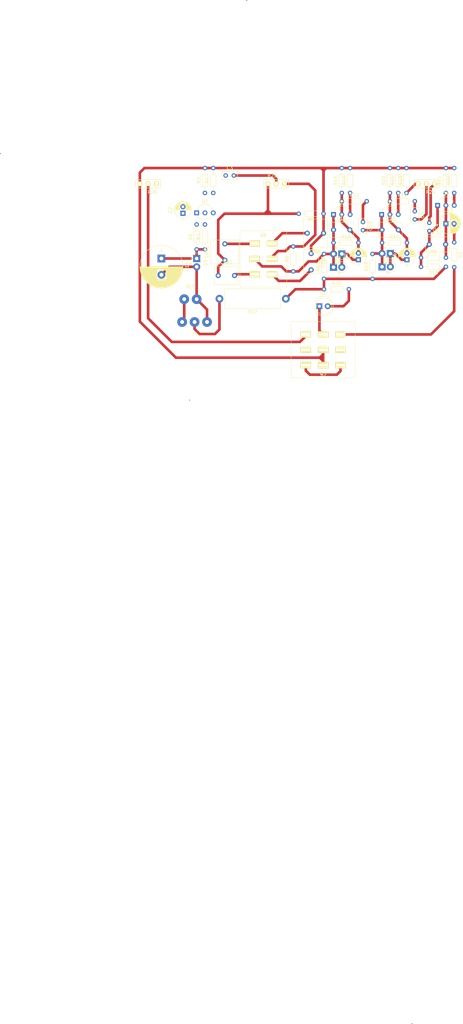
<source format=kicad_pcb>
(kicad_pcb (version 4) (host pcbnew 4.0.7+dfsg1-1)

  (general
    (links 93)
    (no_connects 11)
    (area 66.786599 9.153999 209.61 323.611402)
    (thickness 1.6)
    (drawings 0)
    (tracks 200)
    (zones 0)
    (modules 57)
    (nets 41)
  )

  (page A4)
  (layers
    (0 F.Cu signal)
    (31 B.Cu signal)
    (32 B.Adhes user)
    (33 F.Adhes user)
    (34 B.Paste user)
    (35 F.Paste user)
    (36 B.SilkS user)
    (37 F.SilkS user)
    (38 B.Mask user)
    (39 F.Mask user)
    (40 Dwgs.User user)
    (41 Cmts.User user)
    (42 Eco1.User user)
    (43 Eco2.User user)
    (44 Edge.Cuts user)
    (45 Margin user)
    (46 B.CrtYd user)
    (47 F.CrtYd user)
    (48 B.Fab user)
    (49 F.Fab user)
  )

  (setup
    (last_trace_width 0.8)
    (trace_clearance 0.5)
    (zone_clearance 0.508)
    (zone_45_only yes)
    (trace_min 0.2)
    (segment_width 0.2)
    (edge_width 0.15)
    (via_size 0.6)
    (via_drill 0.4)
    (via_min_size 0.4)
    (via_min_drill 0.3)
    (uvia_size 0.3)
    (uvia_drill 0.1)
    (uvias_allowed no)
    (uvia_min_size 0.2)
    (uvia_min_drill 0.1)
    (pcb_text_width 0.3)
    (pcb_text_size 1.5 1.5)
    (mod_edge_width 0.15)
    (mod_text_size 1 1)
    (mod_text_width 0.15)
    (pad_size 1.524 1.524)
    (pad_drill 0.762)
    (pad_to_mask_clearance 0.2)
    (aux_axis_origin 0 0)
    (visible_elements FFFFFF7F)
    (pcbplotparams
      (layerselection 0x00030_80000001)
      (usegerberextensions false)
      (excludeedgelayer true)
      (linewidth 0.100000)
      (plotframeref false)
      (viasonmask false)
      (mode 1)
      (useauxorigin false)
      (hpglpennumber 1)
      (hpglpenspeed 20)
      (hpglpendiameter 15)
      (hpglpenoverlay 2)
      (psnegative false)
      (psa4output false)
      (plotreference true)
      (plotvalue true)
      (plotinvisibletext false)
      (padsonsilk false)
      (subtractmaskfromsilk false)
      (outputformat 4)
      (mirror false)
      (drillshape 0)
      (scaleselection 1)
      (outputdirectory ./))
  )

  (net 0 "")
  (net 1 "Net-(BT1-Pad1)")
  (net 2 "Net-(C1-Pad1)")
  (net 3 "Net-(C1-Pad2)")
  (net 4 "Net-(C2-Pad1)")
  (net 5 "Net-(C2-Pad2)")
  (net 6 "Net-(C3-Pad1)")
  (net 7 "Net-(C3-Pad2)")
  (net 8 "Net-(C4-Pad1)")
  (net 9 "Net-(C10-Pad1)")
  (net 10 "Net-(C5-Pad1)")
  (net 11 "Net-(C5-Pad2)")
  (net 12 "Net-(C6-Pad1)")
  (net 13 "Net-(C12-Pad2)")
  (net 14 "Net-(C7-Pad1)")
  (net 15 "Net-(C11-Pad2)")
  (net 16 Earth)
  (net 17 "Net-(C8a1-Pad2)")
  (net 18 "Net-(C8b1-Pad2)")
  (net 19 "Net-(C9a1-Pad1)")
  (net 20 "Net-(C9a1-Pad2)")
  (net 21 "Net-(C9b1-Pad2)")
  (net 22 "Net-(C11-Pad1)")
  (net 23 "Net-(C12-Pad1)")
  (net 24 "Net-(C13-Pad1)")
  (net 25 +9V)
  (net 26 "Net-(BT1-Pad2)")
  (net 27 "Net-(D6-Pad1)")
  (net 28 "Net-(D6-Pad2)")
  (net 29 "Net-(J1-Pad1)")
  (net 30 "Net-(J2-Pad1)")
  (net 31 "Net-(Q1-Pad3)")
  (net 32 "Net-(Q2-Pad3)")
  (net 33 "Net-(Q3-Pad3)")
  (net 34 "Net-(Q4-Pad3)")
  (net 35 "Net-(Q5-Pad1)")
  (net 36 "Net-(Q5-Pad3)")
  (net 37 "Net-(Q5-Pad7)")
  (net 38 "Net-(R23-Pad1)")
  (net 39 "Net-(J3-Pad2)")
  (net 40 "Net-(Q6-Pad2)")

  (net_class Default "This is the default net class."
    (clearance 0.5)
    (trace_width 0.8)
    (via_dia 0.6)
    (via_drill 0.4)
    (uvia_dia 0.3)
    (uvia_drill 0.1)
    (add_net +9V)
    (add_net Earth)
    (add_net "Net-(BT1-Pad1)")
    (add_net "Net-(BT1-Pad2)")
    (add_net "Net-(C1-Pad1)")
    (add_net "Net-(C1-Pad2)")
    (add_net "Net-(C10-Pad1)")
    (add_net "Net-(C11-Pad1)")
    (add_net "Net-(C11-Pad2)")
    (add_net "Net-(C12-Pad1)")
    (add_net "Net-(C12-Pad2)")
    (add_net "Net-(C13-Pad1)")
    (add_net "Net-(C2-Pad1)")
    (add_net "Net-(C2-Pad2)")
    (add_net "Net-(C3-Pad1)")
    (add_net "Net-(C3-Pad2)")
    (add_net "Net-(C4-Pad1)")
    (add_net "Net-(C5-Pad1)")
    (add_net "Net-(C5-Pad2)")
    (add_net "Net-(C6-Pad1)")
    (add_net "Net-(C7-Pad1)")
    (add_net "Net-(C8a1-Pad2)")
    (add_net "Net-(C8b1-Pad2)")
    (add_net "Net-(C9a1-Pad1)")
    (add_net "Net-(C9a1-Pad2)")
    (add_net "Net-(C9b1-Pad2)")
    (add_net "Net-(D6-Pad1)")
    (add_net "Net-(D6-Pad2)")
    (add_net "Net-(J1-Pad1)")
    (add_net "Net-(J2-Pad1)")
    (add_net "Net-(J3-Pad2)")
    (add_net "Net-(Q1-Pad3)")
    (add_net "Net-(Q2-Pad3)")
    (add_net "Net-(Q3-Pad3)")
    (add_net "Net-(Q4-Pad3)")
    (add_net "Net-(Q5-Pad1)")
    (add_net "Net-(Q5-Pad3)")
    (add_net "Net-(Q5-Pad7)")
    (add_net "Net-(Q6-Pad2)")
    (add_net "Net-(R23-Pad1)")
  )

  (module TO_SOT_Packages_THT:TO-92_Inline_Wide (layer F.Cu) (tedit 58CE52AF) (tstamp 59ED11E7)
    (at 201.295 72.517)
    (descr "TO-92 leads in-line, wide, drill 0.8mm (see NXP sot054_po.pdf)")
    (tags "to-92 sc-43 sc-43a sot54 PA33 transistor")
    (path /59D5E492)
    (fp_text reference Q4 (at 2.54 -3.56 180) (layer F.SilkS)
      (effects (font (size 1 1) (thickness 0.15)))
    )
    (fp_text value BC550C (at 2.54 2.79) (layer F.Fab)
      (effects (font (size 1 1) (thickness 0.15)))
    )
    (fp_text user %R (at 2.54 -3.56 180) (layer F.Fab)
      (effects (font (size 1 1) (thickness 0.15)))
    )
    (fp_line (start 0.74 1.85) (end 4.34 1.85) (layer F.SilkS) (width 0.12))
    (fp_line (start 0.8 1.75) (end 4.3 1.75) (layer F.Fab) (width 0.1))
    (fp_line (start -1.01 -2.73) (end 6.09 -2.73) (layer F.CrtYd) (width 0.05))
    (fp_line (start -1.01 -2.73) (end -1.01 2.01) (layer F.CrtYd) (width 0.05))
    (fp_line (start 6.09 2.01) (end 6.09 -2.73) (layer F.CrtYd) (width 0.05))
    (fp_line (start 6.09 2.01) (end -1.01 2.01) (layer F.CrtYd) (width 0.05))
    (fp_arc (start 2.54 0) (end 0.74 1.85) (angle 20) (layer F.SilkS) (width 0.12))
    (fp_arc (start 2.54 0) (end 2.54 -2.6) (angle -65) (layer F.SilkS) (width 0.12))
    (fp_arc (start 2.54 0) (end 2.54 -2.6) (angle 65) (layer F.SilkS) (width 0.12))
    (fp_arc (start 2.54 0) (end 2.54 -2.48) (angle 135) (layer F.Fab) (width 0.1))
    (fp_arc (start 2.54 0) (end 2.54 -2.48) (angle -135) (layer F.Fab) (width 0.1))
    (fp_arc (start 2.54 0) (end 4.34 1.85) (angle -20) (layer F.SilkS) (width 0.12))
    (pad 2 thru_hole circle (at 2.54 0 90) (size 1.52 1.52) (drill 0.8) (layers *.Cu *.Mask)
      (net 2 "Net-(C1-Pad1)"))
    (pad 3 thru_hole circle (at 5.08 0 90) (size 1.52 1.52) (drill 0.8) (layers *.Cu *.Mask)
      (net 34 "Net-(Q4-Pad3)"))
    (pad 1 thru_hole rect (at 0 0 90) (size 1.52 1.52) (drill 0.8) (layers *.Cu *.Mask)
      (net 9 "Net-(C10-Pad1)"))
    (model ${KISYS3DMOD}/TO_SOT_Packages_THT.3dshapes/TO-92_Inline_Wide.wrl
      (at (xyz 0.1 0 0))
      (scale (xyz 1 1 1))
      (rotate (xyz 0 0 -90))
    )
  )

  (module Kicad_GSM_Footprint:SolderWirePad_2x_1-2mmDrill (layer F.Cu) (tedit 59EE6AF5) (tstamp 59EE6B9E)
    (at 125.603 101.219)
    (path /59E1758A)
    (fp_text reference BT1 (at 0 -3.81) (layer F.SilkS)
      (effects (font (size 1 1) (thickness 0.15)))
    )
    (fp_text value 9V (at 0.635 3.81) (layer F.Fab)
      (effects (font (size 1 1) (thickness 0.15)))
    )
    (pad 1 thru_hole circle (at -1.905 0) (size 2.99974 2.99974) (drill 1.19888) (layers *.Cu *.Mask)
      (net 1 "Net-(BT1-Pad1)"))
    (pad 2 thru_hole circle (at 1.905 0) (size 2.99974 2.99974) (drill 1.19888) (layers *.Cu *.Mask)
      (net 26 "Net-(BT1-Pad2)"))
  )

  (module Kicad_GSM_Footprint:SolderWirePad_3x_1-2mmDrill (layer F.Cu) (tedit 59EE6176) (tstamp 59EE6345)
    (at 126.873 108.204 180)
    (path /59E13C16)
    (fp_text reference J3 (at 0 -3.81 180) (layer F.SilkS)
      (effects (font (size 1 1) (thickness 0.15)))
    )
    (fp_text value Jack-DC (at 1.27 3.81 180) (layer F.Fab)
      (effects (font (size 1 1) (thickness 0.15)))
    )
    (pad 1 thru_hole circle (at -3.81 0 180) (size 2.99974 2.99974) (drill 1.19888) (layers *.Cu *.Mask)
      (net 26 "Net-(BT1-Pad2)"))
    (pad 2 thru_hole circle (at 0 0 180) (size 2.99974 2.99974) (drill 1.19888) (layers *.Cu *.Mask)
      (net 39 "Net-(J3-Pad2)"))
    (pad 3 thru_hole circle (at 3.81 0 180) (size 2.99974 2.99974) (drill 1.19888) (layers *.Cu *.Mask)
      (net 1 "Net-(BT1-Pad1)"))
  )

  (module Kicad_GSM_Footprint:DPDT (layer F.Cu) (tedit 59EE50FE) (tstamp 59EE5288)
    (at 147.955 88.9 180)
    (path /59EE6A68)
    (fp_text reference Q6 (at 0 7.33 180) (layer F.SilkS)
      (effects (font (size 1 1) (thickness 0.15)))
    )
    (fp_text value SW-DPDT (at 0 -7.19 180) (layer F.Fab)
      (effects (font (size 1 1) (thickness 0.15)))
    )
    (fp_line (start 2.67 -8.59) (end 7.17 -8.59) (layer F.SilkS) (width 0.1))
    (fp_line (start -5.93 8.61) (end -7.13 8.61) (layer F.SilkS) (width 0.1))
    (fp_line (start -7.13 8.61) (end -7.13 0.01) (layer F.SilkS) (width 0.1))
    (fp_line (start -7.13 0.01) (end -7.13 -8.59) (layer F.SilkS) (width 0.1))
    (fp_line (start -7.13 -8.59) (end -5.93 -8.59) (layer F.SilkS) (width 0.1))
    (fp_line (start -5.93 -8.59) (end 2.67 -8.59) (layer F.SilkS) (width 0.1))
    (fp_line (start 7.17 -8.59) (end 7.17 0.01) (layer F.SilkS) (width 0.1))
    (fp_line (start 7.17 0.01) (end 7.17 8.61) (layer F.SilkS) (width 0.1))
    (fp_line (start 7.17 8.61) (end 2.67 8.61) (layer F.SilkS) (width 0.1))
    (fp_line (start 2.67 8.61) (end -5.93 8.61) (layer F.SilkS) (width 0.1))
    (pad 5 thru_hole rect (at 2.67 0.01 180) (size 3.2 2) (drill oval 2.8 0.762) (layers *.Cu *.Mask F.SilkS)
      (net 22 "Net-(C11-Pad1)"))
    (pad 1 thru_hole rect (at -2.63 -4.69 180) (size 3.2 2) (drill oval 2.8 0.9525) (layers *.Cu *.Mask F.SilkS)
      (net 18 "Net-(C8b1-Pad2)"))
    (pad 2 thru_hole rect (at -2.63 0.01 180) (size 3.2 2) (drill oval 2.8 0.762) (layers *.Cu *.Mask F.SilkS)
      (net 40 "Net-(Q6-Pad2)"))
    (pad 3 thru_hole rect (at -2.63 4.71 180) (size 3.2 2) (drill oval 2.8 0.762) (layers *.Cu *.Mask F.SilkS)
      (net 17 "Net-(C8a1-Pad2)"))
    (pad 4 thru_hole rect (at 2.67 -4.69 180) (size 3.2 2) (drill oval 2.8 0.762) (layers *.Cu *.Mask F.SilkS)
      (net 20 "Net-(C9a1-Pad2)"))
    (pad 6 thru_hole rect (at 2.67 4.71 180) (size 3.2 2) (drill oval 2.8 0.762) (layers *.Cu *.Mask F.SilkS)
      (net 21 "Net-(C9b1-Pad2)"))
  )

  (module Resistors_THT:R_Axial_DIN0204_L3.6mm_D1.6mm_P7.62mm_Horizontal (layer F.Cu) (tedit 5874F706) (tstamp 59ED1299)
    (at 166.497 98.171)
    (descr "Resistor, Axial_DIN0204 series, Axial, Horizontal, pin pitch=7.62mm, 0.16666666666666666W = 1/6W, length*diameter=3.6*1.6mm^2, http://cdn-reichelt.de/documents/datenblatt/B400/1_4W%23YAG.pdf")
    (tags "Resistor Axial_DIN0204 series Axial Horizontal pin pitch 7.62mm 0.16666666666666666W = 1/6W length 3.6mm diameter 1.6mm")
    (path /59EB7B94)
    (fp_text reference R28 (at 3.81 -1.86) (layer F.SilkS)
      (effects (font (size 1 1) (thickness 0.15)))
    )
    (fp_text value 3.3k (at 3.81 1.86) (layer F.Fab)
      (effects (font (size 1 1) (thickness 0.15)))
    )
    (fp_line (start 2.01 -0.8) (end 2.01 0.8) (layer F.Fab) (width 0.1))
    (fp_line (start 2.01 0.8) (end 5.61 0.8) (layer F.Fab) (width 0.1))
    (fp_line (start 5.61 0.8) (end 5.61 -0.8) (layer F.Fab) (width 0.1))
    (fp_line (start 5.61 -0.8) (end 2.01 -0.8) (layer F.Fab) (width 0.1))
    (fp_line (start 0 0) (end 2.01 0) (layer F.Fab) (width 0.1))
    (fp_line (start 7.62 0) (end 5.61 0) (layer F.Fab) (width 0.1))
    (fp_line (start 1.95 -0.86) (end 1.95 0.86) (layer F.SilkS) (width 0.12))
    (fp_line (start 1.95 0.86) (end 5.67 0.86) (layer F.SilkS) (width 0.12))
    (fp_line (start 5.67 0.86) (end 5.67 -0.86) (layer F.SilkS) (width 0.12))
    (fp_line (start 5.67 -0.86) (end 1.95 -0.86) (layer F.SilkS) (width 0.12))
    (fp_line (start 0.88 0) (end 1.95 0) (layer F.SilkS) (width 0.12))
    (fp_line (start 6.74 0) (end 5.67 0) (layer F.SilkS) (width 0.12))
    (fp_line (start -0.95 -1.15) (end -0.95 1.15) (layer F.CrtYd) (width 0.05))
    (fp_line (start -0.95 1.15) (end 8.6 1.15) (layer F.CrtYd) (width 0.05))
    (fp_line (start 8.6 1.15) (end 8.6 -1.15) (layer F.CrtYd) (width 0.05))
    (fp_line (start 8.6 -1.15) (end -0.95 -1.15) (layer F.CrtYd) (width 0.05))
    (pad 1 thru_hole circle (at 0 0) (size 1.4 1.4) (drill 0.7) (layers *.Cu *.Mask)
      (net 25 +9V))
    (pad 2 thru_hole oval (at 7.62 0) (size 1.4 1.4) (drill 0.7) (layers *.Cu *.Mask)
      (net 28 "Net-(D6-Pad2)"))
    (model ${KISYS3DMOD}/Resistors_THT.3dshapes/R_Axial_DIN0204_L3.6mm_D1.6mm_P7.62mm_Horizontal.wrl
      (at (xyz 0 0 0))
      (scale (xyz 0.393701 0.393701 0.393701))
      (rotate (xyz 0 0 0))
    )
  )

  (module Resistors_THT:R_Axial_DIN0617_L17.0mm_D6.0mm_P20.32mm_Horizontal (layer F.Cu) (tedit 5874F706) (tstamp 59ED1293)
    (at 154.813 101.092 180)
    (descr "Resistor, Axial_DIN0617 series, Axial, Horizontal, pin pitch=20.32mm, 2W, length*diameter=17*6mm^2, http://www.vishay.com/docs/20128/wkxwrx.pdf")
    (tags "Resistor Axial_DIN0617 series Axial Horizontal pin pitch 20.32mm 2W length 17mm diameter 6mm")
    (path /59EA3323)
    (fp_text reference R27 (at 10.16 -4.06 180) (layer F.SilkS)
      (effects (font (size 1 1) (thickness 0.15)))
    )
    (fp_text value 100 (at 10.16 4.06 180) (layer F.Fab)
      (effects (font (size 1 1) (thickness 0.15)))
    )
    (fp_line (start 1.66 -3) (end 1.66 3) (layer F.Fab) (width 0.1))
    (fp_line (start 1.66 3) (end 18.66 3) (layer F.Fab) (width 0.1))
    (fp_line (start 18.66 3) (end 18.66 -3) (layer F.Fab) (width 0.1))
    (fp_line (start 18.66 -3) (end 1.66 -3) (layer F.Fab) (width 0.1))
    (fp_line (start 0 0) (end 1.66 0) (layer F.Fab) (width 0.1))
    (fp_line (start 20.32 0) (end 18.66 0) (layer F.Fab) (width 0.1))
    (fp_line (start 1.6 -3.06) (end 1.6 3.06) (layer F.SilkS) (width 0.12))
    (fp_line (start 1.6 3.06) (end 18.72 3.06) (layer F.SilkS) (width 0.12))
    (fp_line (start 18.72 3.06) (end 18.72 -3.06) (layer F.SilkS) (width 0.12))
    (fp_line (start 18.72 -3.06) (end 1.6 -3.06) (layer F.SilkS) (width 0.12))
    (fp_line (start 1.38 0) (end 1.6 0) (layer F.SilkS) (width 0.12))
    (fp_line (start 18.94 0) (end 18.72 0) (layer F.SilkS) (width 0.12))
    (fp_line (start -1.45 -3.35) (end -1.45 3.35) (layer F.CrtYd) (width 0.05))
    (fp_line (start -1.45 3.35) (end 21.8 3.35) (layer F.CrtYd) (width 0.05))
    (fp_line (start 21.8 3.35) (end 21.8 -3.35) (layer F.CrtYd) (width 0.05))
    (fp_line (start 21.8 -3.35) (end -1.45 -3.35) (layer F.CrtYd) (width 0.05))
    (pad 1 thru_hole circle (at 0 0 180) (size 2.4 2.4) (drill 1.2) (layers *.Cu *.Mask)
      (net 25 +9V))
    (pad 2 thru_hole oval (at 20.32 0 180) (size 2.4 2.4) (drill 1.2) (layers *.Cu *.Mask)
      (net 39 "Net-(J3-Pad2)"))
    (model ${KISYS3DMOD}/Resistors_THT.3dshapes/R_Axial_DIN0617_L17.0mm_D6.0mm_P20.32mm_Horizontal.wrl
      (at (xyz 0 0 0))
      (scale (xyz 0.393701 0.393701 0.393701))
      (rotate (xyz 0 0 0))
    )
  )

  (module Kicad_GSM_Footprint:POT (layer F.Cu) (tedit 56F58C9D) (tstamp 59ED128D)
    (at 112.649 65.913 180)
    (path /59D9398C)
    (fp_text reference R26 (at -1.27 -2.54 180) (layer F.SilkS)
      (effects (font (size 1 1) (thickness 0.15)))
    )
    (fp_text value 100k (at 0 2.54 180) (layer F.Fab)
      (effects (font (size 1 1) (thickness 0.15)))
    )
    (fp_line (start -3.81 -1.27) (end -3.81 1.27) (layer F.SilkS) (width 0.15))
    (fp_line (start -3.81 1.27) (end 3.81 1.27) (layer F.SilkS) (width 0.15))
    (fp_line (start 3.81 1.27) (end 3.81 -1.27) (layer F.SilkS) (width 0.15))
    (fp_line (start 3.81 -1.27) (end -3.81 -1.27) (layer F.SilkS) (width 0.15))
    (pad 1 thru_hole circle (at -2.54 0 180) (size 1.524 1.524) (drill 0.762) (layers *.Cu *.Mask F.SilkS)
      (net 5 "Net-(C2-Pad2)"))
    (pad 2 thru_hole circle (at 0 0 180) (size 1.524 1.524) (drill 0.762) (layers *.Cu *.Mask F.SilkS)
      (net 35 "Net-(Q5-Pad1)"))
    (pad 3 thru_hole circle (at 2.54 0 180) (size 1.524 1.524) (drill 0.762) (layers *.Cu *.Mask F.SilkS)
      (net 16 Earth))
  )

  (module Kicad_GSM_Footprint:POT (layer F.Cu) (tedit 56F58C9D) (tstamp 59ED1286)
    (at 151.892 65.913)
    (path /59D866C7)
    (fp_text reference R25 (at -1.27 -2.54) (layer F.SilkS)
      (effects (font (size 1 1) (thickness 0.15)))
    )
    (fp_text value 100k (at 0 2.54) (layer F.Fab)
      (effects (font (size 1 1) (thickness 0.15)))
    )
    (fp_line (start -3.81 -1.27) (end -3.81 1.27) (layer F.SilkS) (width 0.15))
    (fp_line (start -3.81 1.27) (end 3.81 1.27) (layer F.SilkS) (width 0.15))
    (fp_line (start 3.81 1.27) (end 3.81 -1.27) (layer F.SilkS) (width 0.15))
    (fp_line (start 3.81 -1.27) (end -3.81 -1.27) (layer F.SilkS) (width 0.15))
    (pad 1 thru_hole circle (at -2.54 0) (size 1.524 1.524) (drill 0.762) (layers *.Cu *.Mask F.SilkS)
      (net 19 "Net-(C9a1-Pad1)"))
    (pad 2 thru_hole circle (at 0 0) (size 1.524 1.524) (drill 0.762) (layers *.Cu *.Mask F.SilkS)
      (net 7 "Net-(C3-Pad2)"))
    (pad 3 thru_hole circle (at 2.54 0) (size 1.524 1.524) (drill 0.762) (layers *.Cu *.Mask F.SilkS)
      (net 40 "Net-(Q6-Pad2)"))
  )

  (module Kicad_GSM_Footprint:POT (layer F.Cu) (tedit 56F58C9D) (tstamp 59ED127F)
    (at 197.866 65.913 180)
    (path /59D7C9EC)
    (fp_text reference R24 (at -1.27 -2.54 180) (layer F.SilkS)
      (effects (font (size 1 1) (thickness 0.15)))
    )
    (fp_text value 100k (at 0 2.54 180) (layer F.Fab)
      (effects (font (size 1 1) (thickness 0.15)))
    )
    (fp_line (start -3.81 -1.27) (end -3.81 1.27) (layer F.SilkS) (width 0.15))
    (fp_line (start -3.81 1.27) (end 3.81 1.27) (layer F.SilkS) (width 0.15))
    (fp_line (start 3.81 1.27) (end 3.81 -1.27) (layer F.SilkS) (width 0.15))
    (fp_line (start 3.81 -1.27) (end -3.81 -1.27) (layer F.SilkS) (width 0.15))
    (pad 1 thru_hole circle (at -2.54 0 180) (size 1.524 1.524) (drill 0.762) (layers *.Cu *.Mask F.SilkS)
      (net 8 "Net-(C4-Pad1)"))
    (pad 2 thru_hole circle (at 0 0 180) (size 1.524 1.524) (drill 0.762) (layers *.Cu *.Mask F.SilkS)
      (net 11 "Net-(C5-Pad2)"))
    (pad 3 thru_hole circle (at 2.54 0 180) (size 1.524 1.524) (drill 0.762) (layers *.Cu *.Mask F.SilkS)
      (net 38 "Net-(R23-Pad1)"))
  )

  (module Resistors_THT:R_Axial_DIN0204_L3.6mm_D1.6mm_P7.62mm_Horizontal (layer F.Cu) (tedit 5874F706) (tstamp 59ED1278)
    (at 191.77 68.707 90)
    (descr "Resistor, Axial_DIN0204 series, Axial, Horizontal, pin pitch=7.62mm, 0.16666666666666666W = 1/6W, length*diameter=3.6*1.6mm^2, http://cdn-reichelt.de/documents/datenblatt/B400/1_4W%23YAG.pdf")
    (tags "Resistor Axial_DIN0204 series Axial Horizontal pin pitch 7.62mm 0.16666666666666666W = 1/6W length 3.6mm diameter 1.6mm")
    (path /59D7CA93)
    (fp_text reference R23 (at 3.81 -1.86 90) (layer F.SilkS)
      (effects (font (size 1 1) (thickness 0.15)))
    )
    (fp_text value 1k (at 3.81 1.86 90) (layer F.Fab)
      (effects (font (size 1 1) (thickness 0.15)))
    )
    (fp_line (start 2.01 -0.8) (end 2.01 0.8) (layer F.Fab) (width 0.1))
    (fp_line (start 2.01 0.8) (end 5.61 0.8) (layer F.Fab) (width 0.1))
    (fp_line (start 5.61 0.8) (end 5.61 -0.8) (layer F.Fab) (width 0.1))
    (fp_line (start 5.61 -0.8) (end 2.01 -0.8) (layer F.Fab) (width 0.1))
    (fp_line (start 0 0) (end 2.01 0) (layer F.Fab) (width 0.1))
    (fp_line (start 7.62 0) (end 5.61 0) (layer F.Fab) (width 0.1))
    (fp_line (start 1.95 -0.86) (end 1.95 0.86) (layer F.SilkS) (width 0.12))
    (fp_line (start 1.95 0.86) (end 5.67 0.86) (layer F.SilkS) (width 0.12))
    (fp_line (start 5.67 0.86) (end 5.67 -0.86) (layer F.SilkS) (width 0.12))
    (fp_line (start 5.67 -0.86) (end 1.95 -0.86) (layer F.SilkS) (width 0.12))
    (fp_line (start 0.88 0) (end 1.95 0) (layer F.SilkS) (width 0.12))
    (fp_line (start 6.74 0) (end 5.67 0) (layer F.SilkS) (width 0.12))
    (fp_line (start -0.95 -1.15) (end -0.95 1.15) (layer F.CrtYd) (width 0.05))
    (fp_line (start -0.95 1.15) (end 8.6 1.15) (layer F.CrtYd) (width 0.05))
    (fp_line (start 8.6 1.15) (end 8.6 -1.15) (layer F.CrtYd) (width 0.05))
    (fp_line (start 8.6 -1.15) (end -0.95 -1.15) (layer F.CrtYd) (width 0.05))
    (pad 1 thru_hole circle (at 0 0 90) (size 1.4 1.4) (drill 0.7) (layers *.Cu *.Mask)
      (net 38 "Net-(R23-Pad1)"))
    (pad 2 thru_hole oval (at 7.62 0 90) (size 1.4 1.4) (drill 0.7) (layers *.Cu *.Mask)
      (net 16 Earth))
    (model ${KISYS3DMOD}/Resistors_THT.3dshapes/R_Axial_DIN0204_L3.6mm_D1.6mm_P7.62mm_Horizontal.wrl
      (at (xyz 0 0 0))
      (scale (xyz 0.393701 0.393701 0.393701))
      (rotate (xyz 0 0 0))
    )
  )

  (module Resistors_THT:R_Axial_DIN0204_L3.6mm_D1.6mm_P7.62mm_Horizontal (layer F.Cu) (tedit 5874F706) (tstamp 59ED1272)
    (at 206.375 68.707 90)
    (descr "Resistor, Axial_DIN0204 series, Axial, Horizontal, pin pitch=7.62mm, 0.16666666666666666W = 1/6W, length*diameter=3.6*1.6mm^2, http://cdn-reichelt.de/documents/datenblatt/B400/1_4W%23YAG.pdf")
    (tags "Resistor Axial_DIN0204 series Axial Horizontal pin pitch 7.62mm 0.16666666666666666W = 1/6W length 3.6mm diameter 1.6mm")
    (path /59D7C852)
    (fp_text reference R22 (at 3.81 -1.86 90) (layer F.SilkS)
      (effects (font (size 1 1) (thickness 0.15)))
    )
    (fp_text value 120 (at 3.81 1.86 90) (layer F.Fab)
      (effects (font (size 1 1) (thickness 0.15)))
    )
    (fp_line (start 2.01 -0.8) (end 2.01 0.8) (layer F.Fab) (width 0.1))
    (fp_line (start 2.01 0.8) (end 5.61 0.8) (layer F.Fab) (width 0.1))
    (fp_line (start 5.61 0.8) (end 5.61 -0.8) (layer F.Fab) (width 0.1))
    (fp_line (start 5.61 -0.8) (end 2.01 -0.8) (layer F.Fab) (width 0.1))
    (fp_line (start 0 0) (end 2.01 0) (layer F.Fab) (width 0.1))
    (fp_line (start 7.62 0) (end 5.61 0) (layer F.Fab) (width 0.1))
    (fp_line (start 1.95 -0.86) (end 1.95 0.86) (layer F.SilkS) (width 0.12))
    (fp_line (start 1.95 0.86) (end 5.67 0.86) (layer F.SilkS) (width 0.12))
    (fp_line (start 5.67 0.86) (end 5.67 -0.86) (layer F.SilkS) (width 0.12))
    (fp_line (start 5.67 -0.86) (end 1.95 -0.86) (layer F.SilkS) (width 0.12))
    (fp_line (start 0.88 0) (end 1.95 0) (layer F.SilkS) (width 0.12))
    (fp_line (start 6.74 0) (end 5.67 0) (layer F.SilkS) (width 0.12))
    (fp_line (start -0.95 -1.15) (end -0.95 1.15) (layer F.CrtYd) (width 0.05))
    (fp_line (start -0.95 1.15) (end 8.6 1.15) (layer F.CrtYd) (width 0.05))
    (fp_line (start 8.6 1.15) (end 8.6 -1.15) (layer F.CrtYd) (width 0.05))
    (fp_line (start 8.6 -1.15) (end -0.95 -1.15) (layer F.CrtYd) (width 0.05))
    (pad 1 thru_hole circle (at 0 0 90) (size 1.4 1.4) (drill 0.7) (layers *.Cu *.Mask)
      (net 34 "Net-(Q4-Pad3)"))
    (pad 2 thru_hole oval (at 7.62 0 90) (size 1.4 1.4) (drill 0.7) (layers *.Cu *.Mask)
      (net 16 Earth))
    (model ${KISYS3DMOD}/Resistors_THT.3dshapes/R_Axial_DIN0204_L3.6mm_D1.6mm_P7.62mm_Horizontal.wrl
      (at (xyz 0 0 0))
      (scale (xyz 0.393701 0.393701 0.393701))
      (rotate (xyz 0 0 0))
    )
  )

  (module Resistors_THT:R_Axial_DIN0204_L3.6mm_D1.6mm_P7.62mm_Horizontal (layer F.Cu) (tedit 5874F706) (tstamp 59ED126C)
    (at 189.23 68.707 90)
    (descr "Resistor, Axial_DIN0204 series, Axial, Horizontal, pin pitch=7.62mm, 0.16666666666666666W = 1/6W, length*diameter=3.6*1.6mm^2, http://cdn-reichelt.de/documents/datenblatt/B400/1_4W%23YAG.pdf")
    (tags "Resistor Axial_DIN0204 series Axial Horizontal pin pitch 7.62mm 0.16666666666666666W = 1/6W length 3.6mm diameter 1.6mm")
    (path /59D7E756)
    (fp_text reference R21 (at 3.81 -1.86 90) (layer F.SilkS)
      (effects (font (size 1 1) (thickness 0.15)))
    )
    (fp_text value 150k (at 3.81 1.86 90) (layer F.Fab)
      (effects (font (size 1 1) (thickness 0.15)))
    )
    (fp_line (start 2.01 -0.8) (end 2.01 0.8) (layer F.Fab) (width 0.1))
    (fp_line (start 2.01 0.8) (end 5.61 0.8) (layer F.Fab) (width 0.1))
    (fp_line (start 5.61 0.8) (end 5.61 -0.8) (layer F.Fab) (width 0.1))
    (fp_line (start 5.61 -0.8) (end 2.01 -0.8) (layer F.Fab) (width 0.1))
    (fp_line (start 0 0) (end 2.01 0) (layer F.Fab) (width 0.1))
    (fp_line (start 7.62 0) (end 5.61 0) (layer F.Fab) (width 0.1))
    (fp_line (start 1.95 -0.86) (end 1.95 0.86) (layer F.SilkS) (width 0.12))
    (fp_line (start 1.95 0.86) (end 5.67 0.86) (layer F.SilkS) (width 0.12))
    (fp_line (start 5.67 0.86) (end 5.67 -0.86) (layer F.SilkS) (width 0.12))
    (fp_line (start 5.67 -0.86) (end 1.95 -0.86) (layer F.SilkS) (width 0.12))
    (fp_line (start 0.88 0) (end 1.95 0) (layer F.SilkS) (width 0.12))
    (fp_line (start 6.74 0) (end 5.67 0) (layer F.SilkS) (width 0.12))
    (fp_line (start -0.95 -1.15) (end -0.95 1.15) (layer F.CrtYd) (width 0.05))
    (fp_line (start -0.95 1.15) (end 8.6 1.15) (layer F.CrtYd) (width 0.05))
    (fp_line (start 8.6 1.15) (end 8.6 -1.15) (layer F.CrtYd) (width 0.05))
    (fp_line (start 8.6 -1.15) (end -0.95 -1.15) (layer F.CrtYd) (width 0.05))
    (pad 1 thru_hole circle (at 0 0 90) (size 1.4 1.4) (drill 0.7) (layers *.Cu *.Mask)
      (net 33 "Net-(Q3-Pad3)"))
    (pad 2 thru_hole oval (at 7.62 0 90) (size 1.4 1.4) (drill 0.7) (layers *.Cu *.Mask)
      (net 16 Earth))
    (model ${KISYS3DMOD}/Resistors_THT.3dshapes/R_Axial_DIN0204_L3.6mm_D1.6mm_P7.62mm_Horizontal.wrl
      (at (xyz 0 0 0))
      (scale (xyz 0.393701 0.393701 0.393701))
      (rotate (xyz 0 0 0))
    )
  )

  (module Resistors_THT:R_Axial_DIN0204_L3.6mm_D1.6mm_P7.62mm_Horizontal (layer F.Cu) (tedit 5874F706) (tstamp 59ED1266)
    (at 186.69 68.707 90)
    (descr "Resistor, Axial_DIN0204 series, Axial, Horizontal, pin pitch=7.62mm, 0.16666666666666666W = 1/6W, length*diameter=3.6*1.6mm^2, http://cdn-reichelt.de/documents/datenblatt/B400/1_4W%23YAG.pdf")
    (tags "Resistor Axial_DIN0204 series Axial Horizontal pin pitch 7.62mm 0.16666666666666666W = 1/6W length 3.6mm diameter 1.6mm")
    (path /59D7E4FA)
    (fp_text reference R20 (at 3.81 -1.86 90) (layer F.SilkS)
      (effects (font (size 1 1) (thickness 0.15)))
    )
    (fp_text value 100k (at 3.81 1.86 90) (layer F.Fab)
      (effects (font (size 1 1) (thickness 0.15)))
    )
    (fp_line (start 2.01 -0.8) (end 2.01 0.8) (layer F.Fab) (width 0.1))
    (fp_line (start 2.01 0.8) (end 5.61 0.8) (layer F.Fab) (width 0.1))
    (fp_line (start 5.61 0.8) (end 5.61 -0.8) (layer F.Fab) (width 0.1))
    (fp_line (start 5.61 -0.8) (end 2.01 -0.8) (layer F.Fab) (width 0.1))
    (fp_line (start 0 0) (end 2.01 0) (layer F.Fab) (width 0.1))
    (fp_line (start 7.62 0) (end 5.61 0) (layer F.Fab) (width 0.1))
    (fp_line (start 1.95 -0.86) (end 1.95 0.86) (layer F.SilkS) (width 0.12))
    (fp_line (start 1.95 0.86) (end 5.67 0.86) (layer F.SilkS) (width 0.12))
    (fp_line (start 5.67 0.86) (end 5.67 -0.86) (layer F.SilkS) (width 0.12))
    (fp_line (start 5.67 -0.86) (end 1.95 -0.86) (layer F.SilkS) (width 0.12))
    (fp_line (start 0.88 0) (end 1.95 0) (layer F.SilkS) (width 0.12))
    (fp_line (start 6.74 0) (end 5.67 0) (layer F.SilkS) (width 0.12))
    (fp_line (start -0.95 -1.15) (end -0.95 1.15) (layer F.CrtYd) (width 0.05))
    (fp_line (start -0.95 1.15) (end 8.6 1.15) (layer F.CrtYd) (width 0.05))
    (fp_line (start 8.6 1.15) (end 8.6 -1.15) (layer F.CrtYd) (width 0.05))
    (fp_line (start 8.6 -1.15) (end -0.95 -1.15) (layer F.CrtYd) (width 0.05))
    (pad 1 thru_hole circle (at 0 0 90) (size 1.4 1.4) (drill 0.7) (layers *.Cu *.Mask)
      (net 13 "Net-(C12-Pad2)"))
    (pad 2 thru_hole oval (at 7.62 0 90) (size 1.4 1.4) (drill 0.7) (layers *.Cu *.Mask)
      (net 16 Earth))
    (model ${KISYS3DMOD}/Resistors_THT.3dshapes/R_Axial_DIN0204_L3.6mm_D1.6mm_P7.62mm_Horizontal.wrl
      (at (xyz 0 0 0))
      (scale (xyz 0.393701 0.393701 0.393701))
      (rotate (xyz 0 0 0))
    )
  )

  (module Resistors_THT:R_Axial_DIN0204_L3.6mm_D1.6mm_P7.62mm_Horizontal (layer F.Cu) (tedit 5874F706) (tstamp 59ED1260)
    (at 186.69 71.247)
    (descr "Resistor, Axial_DIN0204 series, Axial, Horizontal, pin pitch=7.62mm, 0.16666666666666666W = 1/6W, length*diameter=3.6*1.6mm^2, http://cdn-reichelt.de/documents/datenblatt/B400/1_4W%23YAG.pdf")
    (tags "Resistor Axial_DIN0204 series Axial Horizontal pin pitch 7.62mm 0.16666666666666666W = 1/6W length 3.6mm diameter 1.6mm")
    (path /59D7CD55)
    (fp_text reference R19 (at 3.81 -1.86) (layer F.SilkS)
      (effects (font (size 1 1) (thickness 0.15)))
    )
    (fp_text value 10k (at 3.81 1.86) (layer F.Fab)
      (effects (font (size 1 1) (thickness 0.15)))
    )
    (fp_line (start 2.01 -0.8) (end 2.01 0.8) (layer F.Fab) (width 0.1))
    (fp_line (start 2.01 0.8) (end 5.61 0.8) (layer F.Fab) (width 0.1))
    (fp_line (start 5.61 0.8) (end 5.61 -0.8) (layer F.Fab) (width 0.1))
    (fp_line (start 5.61 -0.8) (end 2.01 -0.8) (layer F.Fab) (width 0.1))
    (fp_line (start 0 0) (end 2.01 0) (layer F.Fab) (width 0.1))
    (fp_line (start 7.62 0) (end 5.61 0) (layer F.Fab) (width 0.1))
    (fp_line (start 1.95 -0.86) (end 1.95 0.86) (layer F.SilkS) (width 0.12))
    (fp_line (start 1.95 0.86) (end 5.67 0.86) (layer F.SilkS) (width 0.12))
    (fp_line (start 5.67 0.86) (end 5.67 -0.86) (layer F.SilkS) (width 0.12))
    (fp_line (start 5.67 -0.86) (end 1.95 -0.86) (layer F.SilkS) (width 0.12))
    (fp_line (start 0.88 0) (end 1.95 0) (layer F.SilkS) (width 0.12))
    (fp_line (start 6.74 0) (end 5.67 0) (layer F.SilkS) (width 0.12))
    (fp_line (start -0.95 -1.15) (end -0.95 1.15) (layer F.CrtYd) (width 0.05))
    (fp_line (start -0.95 1.15) (end 8.6 1.15) (layer F.CrtYd) (width 0.05))
    (fp_line (start 8.6 1.15) (end 8.6 -1.15) (layer F.CrtYd) (width 0.05))
    (fp_line (start 8.6 -1.15) (end -0.95 -1.15) (layer F.CrtYd) (width 0.05))
    (pad 1 thru_hole circle (at 0 0) (size 1.4 1.4) (drill 0.7) (layers *.Cu *.Mask)
      (net 13 "Net-(C12-Pad2)"))
    (pad 2 thru_hole oval (at 7.62 0) (size 1.4 1.4) (drill 0.7) (layers *.Cu *.Mask)
      (net 10 "Net-(C5-Pad1)"))
    (model ${KISYS3DMOD}/Resistors_THT.3dshapes/R_Axial_DIN0204_L3.6mm_D1.6mm_P7.62mm_Horizontal.wrl
      (at (xyz 0 0 0))
      (scale (xyz 0.393701 0.393701 0.393701))
      (rotate (xyz 0 0 0))
    )
  )

  (module Resistors_THT:R_Axial_DIN0204_L3.6mm_D1.6mm_P7.62mm_Horizontal (layer F.Cu) (tedit 5874F706) (tstamp 59ED125A)
    (at 181.356 94.996 90)
    (descr "Resistor, Axial_DIN0204 series, Axial, Horizontal, pin pitch=7.62mm, 0.16666666666666666W = 1/6W, length*diameter=3.6*1.6mm^2, http://cdn-reichelt.de/documents/datenblatt/B400/1_4W%23YAG.pdf")
    (tags "Resistor Axial_DIN0204 series Axial Horizontal pin pitch 7.62mm 0.16666666666666666W = 1/6W length 3.6mm diameter 1.6mm")
    (path /59D7DEF4)
    (fp_text reference R18 (at 3.81 -1.86 90) (layer F.SilkS)
      (effects (font (size 1 1) (thickness 0.15)))
    )
    (fp_text value 10k (at 3.81 1.86 90) (layer F.Fab)
      (effects (font (size 1 1) (thickness 0.15)))
    )
    (fp_line (start 2.01 -0.8) (end 2.01 0.8) (layer F.Fab) (width 0.1))
    (fp_line (start 2.01 0.8) (end 5.61 0.8) (layer F.Fab) (width 0.1))
    (fp_line (start 5.61 0.8) (end 5.61 -0.8) (layer F.Fab) (width 0.1))
    (fp_line (start 5.61 -0.8) (end 2.01 -0.8) (layer F.Fab) (width 0.1))
    (fp_line (start 0 0) (end 2.01 0) (layer F.Fab) (width 0.1))
    (fp_line (start 7.62 0) (end 5.61 0) (layer F.Fab) (width 0.1))
    (fp_line (start 1.95 -0.86) (end 1.95 0.86) (layer F.SilkS) (width 0.12))
    (fp_line (start 1.95 0.86) (end 5.67 0.86) (layer F.SilkS) (width 0.12))
    (fp_line (start 5.67 0.86) (end 5.67 -0.86) (layer F.SilkS) (width 0.12))
    (fp_line (start 5.67 -0.86) (end 1.95 -0.86) (layer F.SilkS) (width 0.12))
    (fp_line (start 0.88 0) (end 1.95 0) (layer F.SilkS) (width 0.12))
    (fp_line (start 6.74 0) (end 5.67 0) (layer F.SilkS) (width 0.12))
    (fp_line (start -0.95 -1.15) (end -0.95 1.15) (layer F.CrtYd) (width 0.05))
    (fp_line (start -0.95 1.15) (end 8.6 1.15) (layer F.CrtYd) (width 0.05))
    (fp_line (start 8.6 1.15) (end 8.6 -1.15) (layer F.CrtYd) (width 0.05))
    (fp_line (start 8.6 -1.15) (end -0.95 -1.15) (layer F.CrtYd) (width 0.05))
    (pad 1 thru_hole circle (at 0 0 90) (size 1.4 1.4) (drill 0.7) (layers *.Cu *.Mask)
      (net 25 +9V))
    (pad 2 thru_hole oval (at 7.62 0 90) (size 1.4 1.4) (drill 0.7) (layers *.Cu *.Mask)
      (net 23 "Net-(C12-Pad1)"))
    (model ${KISYS3DMOD}/Resistors_THT.3dshapes/R_Axial_DIN0204_L3.6mm_D1.6mm_P7.62mm_Horizontal.wrl
      (at (xyz 0 0 0))
      (scale (xyz 0.393701 0.393701 0.393701))
      (rotate (xyz 0 0 0))
    )
  )

  (module Resistors_THT:R_Axial_DIN0204_L3.6mm_D1.6mm_P7.62mm_Horizontal (layer F.Cu) (tedit 5874F706) (tstamp 59ED1254)
    (at 184.277 83.947)
    (descr "Resistor, Axial_DIN0204 series, Axial, Horizontal, pin pitch=7.62mm, 0.16666666666666666W = 1/6W, length*diameter=3.6*1.6mm^2, http://cdn-reichelt.de/documents/datenblatt/B400/1_4W%23YAG.pdf")
    (tags "Resistor Axial_DIN0204 series Axial Horizontal pin pitch 7.62mm 0.16666666666666666W = 1/6W length 3.6mm diameter 1.6mm")
    (path /59D7D143)
    (fp_text reference R17 (at 3.81 -1.86) (layer F.SilkS)
      (effects (font (size 1 1) (thickness 0.15)))
    )
    (fp_text value 470k (at 3.81 1.86) (layer F.Fab)
      (effects (font (size 1 1) (thickness 0.15)))
    )
    (fp_line (start 2.01 -0.8) (end 2.01 0.8) (layer F.Fab) (width 0.1))
    (fp_line (start 2.01 0.8) (end 5.61 0.8) (layer F.Fab) (width 0.1))
    (fp_line (start 5.61 0.8) (end 5.61 -0.8) (layer F.Fab) (width 0.1))
    (fp_line (start 5.61 -0.8) (end 2.01 -0.8) (layer F.Fab) (width 0.1))
    (fp_line (start 0 0) (end 2.01 0) (layer F.Fab) (width 0.1))
    (fp_line (start 7.62 0) (end 5.61 0) (layer F.Fab) (width 0.1))
    (fp_line (start 1.95 -0.86) (end 1.95 0.86) (layer F.SilkS) (width 0.12))
    (fp_line (start 1.95 0.86) (end 5.67 0.86) (layer F.SilkS) (width 0.12))
    (fp_line (start 5.67 0.86) (end 5.67 -0.86) (layer F.SilkS) (width 0.12))
    (fp_line (start 5.67 -0.86) (end 1.95 -0.86) (layer F.SilkS) (width 0.12))
    (fp_line (start 0.88 0) (end 1.95 0) (layer F.SilkS) (width 0.12))
    (fp_line (start 6.74 0) (end 5.67 0) (layer F.SilkS) (width 0.12))
    (fp_line (start -0.95 -1.15) (end -0.95 1.15) (layer F.CrtYd) (width 0.05))
    (fp_line (start -0.95 1.15) (end 8.6 1.15) (layer F.CrtYd) (width 0.05))
    (fp_line (start 8.6 1.15) (end 8.6 -1.15) (layer F.CrtYd) (width 0.05))
    (fp_line (start 8.6 -1.15) (end -0.95 -1.15) (layer F.CrtYd) (width 0.05))
    (pad 1 thru_hole circle (at 0 0) (size 1.4 1.4) (drill 0.7) (layers *.Cu *.Mask)
      (net 23 "Net-(C12-Pad1)"))
    (pad 2 thru_hole oval (at 7.62 0) (size 1.4 1.4) (drill 0.7) (layers *.Cu *.Mask)
      (net 13 "Net-(C12-Pad2)"))
    (model ${KISYS3DMOD}/Resistors_THT.3dshapes/R_Axial_DIN0204_L3.6mm_D1.6mm_P7.62mm_Horizontal.wrl
      (at (xyz 0 0 0))
      (scale (xyz 0.393701 0.393701 0.393701))
      (rotate (xyz 0 0 0))
    )
  )

  (module Resistors_THT:R_Axial_DIN0204_L3.6mm_D1.6mm_P7.62mm_Horizontal (layer F.Cu) (tedit 5874F706) (tstamp 59ED124E)
    (at 171.958 68.707 90)
    (descr "Resistor, Axial_DIN0204 series, Axial, Horizontal, pin pitch=7.62mm, 0.16666666666666666W = 1/6W, length*diameter=3.6*1.6mm^2, http://cdn-reichelt.de/documents/datenblatt/B400/1_4W%23YAG.pdf")
    (tags "Resistor Axial_DIN0204 series Axial Horizontal pin pitch 7.62mm 0.16666666666666666W = 1/6W length 3.6mm diameter 1.6mm")
    (path /59D7FAAC)
    (fp_text reference R16 (at 3.81 -1.86 90) (layer F.SilkS)
      (effects (font (size 1 1) (thickness 0.15)))
    )
    (fp_text value 100k (at 3.81 1.86 90) (layer F.Fab)
      (effects (font (size 1 1) (thickness 0.15)))
    )
    (fp_line (start 2.01 -0.8) (end 2.01 0.8) (layer F.Fab) (width 0.1))
    (fp_line (start 2.01 0.8) (end 5.61 0.8) (layer F.Fab) (width 0.1))
    (fp_line (start 5.61 0.8) (end 5.61 -0.8) (layer F.Fab) (width 0.1))
    (fp_line (start 5.61 -0.8) (end 2.01 -0.8) (layer F.Fab) (width 0.1))
    (fp_line (start 0 0) (end 2.01 0) (layer F.Fab) (width 0.1))
    (fp_line (start 7.62 0) (end 5.61 0) (layer F.Fab) (width 0.1))
    (fp_line (start 1.95 -0.86) (end 1.95 0.86) (layer F.SilkS) (width 0.12))
    (fp_line (start 1.95 0.86) (end 5.67 0.86) (layer F.SilkS) (width 0.12))
    (fp_line (start 5.67 0.86) (end 5.67 -0.86) (layer F.SilkS) (width 0.12))
    (fp_line (start 5.67 -0.86) (end 1.95 -0.86) (layer F.SilkS) (width 0.12))
    (fp_line (start 0.88 0) (end 1.95 0) (layer F.SilkS) (width 0.12))
    (fp_line (start 6.74 0) (end 5.67 0) (layer F.SilkS) (width 0.12))
    (fp_line (start -0.95 -1.15) (end -0.95 1.15) (layer F.CrtYd) (width 0.05))
    (fp_line (start -0.95 1.15) (end 8.6 1.15) (layer F.CrtYd) (width 0.05))
    (fp_line (start 8.6 1.15) (end 8.6 -1.15) (layer F.CrtYd) (width 0.05))
    (fp_line (start 8.6 -1.15) (end -0.95 -1.15) (layer F.CrtYd) (width 0.05))
    (pad 1 thru_hole circle (at 0 0 90) (size 1.4 1.4) (drill 0.7) (layers *.Cu *.Mask)
      (net 15 "Net-(C11-Pad2)"))
    (pad 2 thru_hole oval (at 7.62 0 90) (size 1.4 1.4) (drill 0.7) (layers *.Cu *.Mask)
      (net 16 Earth))
    (model ${KISYS3DMOD}/Resistors_THT.3dshapes/R_Axial_DIN0204_L3.6mm_D1.6mm_P7.62mm_Horizontal.wrl
      (at (xyz 0 0 0))
      (scale (xyz 0.393701 0.393701 0.393701))
      (rotate (xyz 0 0 0))
    )
  )

  (module Resistors_THT:R_Axial_DIN0204_L3.6mm_D1.6mm_P7.62mm_Horizontal (layer F.Cu) (tedit 5874F706) (tstamp 59ED1248)
    (at 169.418 83.947)
    (descr "Resistor, Axial_DIN0204 series, Axial, Horizontal, pin pitch=7.62mm, 0.16666666666666666W = 1/6W, length*diameter=3.6*1.6mm^2, http://cdn-reichelt.de/documents/datenblatt/B400/1_4W%23YAG.pdf")
    (tags "Resistor Axial_DIN0204 series Axial Horizontal pin pitch 7.62mm 0.16666666666666666W = 1/6W length 3.6mm diameter 1.6mm")
    (path /59D7FA7C)
    (fp_text reference R15 (at 3.81 -1.86) (layer F.SilkS)
      (effects (font (size 1 1) (thickness 0.15)))
    )
    (fp_text value 470k (at 3.81 1.86) (layer F.Fab)
      (effects (font (size 1 1) (thickness 0.15)))
    )
    (fp_line (start 2.01 -0.8) (end 2.01 0.8) (layer F.Fab) (width 0.1))
    (fp_line (start 2.01 0.8) (end 5.61 0.8) (layer F.Fab) (width 0.1))
    (fp_line (start 5.61 0.8) (end 5.61 -0.8) (layer F.Fab) (width 0.1))
    (fp_line (start 5.61 -0.8) (end 2.01 -0.8) (layer F.Fab) (width 0.1))
    (fp_line (start 0 0) (end 2.01 0) (layer F.Fab) (width 0.1))
    (fp_line (start 7.62 0) (end 5.61 0) (layer F.Fab) (width 0.1))
    (fp_line (start 1.95 -0.86) (end 1.95 0.86) (layer F.SilkS) (width 0.12))
    (fp_line (start 1.95 0.86) (end 5.67 0.86) (layer F.SilkS) (width 0.12))
    (fp_line (start 5.67 0.86) (end 5.67 -0.86) (layer F.SilkS) (width 0.12))
    (fp_line (start 5.67 -0.86) (end 1.95 -0.86) (layer F.SilkS) (width 0.12))
    (fp_line (start 0.88 0) (end 1.95 0) (layer F.SilkS) (width 0.12))
    (fp_line (start 6.74 0) (end 5.67 0) (layer F.SilkS) (width 0.12))
    (fp_line (start -0.95 -1.15) (end -0.95 1.15) (layer F.CrtYd) (width 0.05))
    (fp_line (start -0.95 1.15) (end 8.6 1.15) (layer F.CrtYd) (width 0.05))
    (fp_line (start 8.6 1.15) (end 8.6 -1.15) (layer F.CrtYd) (width 0.05))
    (fp_line (start 8.6 -1.15) (end -0.95 -1.15) (layer F.CrtYd) (width 0.05))
    (pad 1 thru_hole circle (at 0 0) (size 1.4 1.4) (drill 0.7) (layers *.Cu *.Mask)
      (net 22 "Net-(C11-Pad1)"))
    (pad 2 thru_hole oval (at 7.62 0) (size 1.4 1.4) (drill 0.7) (layers *.Cu *.Mask)
      (net 15 "Net-(C11-Pad2)"))
    (model ${KISYS3DMOD}/Resistors_THT.3dshapes/R_Axial_DIN0204_L3.6mm_D1.6mm_P7.62mm_Horizontal.wrl
      (at (xyz 0 0 0))
      (scale (xyz 0.393701 0.393701 0.393701))
      (rotate (xyz 0 0 0))
    )
  )

  (module Resistors_THT:R_Axial_DIN0204_L3.6mm_D1.6mm_P7.62mm_Horizontal (layer F.Cu) (tedit 5874F706) (tstamp 59ED1242)
    (at 203.835 68.707 90)
    (descr "Resistor, Axial_DIN0204 series, Axial, Horizontal, pin pitch=7.62mm, 0.16666666666666666W = 1/6W, length*diameter=3.6*1.6mm^2, http://cdn-reichelt.de/documents/datenblatt/B400/1_4W%23YAG.pdf")
    (tags "Resistor Axial_DIN0204 series Axial Horizontal pin pitch 7.62mm 0.16666666666666666W = 1/6W length 3.6mm diameter 1.6mm")
    (path /59D7BC56)
    (fp_text reference R14 (at 3.81 -1.86 90) (layer F.SilkS)
      (effects (font (size 1 1) (thickness 0.15)))
    )
    (fp_text value 47k (at 3.81 1.86 90) (layer F.Fab)
      (effects (font (size 1 1) (thickness 0.15)))
    )
    (fp_line (start 2.01 -0.8) (end 2.01 0.8) (layer F.Fab) (width 0.1))
    (fp_line (start 2.01 0.8) (end 5.61 0.8) (layer F.Fab) (width 0.1))
    (fp_line (start 5.61 0.8) (end 5.61 -0.8) (layer F.Fab) (width 0.1))
    (fp_line (start 5.61 -0.8) (end 2.01 -0.8) (layer F.Fab) (width 0.1))
    (fp_line (start 0 0) (end 2.01 0) (layer F.Fab) (width 0.1))
    (fp_line (start 7.62 0) (end 5.61 0) (layer F.Fab) (width 0.1))
    (fp_line (start 1.95 -0.86) (end 1.95 0.86) (layer F.SilkS) (width 0.12))
    (fp_line (start 1.95 0.86) (end 5.67 0.86) (layer F.SilkS) (width 0.12))
    (fp_line (start 5.67 0.86) (end 5.67 -0.86) (layer F.SilkS) (width 0.12))
    (fp_line (start 5.67 -0.86) (end 1.95 -0.86) (layer F.SilkS) (width 0.12))
    (fp_line (start 0.88 0) (end 1.95 0) (layer F.SilkS) (width 0.12))
    (fp_line (start 6.74 0) (end 5.67 0) (layer F.SilkS) (width 0.12))
    (fp_line (start -0.95 -1.15) (end -0.95 1.15) (layer F.CrtYd) (width 0.05))
    (fp_line (start -0.95 1.15) (end 8.6 1.15) (layer F.CrtYd) (width 0.05))
    (fp_line (start 8.6 1.15) (end 8.6 -1.15) (layer F.CrtYd) (width 0.05))
    (fp_line (start 8.6 -1.15) (end -0.95 -1.15) (layer F.CrtYd) (width 0.05))
    (pad 1 thru_hole circle (at 0 0 90) (size 1.4 1.4) (drill 0.7) (layers *.Cu *.Mask)
      (net 2 "Net-(C1-Pad1)"))
    (pad 2 thru_hole oval (at 7.62 0 90) (size 1.4 1.4) (drill 0.7) (layers *.Cu *.Mask)
      (net 16 Earth))
    (model ${KISYS3DMOD}/Resistors_THT.3dshapes/R_Axial_DIN0204_L3.6mm_D1.6mm_P7.62mm_Horizontal.wrl
      (at (xyz 0 0 0))
      (scale (xyz 0.393701 0.393701 0.393701))
      (rotate (xyz 0 0 0))
    )
  )

  (module Resistors_THT:R_Axial_DIN0204_L3.6mm_D1.6mm_P7.62mm_Horizontal (layer F.Cu) (tedit 5874F706) (tstamp 59ED123C)
    (at 203.835 91.313 180)
    (descr "Resistor, Axial_DIN0204 series, Axial, Horizontal, pin pitch=7.62mm, 0.16666666666666666W = 1/6W, length*diameter=3.6*1.6mm^2, http://cdn-reichelt.de/documents/datenblatt/B400/1_4W%23YAG.pdf")
    (tags "Resistor Axial_DIN0204 series Axial Horizontal pin pitch 7.62mm 0.16666666666666666W = 1/6W length 3.6mm diameter 1.6mm")
    (path /59D7B711)
    (fp_text reference R13 (at 3.81 -1.86 180) (layer F.SilkS)
      (effects (font (size 1 1) (thickness 0.15)))
    )
    (fp_text value 10k (at 3.81 1.86 180) (layer F.Fab)
      (effects (font (size 1 1) (thickness 0.15)))
    )
    (fp_line (start 2.01 -0.8) (end 2.01 0.8) (layer F.Fab) (width 0.1))
    (fp_line (start 2.01 0.8) (end 5.61 0.8) (layer F.Fab) (width 0.1))
    (fp_line (start 5.61 0.8) (end 5.61 -0.8) (layer F.Fab) (width 0.1))
    (fp_line (start 5.61 -0.8) (end 2.01 -0.8) (layer F.Fab) (width 0.1))
    (fp_line (start 0 0) (end 2.01 0) (layer F.Fab) (width 0.1))
    (fp_line (start 7.62 0) (end 5.61 0) (layer F.Fab) (width 0.1))
    (fp_line (start 1.95 -0.86) (end 1.95 0.86) (layer F.SilkS) (width 0.12))
    (fp_line (start 1.95 0.86) (end 5.67 0.86) (layer F.SilkS) (width 0.12))
    (fp_line (start 5.67 0.86) (end 5.67 -0.86) (layer F.SilkS) (width 0.12))
    (fp_line (start 5.67 -0.86) (end 1.95 -0.86) (layer F.SilkS) (width 0.12))
    (fp_line (start 0.88 0) (end 1.95 0) (layer F.SilkS) (width 0.12))
    (fp_line (start 6.74 0) (end 5.67 0) (layer F.SilkS) (width 0.12))
    (fp_line (start -0.95 -1.15) (end -0.95 1.15) (layer F.CrtYd) (width 0.05))
    (fp_line (start -0.95 1.15) (end 8.6 1.15) (layer F.CrtYd) (width 0.05))
    (fp_line (start 8.6 1.15) (end 8.6 -1.15) (layer F.CrtYd) (width 0.05))
    (fp_line (start 8.6 -1.15) (end -0.95 -1.15) (layer F.CrtYd) (width 0.05))
    (pad 1 thru_hole circle (at 0 0 180) (size 1.4 1.4) (drill 0.7) (layers *.Cu *.Mask)
      (net 25 +9V))
    (pad 2 thru_hole oval (at 7.62 0 180) (size 1.4 1.4) (drill 0.7) (layers *.Cu *.Mask)
      (net 9 "Net-(C10-Pad1)"))
    (model ${KISYS3DMOD}/Resistors_THT.3dshapes/R_Axial_DIN0204_L3.6mm_D1.6mm_P7.62mm_Horizontal.wrl
      (at (xyz 0 0 0))
      (scale (xyz 0.393701 0.393701 0.393701))
      (rotate (xyz 0 0 0))
    )
  )

  (module Resistors_THT:R_Axial_DIN0204_L3.6mm_D1.6mm_P7.62mm_Horizontal (layer F.Cu) (tedit 5874F706) (tstamp 59ED1236)
    (at 171.958 71.247)
    (descr "Resistor, Axial_DIN0204 series, Axial, Horizontal, pin pitch=7.62mm, 0.16666666666666666W = 1/6W, length*diameter=3.6*1.6mm^2, http://cdn-reichelt.de/documents/datenblatt/B400/1_4W%23YAG.pdf")
    (tags "Resistor Axial_DIN0204 series Axial Horizontal pin pitch 7.62mm 0.16666666666666666W = 1/6W length 3.6mm diameter 1.6mm")
    (path /59D7FA75)
    (fp_text reference R12 (at 3.81 -1.86) (layer F.SilkS)
      (effects (font (size 1 1) (thickness 0.15)))
    )
    (fp_text value 10k (at 3.81 1.86) (layer F.Fab)
      (effects (font (size 1 1) (thickness 0.15)))
    )
    (fp_line (start 2.01 -0.8) (end 2.01 0.8) (layer F.Fab) (width 0.1))
    (fp_line (start 2.01 0.8) (end 5.61 0.8) (layer F.Fab) (width 0.1))
    (fp_line (start 5.61 0.8) (end 5.61 -0.8) (layer F.Fab) (width 0.1))
    (fp_line (start 5.61 -0.8) (end 2.01 -0.8) (layer F.Fab) (width 0.1))
    (fp_line (start 0 0) (end 2.01 0) (layer F.Fab) (width 0.1))
    (fp_line (start 7.62 0) (end 5.61 0) (layer F.Fab) (width 0.1))
    (fp_line (start 1.95 -0.86) (end 1.95 0.86) (layer F.SilkS) (width 0.12))
    (fp_line (start 1.95 0.86) (end 5.67 0.86) (layer F.SilkS) (width 0.12))
    (fp_line (start 5.67 0.86) (end 5.67 -0.86) (layer F.SilkS) (width 0.12))
    (fp_line (start 5.67 -0.86) (end 1.95 -0.86) (layer F.SilkS) (width 0.12))
    (fp_line (start 0.88 0) (end 1.95 0) (layer F.SilkS) (width 0.12))
    (fp_line (start 6.74 0) (end 5.67 0) (layer F.SilkS) (width 0.12))
    (fp_line (start -0.95 -1.15) (end -0.95 1.15) (layer F.CrtYd) (width 0.05))
    (fp_line (start -0.95 1.15) (end 8.6 1.15) (layer F.CrtYd) (width 0.05))
    (fp_line (start 8.6 1.15) (end 8.6 -1.15) (layer F.CrtYd) (width 0.05))
    (fp_line (start 8.6 -1.15) (end -0.95 -1.15) (layer F.CrtYd) (width 0.05))
    (pad 1 thru_hole circle (at 0 0) (size 1.4 1.4) (drill 0.7) (layers *.Cu *.Mask)
      (net 15 "Net-(C11-Pad2)"))
    (pad 2 thru_hole oval (at 7.62 0) (size 1.4 1.4) (drill 0.7) (layers *.Cu *.Mask)
      (net 24 "Net-(C13-Pad1)"))
    (model ${KISYS3DMOD}/Resistors_THT.3dshapes/R_Axial_DIN0204_L3.6mm_D1.6mm_P7.62mm_Horizontal.wrl
      (at (xyz 0 0 0))
      (scale (xyz 0.393701 0.393701 0.393701))
      (rotate (xyz 0 0 0))
    )
  )

  (module Resistors_THT:R_Axial_DIN0204_L3.6mm_D1.6mm_P7.62mm_Horizontal (layer F.Cu) (tedit 5874F706) (tstamp 59ED1230)
    (at 166.497 94.996 90)
    (descr "Resistor, Axial_DIN0204 series, Axial, Horizontal, pin pitch=7.62mm, 0.16666666666666666W = 1/6W, length*diameter=3.6*1.6mm^2, http://cdn-reichelt.de/documents/datenblatt/B400/1_4W%23YAG.pdf")
    (tags "Resistor Axial_DIN0204 series Axial Horizontal pin pitch 7.62mm 0.16666666666666666W = 1/6W length 3.6mm diameter 1.6mm")
    (path /59D7FA9F)
    (fp_text reference R11 (at 3.81 -1.86 90) (layer F.SilkS)
      (effects (font (size 1 1) (thickness 0.15)))
    )
    (fp_text value 15k (at 3.81 1.86 90) (layer F.Fab)
      (effects (font (size 1 1) (thickness 0.15)))
    )
    (fp_line (start 2.01 -0.8) (end 2.01 0.8) (layer F.Fab) (width 0.1))
    (fp_line (start 2.01 0.8) (end 5.61 0.8) (layer F.Fab) (width 0.1))
    (fp_line (start 5.61 0.8) (end 5.61 -0.8) (layer F.Fab) (width 0.1))
    (fp_line (start 5.61 -0.8) (end 2.01 -0.8) (layer F.Fab) (width 0.1))
    (fp_line (start 0 0) (end 2.01 0) (layer F.Fab) (width 0.1))
    (fp_line (start 7.62 0) (end 5.61 0) (layer F.Fab) (width 0.1))
    (fp_line (start 1.95 -0.86) (end 1.95 0.86) (layer F.SilkS) (width 0.12))
    (fp_line (start 1.95 0.86) (end 5.67 0.86) (layer F.SilkS) (width 0.12))
    (fp_line (start 5.67 0.86) (end 5.67 -0.86) (layer F.SilkS) (width 0.12))
    (fp_line (start 5.67 -0.86) (end 1.95 -0.86) (layer F.SilkS) (width 0.12))
    (fp_line (start 0.88 0) (end 1.95 0) (layer F.SilkS) (width 0.12))
    (fp_line (start 6.74 0) (end 5.67 0) (layer F.SilkS) (width 0.12))
    (fp_line (start -0.95 -1.15) (end -0.95 1.15) (layer F.CrtYd) (width 0.05))
    (fp_line (start -0.95 1.15) (end 8.6 1.15) (layer F.CrtYd) (width 0.05))
    (fp_line (start 8.6 1.15) (end 8.6 -1.15) (layer F.CrtYd) (width 0.05))
    (fp_line (start 8.6 -1.15) (end -0.95 -1.15) (layer F.CrtYd) (width 0.05))
    (pad 1 thru_hole circle (at 0 0 90) (size 1.4 1.4) (drill 0.7) (layers *.Cu *.Mask)
      (net 25 +9V))
    (pad 2 thru_hole oval (at 7.62 0 90) (size 1.4 1.4) (drill 0.7) (layers *.Cu *.Mask)
      (net 22 "Net-(C11-Pad1)"))
    (model ${KISYS3DMOD}/Resistors_THT.3dshapes/R_Axial_DIN0204_L3.6mm_D1.6mm_P7.62mm_Horizontal.wrl
      (at (xyz 0 0 0))
      (scale (xyz 0.393701 0.393701 0.393701))
      (rotate (xyz 0 0 0))
    )
  )

  (module Resistors_THT:R_Axial_DIN0204_L3.6mm_D1.6mm_P7.62mm_Horizontal (layer F.Cu) (tedit 5874F706) (tstamp 59ED122A)
    (at 174.498 68.707 90)
    (descr "Resistor, Axial_DIN0204 series, Axial, Horizontal, pin pitch=7.62mm, 0.16666666666666666W = 1/6W, length*diameter=3.6*1.6mm^2, http://cdn-reichelt.de/documents/datenblatt/B400/1_4W%23YAG.pdf")
    (tags "Resistor Axial_DIN0204 series Axial Horizontal pin pitch 7.62mm 0.16666666666666666W = 1/6W length 3.6mm diameter 1.6mm")
    (path /59D7FAB3)
    (fp_text reference R10 (at 3.81 -1.86 90) (layer F.SilkS)
      (effects (font (size 1 1) (thickness 0.15)))
    )
    (fp_text value 150k (at 3.81 1.86 90) (layer F.Fab)
      (effects (font (size 1 1) (thickness 0.15)))
    )
    (fp_line (start 2.01 -0.8) (end 2.01 0.8) (layer F.Fab) (width 0.1))
    (fp_line (start 2.01 0.8) (end 5.61 0.8) (layer F.Fab) (width 0.1))
    (fp_line (start 5.61 0.8) (end 5.61 -0.8) (layer F.Fab) (width 0.1))
    (fp_line (start 5.61 -0.8) (end 2.01 -0.8) (layer F.Fab) (width 0.1))
    (fp_line (start 0 0) (end 2.01 0) (layer F.Fab) (width 0.1))
    (fp_line (start 7.62 0) (end 5.61 0) (layer F.Fab) (width 0.1))
    (fp_line (start 1.95 -0.86) (end 1.95 0.86) (layer F.SilkS) (width 0.12))
    (fp_line (start 1.95 0.86) (end 5.67 0.86) (layer F.SilkS) (width 0.12))
    (fp_line (start 5.67 0.86) (end 5.67 -0.86) (layer F.SilkS) (width 0.12))
    (fp_line (start 5.67 -0.86) (end 1.95 -0.86) (layer F.SilkS) (width 0.12))
    (fp_line (start 0.88 0) (end 1.95 0) (layer F.SilkS) (width 0.12))
    (fp_line (start 6.74 0) (end 5.67 0) (layer F.SilkS) (width 0.12))
    (fp_line (start -0.95 -1.15) (end -0.95 1.15) (layer F.CrtYd) (width 0.05))
    (fp_line (start -0.95 1.15) (end 8.6 1.15) (layer F.CrtYd) (width 0.05))
    (fp_line (start 8.6 1.15) (end 8.6 -1.15) (layer F.CrtYd) (width 0.05))
    (fp_line (start 8.6 -1.15) (end -0.95 -1.15) (layer F.CrtYd) (width 0.05))
    (pad 1 thru_hole circle (at 0 0 90) (size 1.4 1.4) (drill 0.7) (layers *.Cu *.Mask)
      (net 32 "Net-(Q2-Pad3)"))
    (pad 2 thru_hole oval (at 7.62 0 90) (size 1.4 1.4) (drill 0.7) (layers *.Cu *.Mask)
      (net 16 Earth))
    (model ${KISYS3DMOD}/Resistors_THT.3dshapes/R_Axial_DIN0204_L3.6mm_D1.6mm_P7.62mm_Horizontal.wrl
      (at (xyz 0 0 0))
      (scale (xyz 0.393701 0.393701 0.393701))
      (rotate (xyz 0 0 0))
    )
  )

  (module Resistors_THT:R_Axial_DIN0204_L3.6mm_D1.6mm_P7.62mm_Horizontal (layer F.Cu) (tedit 5874F706) (tstamp 59ED1224)
    (at 196.215 88.519)
    (descr "Resistor, Axial_DIN0204 series, Axial, Horizontal, pin pitch=7.62mm, 0.16666666666666666W = 1/6W, length*diameter=3.6*1.6mm^2, http://cdn-reichelt.de/documents/datenblatt/B400/1_4W%23YAG.pdf")
    (tags "Resistor Axial_DIN0204 series Axial Horizontal pin pitch 7.62mm 0.16666666666666666W = 1/6W length 3.6mm diameter 1.6mm")
    (path /59D7BB68)
    (fp_text reference R9 (at 3.81 -1.86) (layer F.SilkS)
      (effects (font (size 1 1) (thickness 0.15)))
    )
    (fp_text value 470k (at 3.81 1.86) (layer F.Fab)
      (effects (font (size 1 1) (thickness 0.15)))
    )
    (fp_line (start 2.01 -0.8) (end 2.01 0.8) (layer F.Fab) (width 0.1))
    (fp_line (start 2.01 0.8) (end 5.61 0.8) (layer F.Fab) (width 0.1))
    (fp_line (start 5.61 0.8) (end 5.61 -0.8) (layer F.Fab) (width 0.1))
    (fp_line (start 5.61 -0.8) (end 2.01 -0.8) (layer F.Fab) (width 0.1))
    (fp_line (start 0 0) (end 2.01 0) (layer F.Fab) (width 0.1))
    (fp_line (start 7.62 0) (end 5.61 0) (layer F.Fab) (width 0.1))
    (fp_line (start 1.95 -0.86) (end 1.95 0.86) (layer F.SilkS) (width 0.12))
    (fp_line (start 1.95 0.86) (end 5.67 0.86) (layer F.SilkS) (width 0.12))
    (fp_line (start 5.67 0.86) (end 5.67 -0.86) (layer F.SilkS) (width 0.12))
    (fp_line (start 5.67 -0.86) (end 1.95 -0.86) (layer F.SilkS) (width 0.12))
    (fp_line (start 0.88 0) (end 1.95 0) (layer F.SilkS) (width 0.12))
    (fp_line (start 6.74 0) (end 5.67 0) (layer F.SilkS) (width 0.12))
    (fp_line (start -0.95 -1.15) (end -0.95 1.15) (layer F.CrtYd) (width 0.05))
    (fp_line (start -0.95 1.15) (end 8.6 1.15) (layer F.CrtYd) (width 0.05))
    (fp_line (start 8.6 1.15) (end 8.6 -1.15) (layer F.CrtYd) (width 0.05))
    (fp_line (start 8.6 -1.15) (end -0.95 -1.15) (layer F.CrtYd) (width 0.05))
    (pad 1 thru_hole circle (at 0 0) (size 1.4 1.4) (drill 0.7) (layers *.Cu *.Mask)
      (net 9 "Net-(C10-Pad1)"))
    (pad 2 thru_hole oval (at 7.62 0) (size 1.4 1.4) (drill 0.7) (layers *.Cu *.Mask)
      (net 2 "Net-(C1-Pad1)"))
    (model ${KISYS3DMOD}/Resistors_THT.3dshapes/R_Axial_DIN0204_L3.6mm_D1.6mm_P7.62mm_Horizontal.wrl
      (at (xyz 0 0 0))
      (scale (xyz 0.393701 0.393701 0.393701))
      (rotate (xyz 0 0 0))
    )
  )

  (module Resistors_THT:R_Axial_DIN0204_L3.6mm_D1.6mm_P7.62mm_Horizontal (layer F.Cu) (tedit 5874F706) (tstamp 59ED121E)
    (at 157.099 92.71 90)
    (descr "Resistor, Axial_DIN0204 series, Axial, Horizontal, pin pitch=7.62mm, 0.16666666666666666W = 1/6W, length*diameter=3.6*1.6mm^2, http://cdn-reichelt.de/documents/datenblatt/B400/1_4W%23YAG.pdf")
    (tags "Resistor Axial_DIN0204 series Axial Horizontal pin pitch 7.62mm 0.16666666666666666W = 1/6W length 3.6mm diameter 1.6mm")
    (path /59D863A5)
    (fp_text reference R8 (at 3.81 -1.86 90) (layer F.SilkS)
      (effects (font (size 1 1) (thickness 0.15)))
    )
    (fp_text value 33k (at 3.81 1.86 90) (layer F.Fab)
      (effects (font (size 1 1) (thickness 0.15)))
    )
    (fp_line (start 2.01 -0.8) (end 2.01 0.8) (layer F.Fab) (width 0.1))
    (fp_line (start 2.01 0.8) (end 5.61 0.8) (layer F.Fab) (width 0.1))
    (fp_line (start 5.61 0.8) (end 5.61 -0.8) (layer F.Fab) (width 0.1))
    (fp_line (start 5.61 -0.8) (end 2.01 -0.8) (layer F.Fab) (width 0.1))
    (fp_line (start 0 0) (end 2.01 0) (layer F.Fab) (width 0.1))
    (fp_line (start 7.62 0) (end 5.61 0) (layer F.Fab) (width 0.1))
    (fp_line (start 1.95 -0.86) (end 1.95 0.86) (layer F.SilkS) (width 0.12))
    (fp_line (start 1.95 0.86) (end 5.67 0.86) (layer F.SilkS) (width 0.12))
    (fp_line (start 5.67 0.86) (end 5.67 -0.86) (layer F.SilkS) (width 0.12))
    (fp_line (start 5.67 -0.86) (end 1.95 -0.86) (layer F.SilkS) (width 0.12))
    (fp_line (start 0.88 0) (end 1.95 0) (layer F.SilkS) (width 0.12))
    (fp_line (start 6.74 0) (end 5.67 0) (layer F.SilkS) (width 0.12))
    (fp_line (start -0.95 -1.15) (end -0.95 1.15) (layer F.CrtYd) (width 0.05))
    (fp_line (start -0.95 1.15) (end 8.6 1.15) (layer F.CrtYd) (width 0.05))
    (fp_line (start 8.6 1.15) (end 8.6 -1.15) (layer F.CrtYd) (width 0.05))
    (fp_line (start 8.6 -1.15) (end -0.95 -1.15) (layer F.CrtYd) (width 0.05))
    (pad 1 thru_hole circle (at 0 0 90) (size 1.4 1.4) (drill 0.7) (layers *.Cu *.Mask)
      (net 22 "Net-(C11-Pad1)"))
    (pad 2 thru_hole oval (at 7.62 0 90) (size 1.4 1.4) (drill 0.7) (layers *.Cu *.Mask)
      (net 40 "Net-(Q6-Pad2)"))
    (model ${KISYS3DMOD}/Resistors_THT.3dshapes/R_Axial_DIN0204_L3.6mm_D1.6mm_P7.62mm_Horizontal.wrl
      (at (xyz 0 0 0))
      (scale (xyz 0.393701 0.393701 0.393701))
      (rotate (xyz 0 0 0))
    )
  )

  (module Resistors_THT:R_Axial_DIN0204_L3.6mm_D1.6mm_P7.62mm_Horizontal (layer F.Cu) (tedit 5874F706) (tstamp 59ED1218)
    (at 130.048 85.979 90)
    (descr "Resistor, Axial_DIN0204 series, Axial, Horizontal, pin pitch=7.62mm, 0.16666666666666666W = 1/6W, length*diameter=3.6*1.6mm^2, http://cdn-reichelt.de/documents/datenblatt/B400/1_4W%23YAG.pdf")
    (tags "Resistor Axial_DIN0204 series Axial Horizontal pin pitch 7.62mm 0.16666666666666666W = 1/6W length 3.6mm diameter 1.6mm")
    (path /59D91739)
    (fp_text reference R7 (at 3.81 -1.86 90) (layer F.SilkS)
      (effects (font (size 1 1) (thickness 0.15)))
    )
    (fp_text value 430k (at 3.81 1.86 90) (layer F.Fab)
      (effects (font (size 1 1) (thickness 0.15)))
    )
    (fp_line (start 2.01 -0.8) (end 2.01 0.8) (layer F.Fab) (width 0.1))
    (fp_line (start 2.01 0.8) (end 5.61 0.8) (layer F.Fab) (width 0.1))
    (fp_line (start 5.61 0.8) (end 5.61 -0.8) (layer F.Fab) (width 0.1))
    (fp_line (start 5.61 -0.8) (end 2.01 -0.8) (layer F.Fab) (width 0.1))
    (fp_line (start 0 0) (end 2.01 0) (layer F.Fab) (width 0.1))
    (fp_line (start 7.62 0) (end 5.61 0) (layer F.Fab) (width 0.1))
    (fp_line (start 1.95 -0.86) (end 1.95 0.86) (layer F.SilkS) (width 0.12))
    (fp_line (start 1.95 0.86) (end 5.67 0.86) (layer F.SilkS) (width 0.12))
    (fp_line (start 5.67 0.86) (end 5.67 -0.86) (layer F.SilkS) (width 0.12))
    (fp_line (start 5.67 -0.86) (end 1.95 -0.86) (layer F.SilkS) (width 0.12))
    (fp_line (start 0.88 0) (end 1.95 0) (layer F.SilkS) (width 0.12))
    (fp_line (start 6.74 0) (end 5.67 0) (layer F.SilkS) (width 0.12))
    (fp_line (start -0.95 -1.15) (end -0.95 1.15) (layer F.CrtYd) (width 0.05))
    (fp_line (start -0.95 1.15) (end 8.6 1.15) (layer F.CrtYd) (width 0.05))
    (fp_line (start 8.6 1.15) (end 8.6 -1.15) (layer F.CrtYd) (width 0.05))
    (fp_line (start 8.6 -1.15) (end -0.95 -1.15) (layer F.CrtYd) (width 0.05))
    (pad 1 thru_hole circle (at 0 0 90) (size 1.4 1.4) (drill 0.7) (layers *.Cu *.Mask)
      (net 25 +9V))
    (pad 2 thru_hole oval (at 7.62 0 90) (size 1.4 1.4) (drill 0.7) (layers *.Cu *.Mask)
      (net 6 "Net-(C3-Pad1)"))
    (model ${KISYS3DMOD}/Resistors_THT.3dshapes/R_Axial_DIN0204_L3.6mm_D1.6mm_P7.62mm_Horizontal.wrl
      (at (xyz 0 0 0))
      (scale (xyz 0.393701 0.393701 0.393701))
      (rotate (xyz 0 0 0))
    )
  )

  (module Resistors_THT:R_Axial_DIN0204_L3.6mm_D1.6mm_P7.62mm_Horizontal (layer F.Cu) (tedit 5874F706) (tstamp 59ED1212)
    (at 127.508 85.979 90)
    (descr "Resistor, Axial_DIN0204 series, Axial, Horizontal, pin pitch=7.62mm, 0.16666666666666666W = 1/6W, length*diameter=3.6*1.6mm^2, http://cdn-reichelt.de/documents/datenblatt/B400/1_4W%23YAG.pdf")
    (tags "Resistor Axial_DIN0204 series Axial Horizontal pin pitch 7.62mm 0.16666666666666666W = 1/6W length 3.6mm diameter 1.6mm")
    (path /59D92E3C)
    (fp_text reference R6 (at 3.81 -1.86 90) (layer F.SilkS)
      (effects (font (size 1 1) (thickness 0.15)))
    )
    (fp_text value 15k (at 3.81 1.86 90) (layer F.Fab)
      (effects (font (size 1 1) (thickness 0.15)))
    )
    (fp_line (start 2.01 -0.8) (end 2.01 0.8) (layer F.Fab) (width 0.1))
    (fp_line (start 2.01 0.8) (end 5.61 0.8) (layer F.Fab) (width 0.1))
    (fp_line (start 5.61 0.8) (end 5.61 -0.8) (layer F.Fab) (width 0.1))
    (fp_line (start 5.61 -0.8) (end 2.01 -0.8) (layer F.Fab) (width 0.1))
    (fp_line (start 0 0) (end 2.01 0) (layer F.Fab) (width 0.1))
    (fp_line (start 7.62 0) (end 5.61 0) (layer F.Fab) (width 0.1))
    (fp_line (start 1.95 -0.86) (end 1.95 0.86) (layer F.SilkS) (width 0.12))
    (fp_line (start 1.95 0.86) (end 5.67 0.86) (layer F.SilkS) (width 0.12))
    (fp_line (start 5.67 0.86) (end 5.67 -0.86) (layer F.SilkS) (width 0.12))
    (fp_line (start 5.67 -0.86) (end 1.95 -0.86) (layer F.SilkS) (width 0.12))
    (fp_line (start 0.88 0) (end 1.95 0) (layer F.SilkS) (width 0.12))
    (fp_line (start 6.74 0) (end 5.67 0) (layer F.SilkS) (width 0.12))
    (fp_line (start -0.95 -1.15) (end -0.95 1.15) (layer F.CrtYd) (width 0.05))
    (fp_line (start -0.95 1.15) (end 8.6 1.15) (layer F.CrtYd) (width 0.05))
    (fp_line (start 8.6 1.15) (end 8.6 -1.15) (layer F.CrtYd) (width 0.05))
    (fp_line (start 8.6 -1.15) (end -0.95 -1.15) (layer F.CrtYd) (width 0.05))
    (pad 1 thru_hole circle (at 0 0 90) (size 1.4 1.4) (drill 0.7) (layers *.Cu *.Mask)
      (net 25 +9V))
    (pad 2 thru_hole oval (at 7.62 0 90) (size 1.4 1.4) (drill 0.7) (layers *.Cu *.Mask)
      (net 4 "Net-(C2-Pad1)"))
    (model ${KISYS3DMOD}/Resistors_THT.3dshapes/R_Axial_DIN0204_L3.6mm_D1.6mm_P7.62mm_Horizontal.wrl
      (at (xyz 0 0 0))
      (scale (xyz 0.393701 0.393701 0.393701))
      (rotate (xyz 0 0 0))
    )
  )

  (module Resistors_THT:R_Axial_DIN0204_L3.6mm_D1.6mm_P7.62mm_Horizontal (layer F.Cu) (tedit 5874F706) (tstamp 59ED120C)
    (at 166.37 75.057 180)
    (descr "Resistor, Axial_DIN0204 series, Axial, Horizontal, pin pitch=7.62mm, 0.16666666666666666W = 1/6W, length*diameter=3.6*1.6mm^2, http://cdn-reichelt.de/documents/datenblatt/B400/1_4W%23YAG.pdf")
    (tags "Resistor Axial_DIN0204 series Axial Horizontal pin pitch 7.62mm 0.16666666666666666W = 1/6W length 3.6mm diameter 1.6mm")
    (path /59D8E71F)
    (fp_text reference R5 (at 3.81 -1.86 180) (layer F.SilkS)
      (effects (font (size 1 1) (thickness 0.15)))
    )
    (fp_text value 22k (at 3.81 1.86 180) (layer F.Fab)
      (effects (font (size 1 1) (thickness 0.15)))
    )
    (fp_line (start 2.01 -0.8) (end 2.01 0.8) (layer F.Fab) (width 0.1))
    (fp_line (start 2.01 0.8) (end 5.61 0.8) (layer F.Fab) (width 0.1))
    (fp_line (start 5.61 0.8) (end 5.61 -0.8) (layer F.Fab) (width 0.1))
    (fp_line (start 5.61 -0.8) (end 2.01 -0.8) (layer F.Fab) (width 0.1))
    (fp_line (start 0 0) (end 2.01 0) (layer F.Fab) (width 0.1))
    (fp_line (start 7.62 0) (end 5.61 0) (layer F.Fab) (width 0.1))
    (fp_line (start 1.95 -0.86) (end 1.95 0.86) (layer F.SilkS) (width 0.12))
    (fp_line (start 1.95 0.86) (end 5.67 0.86) (layer F.SilkS) (width 0.12))
    (fp_line (start 5.67 0.86) (end 5.67 -0.86) (layer F.SilkS) (width 0.12))
    (fp_line (start 5.67 -0.86) (end 1.95 -0.86) (layer F.SilkS) (width 0.12))
    (fp_line (start 0.88 0) (end 1.95 0) (layer F.SilkS) (width 0.12))
    (fp_line (start 6.74 0) (end 5.67 0) (layer F.SilkS) (width 0.12))
    (fp_line (start -0.95 -1.15) (end -0.95 1.15) (layer F.CrtYd) (width 0.05))
    (fp_line (start -0.95 1.15) (end 8.6 1.15) (layer F.CrtYd) (width 0.05))
    (fp_line (start 8.6 1.15) (end 8.6 -1.15) (layer F.CrtYd) (width 0.05))
    (fp_line (start 8.6 -1.15) (end -0.95 -1.15) (layer F.CrtYd) (width 0.05))
    (pad 1 thru_hole circle (at 0 0 180) (size 1.4 1.4) (drill 0.7) (layers *.Cu *.Mask)
      (net 16 Earth))
    (pad 2 thru_hole oval (at 7.62 0 180) (size 1.4 1.4) (drill 0.7) (layers *.Cu *.Mask)
      (net 19 "Net-(C9a1-Pad1)"))
    (model ${KISYS3DMOD}/Resistors_THT.3dshapes/R_Axial_DIN0204_L3.6mm_D1.6mm_P7.62mm_Horizontal.wrl
      (at (xyz 0 0 0))
      (scale (xyz 0.393701 0.393701 0.393701))
      (rotate (xyz 0 0 0))
    )
  )

  (module Resistors_THT:R_Axial_DIN0204_L3.6mm_D1.6mm_P7.62mm_Horizontal (layer F.Cu) (tedit 5874F706) (tstamp 59ED1206)
    (at 132.588 68.707 90)
    (descr "Resistor, Axial_DIN0204 series, Axial, Horizontal, pin pitch=7.62mm, 0.16666666666666666W = 1/6W, length*diameter=3.6*1.6mm^2, http://cdn-reichelt.de/documents/datenblatt/B400/1_4W%23YAG.pdf")
    (tags "Resistor Axial_DIN0204 series Axial Horizontal pin pitch 7.62mm 0.16666666666666666W = 1/6W length 3.6mm diameter 1.6mm")
    (path /59D92708)
    (fp_text reference R4 (at 3.81 -1.86 90) (layer F.SilkS)
      (effects (font (size 1 1) (thickness 0.15)))
    )
    (fp_text value 3k3 (at 3.81 1.86 90) (layer F.Fab)
      (effects (font (size 1 1) (thickness 0.15)))
    )
    (fp_line (start 2.01 -0.8) (end 2.01 0.8) (layer F.Fab) (width 0.1))
    (fp_line (start 2.01 0.8) (end 5.61 0.8) (layer F.Fab) (width 0.1))
    (fp_line (start 5.61 0.8) (end 5.61 -0.8) (layer F.Fab) (width 0.1))
    (fp_line (start 5.61 -0.8) (end 2.01 -0.8) (layer F.Fab) (width 0.1))
    (fp_line (start 0 0) (end 2.01 0) (layer F.Fab) (width 0.1))
    (fp_line (start 7.62 0) (end 5.61 0) (layer F.Fab) (width 0.1))
    (fp_line (start 1.95 -0.86) (end 1.95 0.86) (layer F.SilkS) (width 0.12))
    (fp_line (start 1.95 0.86) (end 5.67 0.86) (layer F.SilkS) (width 0.12))
    (fp_line (start 5.67 0.86) (end 5.67 -0.86) (layer F.SilkS) (width 0.12))
    (fp_line (start 5.67 -0.86) (end 1.95 -0.86) (layer F.SilkS) (width 0.12))
    (fp_line (start 0.88 0) (end 1.95 0) (layer F.SilkS) (width 0.12))
    (fp_line (start 6.74 0) (end 5.67 0) (layer F.SilkS) (width 0.12))
    (fp_line (start -0.95 -1.15) (end -0.95 1.15) (layer F.CrtYd) (width 0.05))
    (fp_line (start -0.95 1.15) (end 8.6 1.15) (layer F.CrtYd) (width 0.05))
    (fp_line (start 8.6 1.15) (end 8.6 -1.15) (layer F.CrtYd) (width 0.05))
    (fp_line (start 8.6 -1.15) (end -0.95 -1.15) (layer F.CrtYd) (width 0.05))
    (pad 1 thru_hole circle (at 0 0 90) (size 1.4 1.4) (drill 0.7) (layers *.Cu *.Mask)
      (net 31 "Net-(Q1-Pad3)"))
    (pad 2 thru_hole oval (at 7.62 0 90) (size 1.4 1.4) (drill 0.7) (layers *.Cu *.Mask)
      (net 16 Earth))
    (model ${KISYS3DMOD}/Resistors_THT.3dshapes/R_Axial_DIN0204_L3.6mm_D1.6mm_P7.62mm_Horizontal.wrl
      (at (xyz 0 0 0))
      (scale (xyz 0.393701 0.393701 0.393701))
      (rotate (xyz 0 0 0))
    )
  )

  (module Resistors_THT:R_Axial_DIN0204_L3.6mm_D1.6mm_P7.62mm_Horizontal (layer F.Cu) (tedit 5874F706) (tstamp 59ED1200)
    (at 130.048 68.707 90)
    (descr "Resistor, Axial_DIN0204 series, Axial, Horizontal, pin pitch=7.62mm, 0.16666666666666666W = 1/6W, length*diameter=3.6*1.6mm^2, http://cdn-reichelt.de/documents/datenblatt/B400/1_4W%23YAG.pdf")
    (tags "Resistor Axial_DIN0204 series Axial Horizontal pin pitch 7.62mm 0.16666666666666666W = 1/6W length 3.6mm diameter 1.6mm")
    (path /59D91E8D)
    (fp_text reference R3 (at 3.81 -1.86 90) (layer F.SilkS)
      (effects (font (size 1 1) (thickness 0.15)))
    )
    (fp_text value 100k (at 3.81 1.86 90) (layer F.Fab)
      (effects (font (size 1 1) (thickness 0.15)))
    )
    (fp_line (start 2.01 -0.8) (end 2.01 0.8) (layer F.Fab) (width 0.1))
    (fp_line (start 2.01 0.8) (end 5.61 0.8) (layer F.Fab) (width 0.1))
    (fp_line (start 5.61 0.8) (end 5.61 -0.8) (layer F.Fab) (width 0.1))
    (fp_line (start 5.61 -0.8) (end 2.01 -0.8) (layer F.Fab) (width 0.1))
    (fp_line (start 0 0) (end 2.01 0) (layer F.Fab) (width 0.1))
    (fp_line (start 7.62 0) (end 5.61 0) (layer F.Fab) (width 0.1))
    (fp_line (start 1.95 -0.86) (end 1.95 0.86) (layer F.SilkS) (width 0.12))
    (fp_line (start 1.95 0.86) (end 5.67 0.86) (layer F.SilkS) (width 0.12))
    (fp_line (start 5.67 0.86) (end 5.67 -0.86) (layer F.SilkS) (width 0.12))
    (fp_line (start 5.67 -0.86) (end 1.95 -0.86) (layer F.SilkS) (width 0.12))
    (fp_line (start 0.88 0) (end 1.95 0) (layer F.SilkS) (width 0.12))
    (fp_line (start 6.74 0) (end 5.67 0) (layer F.SilkS) (width 0.12))
    (fp_line (start -0.95 -1.15) (end -0.95 1.15) (layer F.CrtYd) (width 0.05))
    (fp_line (start -0.95 1.15) (end 8.6 1.15) (layer F.CrtYd) (width 0.05))
    (fp_line (start 8.6 1.15) (end 8.6 -1.15) (layer F.CrtYd) (width 0.05))
    (fp_line (start 8.6 -1.15) (end -0.95 -1.15) (layer F.CrtYd) (width 0.05))
    (pad 1 thru_hole circle (at 0 0 90) (size 1.4 1.4) (drill 0.7) (layers *.Cu *.Mask)
      (net 6 "Net-(C3-Pad1)"))
    (pad 2 thru_hole oval (at 7.62 0 90) (size 1.4 1.4) (drill 0.7) (layers *.Cu *.Mask)
      (net 16 Earth))
    (model ${KISYS3DMOD}/Resistors_THT.3dshapes/R_Axial_DIN0204_L3.6mm_D1.6mm_P7.62mm_Horizontal.wrl
      (at (xyz 0 0 0))
      (scale (xyz 0.393701 0.393701 0.393701))
      (rotate (xyz 0 0 0))
    )
  )

  (module Resistors_THT:R_Axial_DIN0204_L3.6mm_D1.6mm_P7.62mm_Horizontal (layer F.Cu) (tedit 5874F706) (tstamp 59ED11FA)
    (at 206.375 83.82 270)
    (descr "Resistor, Axial_DIN0204 series, Axial, Horizontal, pin pitch=7.62mm, 0.16666666666666666W = 1/6W, length*diameter=3.6*1.6mm^2, http://cdn-reichelt.de/documents/datenblatt/B400/1_4W%23YAG.pdf")
    (tags "Resistor Axial_DIN0204 series Axial Horizontal pin pitch 7.62mm 0.16666666666666666W = 1/6W length 3.6mm diameter 1.6mm")
    (path /59D7BFBD)
    (fp_text reference R2 (at 3.81 -1.86 270) (layer F.SilkS)
      (effects (font (size 1 1) (thickness 0.15)))
    )
    (fp_text value 33k (at 3.81 1.86 270) (layer F.Fab)
      (effects (font (size 1 1) (thickness 0.15)))
    )
    (fp_line (start 2.01 -0.8) (end 2.01 0.8) (layer F.Fab) (width 0.1))
    (fp_line (start 2.01 0.8) (end 5.61 0.8) (layer F.Fab) (width 0.1))
    (fp_line (start 5.61 0.8) (end 5.61 -0.8) (layer F.Fab) (width 0.1))
    (fp_line (start 5.61 -0.8) (end 2.01 -0.8) (layer F.Fab) (width 0.1))
    (fp_line (start 0 0) (end 2.01 0) (layer F.Fab) (width 0.1))
    (fp_line (start 7.62 0) (end 5.61 0) (layer F.Fab) (width 0.1))
    (fp_line (start 1.95 -0.86) (end 1.95 0.86) (layer F.SilkS) (width 0.12))
    (fp_line (start 1.95 0.86) (end 5.67 0.86) (layer F.SilkS) (width 0.12))
    (fp_line (start 5.67 0.86) (end 5.67 -0.86) (layer F.SilkS) (width 0.12))
    (fp_line (start 5.67 -0.86) (end 1.95 -0.86) (layer F.SilkS) (width 0.12))
    (fp_line (start 0.88 0) (end 1.95 0) (layer F.SilkS) (width 0.12))
    (fp_line (start 6.74 0) (end 5.67 0) (layer F.SilkS) (width 0.12))
    (fp_line (start -0.95 -1.15) (end -0.95 1.15) (layer F.CrtYd) (width 0.05))
    (fp_line (start -0.95 1.15) (end 8.6 1.15) (layer F.CrtYd) (width 0.05))
    (fp_line (start 8.6 1.15) (end 8.6 -1.15) (layer F.CrtYd) (width 0.05))
    (fp_line (start 8.6 -1.15) (end -0.95 -1.15) (layer F.CrtYd) (width 0.05))
    (pad 1 thru_hole circle (at 0 0 270) (size 1.4 1.4) (drill 0.7) (layers *.Cu *.Mask)
      (net 3 "Net-(C1-Pad2)"))
    (pad 2 thru_hole oval (at 7.62 0 270) (size 1.4 1.4) (drill 0.7) (layers *.Cu *.Mask)
      (net 37 "Net-(Q5-Pad7)"))
    (model ${KISYS3DMOD}/Resistors_THT.3dshapes/R_Axial_DIN0204_L3.6mm_D1.6mm_P7.62mm_Horizontal.wrl
      (at (xyz 0 0 0))
      (scale (xyz 0.393701 0.393701 0.393701))
      (rotate (xyz 0 0 0))
    )
  )

  (module LEDs:LED_D5.0mm (layer F.Cu) (tedit 5995936A) (tstamp 59ED11A9)
    (at 165.1 103.378)
    (descr "LED, diameter 5.0mm, 2 pins, http://cdn-reichelt.de/documents/datenblatt/A500/LL-504BC2E-009.pdf")
    (tags "LED diameter 5.0mm 2 pins")
    (path /59EB5D9D)
    (fp_text reference D6 (at 1.27 -3.96) (layer F.SilkS)
      (effects (font (size 1 1) (thickness 0.15)))
    )
    (fp_text value "LED 1.8V" (at 1.27 3.96) (layer F.Fab)
      (effects (font (size 1 1) (thickness 0.15)))
    )
    (fp_arc (start 1.27 0) (end -1.23 -1.469694) (angle 299.1) (layer F.Fab) (width 0.1))
    (fp_arc (start 1.27 0) (end -1.29 -1.54483) (angle 148.9) (layer F.SilkS) (width 0.12))
    (fp_arc (start 1.27 0) (end -1.29 1.54483) (angle -148.9) (layer F.SilkS) (width 0.12))
    (fp_circle (center 1.27 0) (end 3.77 0) (layer F.Fab) (width 0.1))
    (fp_circle (center 1.27 0) (end 3.77 0) (layer F.SilkS) (width 0.12))
    (fp_line (start -1.23 -1.469694) (end -1.23 1.469694) (layer F.Fab) (width 0.1))
    (fp_line (start -1.29 -1.545) (end -1.29 1.545) (layer F.SilkS) (width 0.12))
    (fp_line (start -1.95 -3.25) (end -1.95 3.25) (layer F.CrtYd) (width 0.05))
    (fp_line (start -1.95 3.25) (end 4.5 3.25) (layer F.CrtYd) (width 0.05))
    (fp_line (start 4.5 3.25) (end 4.5 -3.25) (layer F.CrtYd) (width 0.05))
    (fp_line (start 4.5 -3.25) (end -1.95 -3.25) (layer F.CrtYd) (width 0.05))
    (fp_text user %R (at 1.25 0) (layer F.Fab)
      (effects (font (size 0.8 0.8) (thickness 0.2)))
    )
    (pad 1 thru_hole rect (at 0 0) (size 1.8 1.8) (drill 0.9) (layers *.Cu *.Mask)
      (net 27 "Net-(D6-Pad1)"))
    (pad 2 thru_hole circle (at 2.54 0) (size 1.8 1.8) (drill 0.9) (layers *.Cu *.Mask)
      (net 28 "Net-(D6-Pad2)"))
    (model ${KISYS3DMOD}/LEDs.3dshapes/LED_D5.0mm.wrl
      (at (xyz 0 0 0))
      (scale (xyz 0.393701 0.393701 0.393701))
      (rotate (xyz 0 0 0))
    )
  )

  (module Diodes_THT:D_DO-41_SOD81_P2.54mm_Vertical_AnodeUp (layer F.Cu) (tedit 5921392F) (tstamp 59ED11A3)
    (at 127.508 88.773 270)
    (descr "D, DO-41_SOD81 series, Axial, Vertical, pin pitch=2.54mm, , length*diameter=5.2*2.7mm^2, , http://www.diodes.com/_files/packages/DO-41%20(Plastic).pdf")
    (tags "D DO-41_SOD81 series Axial Vertical pin pitch 2.54mm  length 5.2mm diameter 2.7mm")
    (path /59E92029)
    (fp_text reference D5 (at 1.27 -2.690635 270) (layer F.SilkS)
      (effects (font (size 1 1) (thickness 0.15)))
    )
    (fp_text value 1N4001 (at 1.27 3.579635 270) (layer F.Fab)
      (effects (font (size 1 1) (thickness 0.15)))
    )
    (fp_text user K (at -2.390635 0 270) (layer F.Fab)
      (effects (font (size 1 1) (thickness 0.15)))
    )
    (fp_text user %R (at 1.27 0 270) (layer F.Fab)
      (effects (font (size 1 1) (thickness 0.15)))
    )
    (fp_line (start 0 0) (end 2.54 0) (layer F.Fab) (width 0.1))
    (fp_line (start 1.397 1.28) (end 1.397 2.169) (layer F.SilkS) (width 0.12))
    (fp_line (start 1.397 1.7245) (end 1.989667 1.28) (layer F.SilkS) (width 0.12))
    (fp_line (start 1.989667 1.28) (end 1.989667 2.169) (layer F.SilkS) (width 0.12))
    (fp_line (start 1.989667 2.169) (end 1.397 1.7245) (layer F.SilkS) (width 0.12))
    (fp_line (start -1.7 -1.95) (end -1.7 1.95) (layer F.CrtYd) (width 0.05))
    (fp_line (start -1.7 1.95) (end 3.95 1.95) (layer F.CrtYd) (width 0.05))
    (fp_line (start 3.95 1.95) (end 3.95 -1.95) (layer F.CrtYd) (width 0.05))
    (fp_line (start 3.95 -1.95) (end -1.7 -1.95) (layer F.CrtYd) (width 0.05))
    (fp_circle (center 0 0) (end 1.35 0) (layer F.Fab) (width 0.1))
    (fp_arc (start 0 0) (end 1.257516 -1.1) (angle -276.1) (layer F.SilkS) (width 0.12))
    (pad 1 thru_hole rect (at 0 0 270) (size 2.2 2.2) (drill 1.1) (layers *.Cu *.Mask)
      (net 25 +9V))
    (pad 2 thru_hole oval (at 2.54 0 270) (size 2.2 2.2) (drill 1.1) (layers *.Cu *.Mask)
      (net 26 "Net-(BT1-Pad2)"))
    (model ${KISYS3DMOD}/Diodes_THT.3dshapes/D_DO-41_SOD81_P2.54mm_Vertical_AnodeUp.wrl
      (at (xyz 0 0 0))
      (scale (xyz 0.393701 0.393701 0.393701))
      (rotate (xyz 0 0 0))
    )
  )

  (module Diodes_THT:D_DO-41_SOD81_P2.54mm_Vertical_KathodeUp (layer F.Cu) (tedit 5921392F) (tstamp 59ED119D)
    (at 184.277 91.313)
    (descr "D, DO-41_SOD81 series, Axial, Vertical, pin pitch=2.54mm, , length*diameter=5.2*2.7mm^2, , http://www.diodes.com/_files/packages/DO-41%20(Plastic).pdf")
    (tags "D DO-41_SOD81 series Axial Vertical pin pitch 2.54mm  length 5.2mm diameter 2.7mm")
    (path /59D7D8BD)
    (fp_text reference D4 (at 1.27 -2.690635) (layer F.SilkS)
      (effects (font (size 1 1) (thickness 0.15)))
    )
    (fp_text value 1N914 (at 1.27 3.579635) (layer F.Fab)
      (effects (font (size 1 1) (thickness 0.15)))
    )
    (fp_text user K (at -1.8 0) (layer F.Fab)
      (effects (font (size 1 1) (thickness 0.15)))
    )
    (fp_text user %R (at 1.27 0) (layer F.Fab)
      (effects (font (size 1 1) (thickness 0.15)))
    )
    (fp_line (start 0 0) (end 2.54 0) (layer F.Fab) (width 0.1))
    (fp_line (start 1.397 1.28) (end 1.397 2.169) (layer F.SilkS) (width 0.12))
    (fp_line (start 1.397 1.7245) (end 1.989667 1.28) (layer F.SilkS) (width 0.12))
    (fp_line (start 1.989667 1.28) (end 1.989667 2.169) (layer F.SilkS) (width 0.12))
    (fp_line (start 1.989667 2.169) (end 1.397 1.7245) (layer F.SilkS) (width 0.12))
    (fp_line (start -1.45 -1.95) (end -1.45 1.95) (layer F.CrtYd) (width 0.05))
    (fp_line (start -1.45 1.95) (end 4.2 1.95) (layer F.CrtYd) (width 0.05))
    (fp_line (start 4.2 1.95) (end 4.2 -1.95) (layer F.CrtYd) (width 0.05))
    (fp_line (start 4.2 -1.95) (end -1.45 -1.95) (layer F.CrtYd) (width 0.05))
    (fp_circle (center 2.54 0) (end 3.89 0) (layer F.Fab) (width 0.1))
    (fp_arc (start 2.54 0) (end 1.282484 -1.1) (angle 276.1) (layer F.SilkS) (width 0.12))
    (pad 1 thru_hole rect (at 0 0) (size 2.2 2.2) (drill 1.1) (layers *.Cu *.Mask)
      (net 23 "Net-(C12-Pad1)"))
    (pad 2 thru_hole oval (at 2.54 0) (size 2.2 2.2) (drill 1.1) (layers *.Cu *.Mask)
      (net 12 "Net-(C6-Pad1)"))
    (model ${KISYS3DMOD}/Diodes_THT.3dshapes/D_DO-41_SOD81_P2.54mm_Vertical_KathodeUp.wrl
      (at (xyz 0 0 0))
      (scale (xyz 0.393701 0.393701 0.393701))
      (rotate (xyz 0 0 0))
    )
  )

  (module Diodes_THT:D_DO-41_SOD81_P2.54mm_Vertical_AnodeUp (layer F.Cu) (tedit 5921392F) (tstamp 59ED1197)
    (at 186.817 87.249 180)
    (descr "D, DO-41_SOD81 series, Axial, Vertical, pin pitch=2.54mm, , length*diameter=5.2*2.7mm^2, , http://www.diodes.com/_files/packages/DO-41%20(Plastic).pdf")
    (tags "D DO-41_SOD81 series Axial Vertical pin pitch 2.54mm  length 5.2mm diameter 2.7mm")
    (path /59D7D7EC)
    (fp_text reference D3 (at 1.27 -2.690635 180) (layer F.SilkS)
      (effects (font (size 1 1) (thickness 0.15)))
    )
    (fp_text value 1N914 (at 1.27 3.579635 180) (layer F.Fab)
      (effects (font (size 1 1) (thickness 0.15)))
    )
    (fp_text user K (at -2.390635 0 180) (layer F.Fab)
      (effects (font (size 1 1) (thickness 0.15)))
    )
    (fp_text user %R (at 1.27 0 180) (layer F.Fab)
      (effects (font (size 1 1) (thickness 0.15)))
    )
    (fp_line (start 0 0) (end 2.54 0) (layer F.Fab) (width 0.1))
    (fp_line (start 1.397 1.28) (end 1.397 2.169) (layer F.SilkS) (width 0.12))
    (fp_line (start 1.397 1.7245) (end 1.989667 1.28) (layer F.SilkS) (width 0.12))
    (fp_line (start 1.989667 1.28) (end 1.989667 2.169) (layer F.SilkS) (width 0.12))
    (fp_line (start 1.989667 2.169) (end 1.397 1.7245) (layer F.SilkS) (width 0.12))
    (fp_line (start -1.7 -1.95) (end -1.7 1.95) (layer F.CrtYd) (width 0.05))
    (fp_line (start -1.7 1.95) (end 3.95 1.95) (layer F.CrtYd) (width 0.05))
    (fp_line (start 3.95 1.95) (end 3.95 -1.95) (layer F.CrtYd) (width 0.05))
    (fp_line (start 3.95 -1.95) (end -1.7 -1.95) (layer F.CrtYd) (width 0.05))
    (fp_circle (center 0 0) (end 1.35 0) (layer F.Fab) (width 0.1))
    (fp_arc (start 0 0) (end 1.257516 -1.1) (angle -276.1) (layer F.SilkS) (width 0.12))
    (pad 1 thru_hole rect (at 0 0 180) (size 2.2 2.2) (drill 1.1) (layers *.Cu *.Mask)
      (net 12 "Net-(C6-Pad1)"))
    (pad 2 thru_hole oval (at 2.54 0 180) (size 2.2 2.2) (drill 1.1) (layers *.Cu *.Mask)
      (net 23 "Net-(C12-Pad1)"))
    (model ${KISYS3DMOD}/Diodes_THT.3dshapes/D_DO-41_SOD81_P2.54mm_Vertical_AnodeUp.wrl
      (at (xyz 0 0 0))
      (scale (xyz 0.393701 0.393701 0.393701))
      (rotate (xyz 0 0 0))
    )
  )

  (module Diodes_THT:D_DO-41_SOD81_P2.54mm_Vertical_KathodeUp (layer F.Cu) (tedit 5921392F) (tstamp 59ED1191)
    (at 169.418 91.44)
    (descr "D, DO-41_SOD81 series, Axial, Vertical, pin pitch=2.54mm, , length*diameter=5.2*2.7mm^2, , http://www.diodes.com/_files/packages/DO-41%20(Plastic).pdf")
    (tags "D DO-41_SOD81 series Axial Vertical pin pitch 2.54mm  length 5.2mm diameter 2.7mm")
    (path /59D7FA98)
    (fp_text reference D2 (at 1.27 -2.690635) (layer F.SilkS)
      (effects (font (size 1 1) (thickness 0.15)))
    )
    (fp_text value 1N914 (at 1.27 3.579635) (layer F.Fab)
      (effects (font (size 1 1) (thickness 0.15)))
    )
    (fp_text user K (at -1.8 0) (layer F.Fab)
      (effects (font (size 1 1) (thickness 0.15)))
    )
    (fp_text user %R (at 1.27 0) (layer F.Fab)
      (effects (font (size 1 1) (thickness 0.15)))
    )
    (fp_line (start 0 0) (end 2.54 0) (layer F.Fab) (width 0.1))
    (fp_line (start 1.397 1.28) (end 1.397 2.169) (layer F.SilkS) (width 0.12))
    (fp_line (start 1.397 1.7245) (end 1.989667 1.28) (layer F.SilkS) (width 0.12))
    (fp_line (start 1.989667 1.28) (end 1.989667 2.169) (layer F.SilkS) (width 0.12))
    (fp_line (start 1.989667 2.169) (end 1.397 1.7245) (layer F.SilkS) (width 0.12))
    (fp_line (start -1.45 -1.95) (end -1.45 1.95) (layer F.CrtYd) (width 0.05))
    (fp_line (start -1.45 1.95) (end 4.2 1.95) (layer F.CrtYd) (width 0.05))
    (fp_line (start 4.2 1.95) (end 4.2 -1.95) (layer F.CrtYd) (width 0.05))
    (fp_line (start 4.2 -1.95) (end -1.45 -1.95) (layer F.CrtYd) (width 0.05))
    (fp_circle (center 2.54 0) (end 3.89 0) (layer F.Fab) (width 0.1))
    (fp_arc (start 2.54 0) (end 1.282484 -1.1) (angle 276.1) (layer F.SilkS) (width 0.12))
    (pad 1 thru_hole rect (at 0 0) (size 2.2 2.2) (drill 1.1) (layers *.Cu *.Mask)
      (net 22 "Net-(C11-Pad1)"))
    (pad 2 thru_hole oval (at 2.54 0) (size 2.2 2.2) (drill 1.1) (layers *.Cu *.Mask)
      (net 14 "Net-(C7-Pad1)"))
    (model ${KISYS3DMOD}/Diodes_THT.3dshapes/D_DO-41_SOD81_P2.54mm_Vertical_KathodeUp.wrl
      (at (xyz 0 0 0))
      (scale (xyz 0.393701 0.393701 0.393701))
      (rotate (xyz 0 0 0))
    )
  )

  (module Diodes_THT:D_DO-41_SOD81_P2.54mm_Vertical_AnodeUp (layer F.Cu) (tedit 5921392F) (tstamp 59ED118B)
    (at 171.958 87.376 180)
    (descr "D, DO-41_SOD81 series, Axial, Vertical, pin pitch=2.54mm, , length*diameter=5.2*2.7mm^2, , http://www.diodes.com/_files/packages/DO-41%20(Plastic).pdf")
    (tags "D DO-41_SOD81 series Axial Vertical pin pitch 2.54mm  length 5.2mm diameter 2.7mm")
    (path /59D7FA91)
    (fp_text reference D1 (at 1.27 -2.690635 180) (layer F.SilkS)
      (effects (font (size 1 1) (thickness 0.15)))
    )
    (fp_text value 1N914 (at 1.27 3.579635 180) (layer F.Fab)
      (effects (font (size 1 1) (thickness 0.15)))
    )
    (fp_text user K (at -2.390635 0 180) (layer F.Fab)
      (effects (font (size 1 1) (thickness 0.15)))
    )
    (fp_text user %R (at 1.27 0 180) (layer F.Fab)
      (effects (font (size 1 1) (thickness 0.15)))
    )
    (fp_line (start 0 0) (end 2.54 0) (layer F.Fab) (width 0.1))
    (fp_line (start 1.397 1.28) (end 1.397 2.169) (layer F.SilkS) (width 0.12))
    (fp_line (start 1.397 1.7245) (end 1.989667 1.28) (layer F.SilkS) (width 0.12))
    (fp_line (start 1.989667 1.28) (end 1.989667 2.169) (layer F.SilkS) (width 0.12))
    (fp_line (start 1.989667 2.169) (end 1.397 1.7245) (layer F.SilkS) (width 0.12))
    (fp_line (start -1.7 -1.95) (end -1.7 1.95) (layer F.CrtYd) (width 0.05))
    (fp_line (start -1.7 1.95) (end 3.95 1.95) (layer F.CrtYd) (width 0.05))
    (fp_line (start 3.95 1.95) (end 3.95 -1.95) (layer F.CrtYd) (width 0.05))
    (fp_line (start 3.95 -1.95) (end -1.7 -1.95) (layer F.CrtYd) (width 0.05))
    (fp_circle (center 0 0) (end 1.35 0) (layer F.Fab) (width 0.1))
    (fp_arc (start 0 0) (end 1.257516 -1.1) (angle -276.1) (layer F.SilkS) (width 0.12))
    (pad 1 thru_hole rect (at 0 0 180) (size 2.2 2.2) (drill 1.1) (layers *.Cu *.Mask)
      (net 14 "Net-(C7-Pad1)"))
    (pad 2 thru_hole oval (at 2.54 0 180) (size 2.2 2.2) (drill 1.1) (layers *.Cu *.Mask)
      (net 22 "Net-(C11-Pad1)"))
    (model ${KISYS3DMOD}/Diodes_THT.3dshapes/D_DO-41_SOD81_P2.54mm_Vertical_AnodeUp.wrl
      (at (xyz 0 0 0))
      (scale (xyz 0.393701 0.393701 0.393701))
      (rotate (xyz 0 0 0))
    )
  )

  (module Capacitors_THT:CP_Radial_D13.0mm_P5.00mm (layer F.Cu) (tedit 597BC7C2) (tstamp 59ED1185)
    (at 116.713 88.773 270)
    (descr "CP, Radial series, Radial, pin pitch=5.00mm, , diameter=13mm, Electrolytic Capacitor")
    (tags "CP Radial series Radial pin pitch 5.00mm  diameter 13mm Electrolytic Capacitor")
    (path /59E9510F)
    (fp_text reference C14 (at 2.5 -7.81 270) (layer F.SilkS)
      (effects (font (size 1 1) (thickness 0.15)))
    )
    (fp_text value 470µF (at 2.5 7.81 270) (layer F.Fab)
      (effects (font (size 1 1) (thickness 0.15)))
    )
    (fp_circle (center 2.5 0) (end 9 0) (layer F.Fab) (width 0.1))
    (fp_circle (center 2.5 0) (end 9.09 0) (layer F.SilkS) (width 0.12))
    (fp_line (start -3.2 0) (end -1.4 0) (layer F.Fab) (width 0.1))
    (fp_line (start -2.3 -0.9) (end -2.3 0.9) (layer F.Fab) (width 0.1))
    (fp_line (start 2.5 -6.55) (end 2.5 6.55) (layer F.SilkS) (width 0.12))
    (fp_line (start 2.54 -6.55) (end 2.54 6.55) (layer F.SilkS) (width 0.12))
    (fp_line (start 2.58 -6.55) (end 2.58 6.55) (layer F.SilkS) (width 0.12))
    (fp_line (start 2.62 -6.549) (end 2.62 6.549) (layer F.SilkS) (width 0.12))
    (fp_line (start 2.66 -6.549) (end 2.66 6.549) (layer F.SilkS) (width 0.12))
    (fp_line (start 2.7 -6.547) (end 2.7 6.547) (layer F.SilkS) (width 0.12))
    (fp_line (start 2.74 -6.546) (end 2.74 6.546) (layer F.SilkS) (width 0.12))
    (fp_line (start 2.78 -6.545) (end 2.78 6.545) (layer F.SilkS) (width 0.12))
    (fp_line (start 2.82 -6.543) (end 2.82 6.543) (layer F.SilkS) (width 0.12))
    (fp_line (start 2.86 -6.541) (end 2.86 6.541) (layer F.SilkS) (width 0.12))
    (fp_line (start 2.9 -6.538) (end 2.9 6.538) (layer F.SilkS) (width 0.12))
    (fp_line (start 2.94 -6.536) (end 2.94 6.536) (layer F.SilkS) (width 0.12))
    (fp_line (start 2.98 -6.533) (end 2.98 6.533) (layer F.SilkS) (width 0.12))
    (fp_line (start 3.02 -6.53) (end 3.02 6.53) (layer F.SilkS) (width 0.12))
    (fp_line (start 3.06 -6.527) (end 3.06 6.527) (layer F.SilkS) (width 0.12))
    (fp_line (start 3.1 -6.523) (end 3.1 6.523) (layer F.SilkS) (width 0.12))
    (fp_line (start 3.14 -6.519) (end 3.14 6.519) (layer F.SilkS) (width 0.12))
    (fp_line (start 3.18 -6.515) (end 3.18 6.515) (layer F.SilkS) (width 0.12))
    (fp_line (start 3.221 -6.511) (end 3.221 6.511) (layer F.SilkS) (width 0.12))
    (fp_line (start 3.261 -6.507) (end 3.261 6.507) (layer F.SilkS) (width 0.12))
    (fp_line (start 3.301 -6.502) (end 3.301 6.502) (layer F.SilkS) (width 0.12))
    (fp_line (start 3.341 -6.497) (end 3.341 6.497) (layer F.SilkS) (width 0.12))
    (fp_line (start 3.381 -6.491) (end 3.381 6.491) (layer F.SilkS) (width 0.12))
    (fp_line (start 3.421 -6.486) (end 3.421 6.486) (layer F.SilkS) (width 0.12))
    (fp_line (start 3.461 -6.48) (end 3.461 6.48) (layer F.SilkS) (width 0.12))
    (fp_line (start 3.501 -6.474) (end 3.501 6.474) (layer F.SilkS) (width 0.12))
    (fp_line (start 3.541 -6.468) (end 3.541 6.468) (layer F.SilkS) (width 0.12))
    (fp_line (start 3.581 -6.461) (end 3.581 6.461) (layer F.SilkS) (width 0.12))
    (fp_line (start 3.621 -6.455) (end 3.621 -1.38) (layer F.SilkS) (width 0.12))
    (fp_line (start 3.621 1.38) (end 3.621 6.455) (layer F.SilkS) (width 0.12))
    (fp_line (start 3.661 -6.448) (end 3.661 -1.38) (layer F.SilkS) (width 0.12))
    (fp_line (start 3.661 1.38) (end 3.661 6.448) (layer F.SilkS) (width 0.12))
    (fp_line (start 3.701 -6.44) (end 3.701 -1.38) (layer F.SilkS) (width 0.12))
    (fp_line (start 3.701 1.38) (end 3.701 6.44) (layer F.SilkS) (width 0.12))
    (fp_line (start 3.741 -6.433) (end 3.741 -1.38) (layer F.SilkS) (width 0.12))
    (fp_line (start 3.741 1.38) (end 3.741 6.433) (layer F.SilkS) (width 0.12))
    (fp_line (start 3.781 -6.425) (end 3.781 -1.38) (layer F.SilkS) (width 0.12))
    (fp_line (start 3.781 1.38) (end 3.781 6.425) (layer F.SilkS) (width 0.12))
    (fp_line (start 3.821 -6.417) (end 3.821 -1.38) (layer F.SilkS) (width 0.12))
    (fp_line (start 3.821 1.38) (end 3.821 6.417) (layer F.SilkS) (width 0.12))
    (fp_line (start 3.861 -6.409) (end 3.861 -1.38) (layer F.SilkS) (width 0.12))
    (fp_line (start 3.861 1.38) (end 3.861 6.409) (layer F.SilkS) (width 0.12))
    (fp_line (start 3.901 -6.4) (end 3.901 -1.38) (layer F.SilkS) (width 0.12))
    (fp_line (start 3.901 1.38) (end 3.901 6.4) (layer F.SilkS) (width 0.12))
    (fp_line (start 3.941 -6.391) (end 3.941 -1.38) (layer F.SilkS) (width 0.12))
    (fp_line (start 3.941 1.38) (end 3.941 6.391) (layer F.SilkS) (width 0.12))
    (fp_line (start 3.981 -6.382) (end 3.981 -1.38) (layer F.SilkS) (width 0.12))
    (fp_line (start 3.981 1.38) (end 3.981 6.382) (layer F.SilkS) (width 0.12))
    (fp_line (start 4.021 -6.373) (end 4.021 -1.38) (layer F.SilkS) (width 0.12))
    (fp_line (start 4.021 1.38) (end 4.021 6.373) (layer F.SilkS) (width 0.12))
    (fp_line (start 4.061 -6.363) (end 4.061 -1.38) (layer F.SilkS) (width 0.12))
    (fp_line (start 4.061 1.38) (end 4.061 6.363) (layer F.SilkS) (width 0.12))
    (fp_line (start 4.101 -6.353) (end 4.101 -1.38) (layer F.SilkS) (width 0.12))
    (fp_line (start 4.101 1.38) (end 4.101 6.353) (layer F.SilkS) (width 0.12))
    (fp_line (start 4.141 -6.343) (end 4.141 -1.38) (layer F.SilkS) (width 0.12))
    (fp_line (start 4.141 1.38) (end 4.141 6.343) (layer F.SilkS) (width 0.12))
    (fp_line (start 4.181 -6.333) (end 4.181 -1.38) (layer F.SilkS) (width 0.12))
    (fp_line (start 4.181 1.38) (end 4.181 6.333) (layer F.SilkS) (width 0.12))
    (fp_line (start 4.221 -6.322) (end 4.221 -1.38) (layer F.SilkS) (width 0.12))
    (fp_line (start 4.221 1.38) (end 4.221 6.322) (layer F.SilkS) (width 0.12))
    (fp_line (start 4.261 -6.311) (end 4.261 -1.38) (layer F.SilkS) (width 0.12))
    (fp_line (start 4.261 1.38) (end 4.261 6.311) (layer F.SilkS) (width 0.12))
    (fp_line (start 4.301 -6.3) (end 4.301 -1.38) (layer F.SilkS) (width 0.12))
    (fp_line (start 4.301 1.38) (end 4.301 6.3) (layer F.SilkS) (width 0.12))
    (fp_line (start 4.341 -6.288) (end 4.341 -1.38) (layer F.SilkS) (width 0.12))
    (fp_line (start 4.341 1.38) (end 4.341 6.288) (layer F.SilkS) (width 0.12))
    (fp_line (start 4.381 -6.277) (end 4.381 -1.38) (layer F.SilkS) (width 0.12))
    (fp_line (start 4.381 1.38) (end 4.381 6.277) (layer F.SilkS) (width 0.12))
    (fp_line (start 4.421 -6.265) (end 4.421 -1.38) (layer F.SilkS) (width 0.12))
    (fp_line (start 4.421 1.38) (end 4.421 6.265) (layer F.SilkS) (width 0.12))
    (fp_line (start 4.461 -6.252) (end 4.461 -1.38) (layer F.SilkS) (width 0.12))
    (fp_line (start 4.461 1.38) (end 4.461 6.252) (layer F.SilkS) (width 0.12))
    (fp_line (start 4.501 -6.24) (end 4.501 -1.38) (layer F.SilkS) (width 0.12))
    (fp_line (start 4.501 1.38) (end 4.501 6.24) (layer F.SilkS) (width 0.12))
    (fp_line (start 4.541 -6.227) (end 4.541 -1.38) (layer F.SilkS) (width 0.12))
    (fp_line (start 4.541 1.38) (end 4.541 6.227) (layer F.SilkS) (width 0.12))
    (fp_line (start 4.581 -6.214) (end 4.581 -1.38) (layer F.SilkS) (width 0.12))
    (fp_line (start 4.581 1.38) (end 4.581 6.214) (layer F.SilkS) (width 0.12))
    (fp_line (start 4.621 -6.2) (end 4.621 -1.38) (layer F.SilkS) (width 0.12))
    (fp_line (start 4.621 1.38) (end 4.621 6.2) (layer F.SilkS) (width 0.12))
    (fp_line (start 4.661 -6.186) (end 4.661 -1.38) (layer F.SilkS) (width 0.12))
    (fp_line (start 4.661 1.38) (end 4.661 6.186) (layer F.SilkS) (width 0.12))
    (fp_line (start 4.701 -6.172) (end 4.701 -1.38) (layer F.SilkS) (width 0.12))
    (fp_line (start 4.701 1.38) (end 4.701 6.172) (layer F.SilkS) (width 0.12))
    (fp_line (start 4.741 -6.158) (end 4.741 -1.38) (layer F.SilkS) (width 0.12))
    (fp_line (start 4.741 1.38) (end 4.741 6.158) (layer F.SilkS) (width 0.12))
    (fp_line (start 4.781 -6.144) (end 4.781 -1.38) (layer F.SilkS) (width 0.12))
    (fp_line (start 4.781 1.38) (end 4.781 6.144) (layer F.SilkS) (width 0.12))
    (fp_line (start 4.821 -6.129) (end 4.821 -1.38) (layer F.SilkS) (width 0.12))
    (fp_line (start 4.821 1.38) (end 4.821 6.129) (layer F.SilkS) (width 0.12))
    (fp_line (start 4.861 -6.113) (end 4.861 -1.38) (layer F.SilkS) (width 0.12))
    (fp_line (start 4.861 1.38) (end 4.861 6.113) (layer F.SilkS) (width 0.12))
    (fp_line (start 4.901 -6.098) (end 4.901 -1.38) (layer F.SilkS) (width 0.12))
    (fp_line (start 4.901 1.38) (end 4.901 6.098) (layer F.SilkS) (width 0.12))
    (fp_line (start 4.941 -6.082) (end 4.941 -1.38) (layer F.SilkS) (width 0.12))
    (fp_line (start 4.941 1.38) (end 4.941 6.082) (layer F.SilkS) (width 0.12))
    (fp_line (start 4.981 -6.066) (end 4.981 -1.38) (layer F.SilkS) (width 0.12))
    (fp_line (start 4.981 1.38) (end 4.981 6.066) (layer F.SilkS) (width 0.12))
    (fp_line (start 5.021 -6.05) (end 5.021 -1.38) (layer F.SilkS) (width 0.12))
    (fp_line (start 5.021 1.38) (end 5.021 6.05) (layer F.SilkS) (width 0.12))
    (fp_line (start 5.061 -6.033) (end 5.061 -1.38) (layer F.SilkS) (width 0.12))
    (fp_line (start 5.061 1.38) (end 5.061 6.033) (layer F.SilkS) (width 0.12))
    (fp_line (start 5.101 -6.016) (end 5.101 -1.38) (layer F.SilkS) (width 0.12))
    (fp_line (start 5.101 1.38) (end 5.101 6.016) (layer F.SilkS) (width 0.12))
    (fp_line (start 5.141 -5.999) (end 5.141 -1.38) (layer F.SilkS) (width 0.12))
    (fp_line (start 5.141 1.38) (end 5.141 5.999) (layer F.SilkS) (width 0.12))
    (fp_line (start 5.181 -5.981) (end 5.181 -1.38) (layer F.SilkS) (width 0.12))
    (fp_line (start 5.181 1.38) (end 5.181 5.981) (layer F.SilkS) (width 0.12))
    (fp_line (start 5.221 -5.963) (end 5.221 -1.38) (layer F.SilkS) (width 0.12))
    (fp_line (start 5.221 1.38) (end 5.221 5.963) (layer F.SilkS) (width 0.12))
    (fp_line (start 5.261 -5.945) (end 5.261 -1.38) (layer F.SilkS) (width 0.12))
    (fp_line (start 5.261 1.38) (end 5.261 5.945) (layer F.SilkS) (width 0.12))
    (fp_line (start 5.301 -5.926) (end 5.301 -1.38) (layer F.SilkS) (width 0.12))
    (fp_line (start 5.301 1.38) (end 5.301 5.926) (layer F.SilkS) (width 0.12))
    (fp_line (start 5.341 -5.907) (end 5.341 -1.38) (layer F.SilkS) (width 0.12))
    (fp_line (start 5.341 1.38) (end 5.341 5.907) (layer F.SilkS) (width 0.12))
    (fp_line (start 5.381 -5.888) (end 5.381 -1.38) (layer F.SilkS) (width 0.12))
    (fp_line (start 5.381 1.38) (end 5.381 5.888) (layer F.SilkS) (width 0.12))
    (fp_line (start 5.421 -5.868) (end 5.421 -1.38) (layer F.SilkS) (width 0.12))
    (fp_line (start 5.421 1.38) (end 5.421 5.868) (layer F.SilkS) (width 0.12))
    (fp_line (start 5.461 -5.848) (end 5.461 -1.38) (layer F.SilkS) (width 0.12))
    (fp_line (start 5.461 1.38) (end 5.461 5.848) (layer F.SilkS) (width 0.12))
    (fp_line (start 5.501 -5.828) (end 5.501 -1.38) (layer F.SilkS) (width 0.12))
    (fp_line (start 5.501 1.38) (end 5.501 5.828) (layer F.SilkS) (width 0.12))
    (fp_line (start 5.541 -5.807) (end 5.541 -1.38) (layer F.SilkS) (width 0.12))
    (fp_line (start 5.541 1.38) (end 5.541 5.807) (layer F.SilkS) (width 0.12))
    (fp_line (start 5.581 -5.786) (end 5.581 -1.38) (layer F.SilkS) (width 0.12))
    (fp_line (start 5.581 1.38) (end 5.581 5.786) (layer F.SilkS) (width 0.12))
    (fp_line (start 5.621 -5.765) (end 5.621 -1.38) (layer F.SilkS) (width 0.12))
    (fp_line (start 5.621 1.38) (end 5.621 5.765) (layer F.SilkS) (width 0.12))
    (fp_line (start 5.661 -5.743) (end 5.661 -1.38) (layer F.SilkS) (width 0.12))
    (fp_line (start 5.661 1.38) (end 5.661 5.743) (layer F.SilkS) (width 0.12))
    (fp_line (start 5.701 -5.721) (end 5.701 -1.38) (layer F.SilkS) (width 0.12))
    (fp_line (start 5.701 1.38) (end 5.701 5.721) (layer F.SilkS) (width 0.12))
    (fp_line (start 5.741 -5.699) (end 5.741 -1.38) (layer F.SilkS) (width 0.12))
    (fp_line (start 5.741 1.38) (end 5.741 5.699) (layer F.SilkS) (width 0.12))
    (fp_line (start 5.781 -5.676) (end 5.781 -1.38) (layer F.SilkS) (width 0.12))
    (fp_line (start 5.781 1.38) (end 5.781 5.676) (layer F.SilkS) (width 0.12))
    (fp_line (start 5.821 -5.653) (end 5.821 -1.38) (layer F.SilkS) (width 0.12))
    (fp_line (start 5.821 1.38) (end 5.821 5.653) (layer F.SilkS) (width 0.12))
    (fp_line (start 5.861 -5.63) (end 5.861 -1.38) (layer F.SilkS) (width 0.12))
    (fp_line (start 5.861 1.38) (end 5.861 5.63) (layer F.SilkS) (width 0.12))
    (fp_line (start 5.901 -5.606) (end 5.901 -1.38) (layer F.SilkS) (width 0.12))
    (fp_line (start 5.901 1.38) (end 5.901 5.606) (layer F.SilkS) (width 0.12))
    (fp_line (start 5.941 -5.581) (end 5.941 -1.38) (layer F.SilkS) (width 0.12))
    (fp_line (start 5.941 1.38) (end 5.941 5.581) (layer F.SilkS) (width 0.12))
    (fp_line (start 5.981 -5.557) (end 5.981 -1.38) (layer F.SilkS) (width 0.12))
    (fp_line (start 5.981 1.38) (end 5.981 5.557) (layer F.SilkS) (width 0.12))
    (fp_line (start 6.021 -5.532) (end 6.021 -1.38) (layer F.SilkS) (width 0.12))
    (fp_line (start 6.021 1.38) (end 6.021 5.532) (layer F.SilkS) (width 0.12))
    (fp_line (start 6.061 -5.506) (end 6.061 -1.38) (layer F.SilkS) (width 0.12))
    (fp_line (start 6.061 1.38) (end 6.061 5.506) (layer F.SilkS) (width 0.12))
    (fp_line (start 6.101 -5.48) (end 6.101 -1.38) (layer F.SilkS) (width 0.12))
    (fp_line (start 6.101 1.38) (end 6.101 5.48) (layer F.SilkS) (width 0.12))
    (fp_line (start 6.141 -5.454) (end 6.141 -1.38) (layer F.SilkS) (width 0.12))
    (fp_line (start 6.141 1.38) (end 6.141 5.454) (layer F.SilkS) (width 0.12))
    (fp_line (start 6.181 -5.427) (end 6.181 -1.38) (layer F.SilkS) (width 0.12))
    (fp_line (start 6.181 1.38) (end 6.181 5.427) (layer F.SilkS) (width 0.12))
    (fp_line (start 6.221 -5.4) (end 6.221 -1.38) (layer F.SilkS) (width 0.12))
    (fp_line (start 6.221 1.38) (end 6.221 5.4) (layer F.SilkS) (width 0.12))
    (fp_line (start 6.261 -5.373) (end 6.261 -1.38) (layer F.SilkS) (width 0.12))
    (fp_line (start 6.261 1.38) (end 6.261 5.373) (layer F.SilkS) (width 0.12))
    (fp_line (start 6.301 -5.345) (end 6.301 -1.38) (layer F.SilkS) (width 0.12))
    (fp_line (start 6.301 1.38) (end 6.301 5.345) (layer F.SilkS) (width 0.12))
    (fp_line (start 6.341 -5.316) (end 6.341 -1.38) (layer F.SilkS) (width 0.12))
    (fp_line (start 6.341 1.38) (end 6.341 5.316) (layer F.SilkS) (width 0.12))
    (fp_line (start 6.381 -5.287) (end 6.381 5.287) (layer F.SilkS) (width 0.12))
    (fp_line (start 6.421 -5.258) (end 6.421 5.258) (layer F.SilkS) (width 0.12))
    (fp_line (start 6.461 -5.228) (end 6.461 5.228) (layer F.SilkS) (width 0.12))
    (fp_line (start 6.501 -5.198) (end 6.501 5.198) (layer F.SilkS) (width 0.12))
    (fp_line (start 6.541 -5.167) (end 6.541 5.167) (layer F.SilkS) (width 0.12))
    (fp_line (start 6.581 -5.136) (end 6.581 5.136) (layer F.SilkS) (width 0.12))
    (fp_line (start 6.621 -5.104) (end 6.621 5.104) (layer F.SilkS) (width 0.12))
    (fp_line (start 6.661 -5.072) (end 6.661 5.072) (layer F.SilkS) (width 0.12))
    (fp_line (start 6.701 -5.039) (end 6.701 5.039) (layer F.SilkS) (width 0.12))
    (fp_line (start 6.741 -5.005) (end 6.741 5.005) (layer F.SilkS) (width 0.12))
    (fp_line (start 6.781 -4.971) (end 6.781 4.971) (layer F.SilkS) (width 0.12))
    (fp_line (start 6.821 -4.937) (end 6.821 4.937) (layer F.SilkS) (width 0.12))
    (fp_line (start 6.861 -4.902) (end 6.861 4.902) (layer F.SilkS) (width 0.12))
    (fp_line (start 6.901 -4.866) (end 6.901 4.866) (layer F.SilkS) (width 0.12))
    (fp_line (start 6.941 -4.83) (end 6.941 4.83) (layer F.SilkS) (width 0.12))
    (fp_line (start 6.981 -4.793) (end 6.981 4.793) (layer F.SilkS) (width 0.12))
    (fp_line (start 7.021 -4.756) (end 7.021 4.756) (layer F.SilkS) (width 0.12))
    (fp_line (start 7.061 -4.718) (end 7.061 4.718) (layer F.SilkS) (width 0.12))
    (fp_line (start 7.101 -4.679) (end 7.101 4.679) (layer F.SilkS) (width 0.12))
    (fp_line (start 7.141 -4.64) (end 7.141 4.64) (layer F.SilkS) (width 0.12))
    (fp_line (start 7.181 -4.6) (end 7.181 4.6) (layer F.SilkS) (width 0.12))
    (fp_line (start 7.221 -4.559) (end 7.221 4.559) (layer F.SilkS) (width 0.12))
    (fp_line (start 7.261 -4.518) (end 7.261 4.518) (layer F.SilkS) (width 0.12))
    (fp_line (start 7.301 -4.476) (end 7.301 4.476) (layer F.SilkS) (width 0.12))
    (fp_line (start 7.341 -4.433) (end 7.341 4.433) (layer F.SilkS) (width 0.12))
    (fp_line (start 7.381 -4.389) (end 7.381 4.389) (layer F.SilkS) (width 0.12))
    (fp_line (start 7.421 -4.345) (end 7.421 4.345) (layer F.SilkS) (width 0.12))
    (fp_line (start 7.461 -4.299) (end 7.461 4.299) (layer F.SilkS) (width 0.12))
    (fp_line (start 7.501 -4.253) (end 7.501 4.253) (layer F.SilkS) (width 0.12))
    (fp_line (start 7.541 -4.206) (end 7.541 4.206) (layer F.SilkS) (width 0.12))
    (fp_line (start 7.581 -4.158) (end 7.581 4.158) (layer F.SilkS) (width 0.12))
    (fp_line (start 7.621 -4.109) (end 7.621 4.109) (layer F.SilkS) (width 0.12))
    (fp_line (start 7.661 -4.06) (end 7.661 4.06) (layer F.SilkS) (width 0.12))
    (fp_line (start 7.701 -4.009) (end 7.701 4.009) (layer F.SilkS) (width 0.12))
    (fp_line (start 7.741 -3.957) (end 7.741 3.957) (layer F.SilkS) (width 0.12))
    (fp_line (start 7.781 -3.904) (end 7.781 3.904) (layer F.SilkS) (width 0.12))
    (fp_line (start 7.821 -3.85) (end 7.821 3.85) (layer F.SilkS) (width 0.12))
    (fp_line (start 7.861 -3.794) (end 7.861 3.794) (layer F.SilkS) (width 0.12))
    (fp_line (start 7.901 -3.738) (end 7.901 3.738) (layer F.SilkS) (width 0.12))
    (fp_line (start 7.941 -3.68) (end 7.941 3.68) (layer F.SilkS) (width 0.12))
    (fp_line (start 7.981 -3.621) (end 7.981 3.621) (layer F.SilkS) (width 0.12))
    (fp_line (start 8.021 -3.56) (end 8.021 3.56) (layer F.SilkS) (width 0.12))
    (fp_line (start 8.061 -3.498) (end 8.061 3.498) (layer F.SilkS) (width 0.12))
    (fp_line (start 8.101 -3.434) (end 8.101 3.434) (layer F.SilkS) (width 0.12))
    (fp_line (start 8.141 -3.369) (end 8.141 3.369) (layer F.SilkS) (width 0.12))
    (fp_line (start 8.181 -3.302) (end 8.181 3.302) (layer F.SilkS) (width 0.12))
    (fp_line (start 8.221 -3.233) (end 8.221 3.233) (layer F.SilkS) (width 0.12))
    (fp_line (start 8.261 -3.162) (end 8.261 3.162) (layer F.SilkS) (width 0.12))
    (fp_line (start 8.301 -3.089) (end 8.301 3.089) (layer F.SilkS) (width 0.12))
    (fp_line (start 8.341 -3.014) (end 8.341 3.014) (layer F.SilkS) (width 0.12))
    (fp_line (start 8.381 -2.936) (end 8.381 2.936) (layer F.SilkS) (width 0.12))
    (fp_line (start 8.421 -2.856) (end 8.421 2.856) (layer F.SilkS) (width 0.12))
    (fp_line (start 8.461 -2.772) (end 8.461 2.772) (layer F.SilkS) (width 0.12))
    (fp_line (start 8.501 -2.686) (end 8.501 2.686) (layer F.SilkS) (width 0.12))
    (fp_line (start 8.541 -2.596) (end 8.541 2.596) (layer F.SilkS) (width 0.12))
    (fp_line (start 8.581 -2.502) (end 8.581 2.502) (layer F.SilkS) (width 0.12))
    (fp_line (start 8.621 -2.405) (end 8.621 2.405) (layer F.SilkS) (width 0.12))
    (fp_line (start 8.661 -2.302) (end 8.661 2.302) (layer F.SilkS) (width 0.12))
    (fp_line (start 8.701 -2.194) (end 8.701 2.194) (layer F.SilkS) (width 0.12))
    (fp_line (start 8.741 -2.08) (end 8.741 2.08) (layer F.SilkS) (width 0.12))
    (fp_line (start 8.781 -1.958) (end 8.781 1.958) (layer F.SilkS) (width 0.12))
    (fp_line (start 8.821 -1.828) (end 8.821 1.828) (layer F.SilkS) (width 0.12))
    (fp_line (start 8.861 -1.686) (end 8.861 1.686) (layer F.SilkS) (width 0.12))
    (fp_line (start 8.901 -1.532) (end 8.901 1.532) (layer F.SilkS) (width 0.12))
    (fp_line (start 8.941 -1.359) (end 8.941 1.359) (layer F.SilkS) (width 0.12))
    (fp_line (start 8.981 -1.16) (end 8.981 1.16) (layer F.SilkS) (width 0.12))
    (fp_line (start 9.021 -0.918) (end 9.021 0.918) (layer F.SilkS) (width 0.12))
    (fp_line (start 9.061 -0.589) (end 9.061 0.589) (layer F.SilkS) (width 0.12))
    (fp_line (start -3.2 0) (end -1.4 0) (layer F.SilkS) (width 0.12))
    (fp_line (start -2.3 -0.9) (end -2.3 0.9) (layer F.SilkS) (width 0.12))
    (fp_line (start -4.35 -6.85) (end -4.35 6.85) (layer F.CrtYd) (width 0.05))
    (fp_line (start -4.35 6.85) (end 9.35 6.85) (layer F.CrtYd) (width 0.05))
    (fp_line (start 9.35 6.85) (end 9.35 -6.85) (layer F.CrtYd) (width 0.05))
    (fp_line (start 9.35 -6.85) (end -4.35 -6.85) (layer F.CrtYd) (width 0.05))
    (fp_text user %R (at 2.5 0 270) (layer F.Fab)
      (effects (font (size 1 1) (thickness 0.15)))
    )
    (pad 1 thru_hole rect (at 0 0 270) (size 2.4 2.4) (drill 1.2) (layers *.Cu *.Mask)
      (net 25 +9V))
    (pad 2 thru_hole circle (at 5 0 270) (size 2.4 2.4) (drill 1.2) (layers *.Cu *.Mask)
      (net 26 "Net-(BT1-Pad2)"))
    (model ${KISYS3DMOD}/Capacitors_THT.3dshapes/CP_Radial_D13.0mm_P5.00mm.wrl
      (at (xyz 0 0 0))
      (scale (xyz 1 1 1))
      (rotate (xyz 0 0 0))
    )
  )

  (module Capacitors_THT:C_Rect_L4.6mm_W2.5mm_P2.50mm_MKS02_FKP02 (layer F.Cu) (tedit 59EBB35D) (tstamp 59ED117F)
    (at 178.435 77.597 270)
    (descr "C, Rect series, Radial, pin pitch=2.50mm, , length*width=4.6*2mm^2, Capacitor, http://www.wima.de/DE/WIMA_MKS_02.pdf")
    (tags "C Rect series Radial pin pitch 2.50mm  length 4.6mm width 2mm Capacitor")
    (path /59D7FA6E)
    (fp_text reference C13 (at 1.25 -2.31 270) (layer F.SilkS)
      (effects (font (size 1 1) (thickness 0.15)))
    )
    (fp_text value 0.1µF (at 1.25 2.31 270) (layer F.Fab)
      (effects (font (size 1 1) (thickness 0.15)))
    )
    (fp_line (start -1.05 -1.25) (end -1.05 1.25) (layer F.Fab) (width 0.15))
    (fp_line (start -1.05 1.25) (end 3.55 1.25) (layer F.Fab) (width 0.15))
    (fp_line (start 3.55 1.25) (end 3.55 -1.25) (layer F.Fab) (width 0.15))
    (fp_line (start 3.55 -1.25) (end -1.05 -1.25) (layer F.Fab) (width 0.15))
    (fp_line (start -1.11 -1.31) (end 3.61 -1.31) (layer F.SilkS) (width 0.15))
    (fp_line (start -1.11 1.31) (end 3.61 1.31) (layer F.SilkS) (width 0.15))
    (fp_line (start -1.11 -1.31) (end -1.11 1.31) (layer F.SilkS) (width 0.15))
    (fp_line (start 3.61 -1.31) (end 3.61 1.31) (layer F.SilkS) (width 0.15))
    (fp_line (start -1.4 -1.5) (end -1.4 1.5) (layer F.CrtYd) (width 0.15))
    (fp_line (start -1.4 1.5) (end 3.9 1.5) (layer F.CrtYd) (width 0.15))
    (fp_line (start 3.9 1.5) (end 3.9 -1.5) (layer F.CrtYd) (width 0.15))
    (fp_line (start 3.9 -1.5) (end -1.4 -1.5) (layer F.CrtYd) (width 0.15))
    (fp_text user %R (at 1.25 0 270) (layer F.Fab)
      (effects (font (size 1 1) (thickness 0.15)))
    )
    (pad 1 thru_hole circle (at 0 0 270) (size 1.4 1.4) (drill 0.7) (layers *.Cu *.Mask)
      (net 24 "Net-(C13-Pad1)"))
    (pad 2 thru_hole circle (at 2.5 0 270) (size 1.4 1.4) (drill 0.7) (layers *.Cu *.Mask)
      (net 23 "Net-(C12-Pad1)"))
    (model ${KISYS3DMOD}/Capacitors_THT.3dshapes/C_Rect_L4.6mm_W2.0mm_P2.50mm_MKS02_FKP02.wrl
      (at (xyz 0 0 0))
      (scale (xyz 1 1 1))
      (rotate (xyz 0 0 0))
    )
  )

  (module Capacitors_THT:C_Rect_L7.2mm_W4.5mm_P5.00mm_FKS2_FKP2_MKS2_MKP2 (layer F.Cu) (tedit 597BC7C2) (tstamp 59ED1179)
    (at 184.277 80.01)
    (descr "C, Rect series, Radial, pin pitch=5.00mm, , length*width=7.2*4.5mm^2, Capacitor, http://www.wima.com/EN/WIMA_FKS_2.pdf")
    (tags "C Rect series Radial pin pitch 5.00mm  length 7.2mm width 4.5mm Capacitor")
    (path /59D7D1E6)
    (fp_text reference C12 (at 2.5 -3.56) (layer F.SilkS)
      (effects (font (size 1 1) (thickness 0.15)))
    )
    (fp_text value 470pF (at 2.5 3.56) (layer F.Fab)
      (effects (font (size 1 1) (thickness 0.15)))
    )
    (fp_line (start -1.1 -2.25) (end -1.1 2.25) (layer F.Fab) (width 0.1))
    (fp_line (start -1.1 2.25) (end 6.1 2.25) (layer F.Fab) (width 0.1))
    (fp_line (start 6.1 2.25) (end 6.1 -2.25) (layer F.Fab) (width 0.1))
    (fp_line (start 6.1 -2.25) (end -1.1 -2.25) (layer F.Fab) (width 0.1))
    (fp_line (start -1.16 -2.31) (end 6.16 -2.31) (layer F.SilkS) (width 0.12))
    (fp_line (start -1.16 2.31) (end 6.16 2.31) (layer F.SilkS) (width 0.12))
    (fp_line (start -1.16 -2.31) (end -1.16 2.31) (layer F.SilkS) (width 0.12))
    (fp_line (start 6.16 -2.31) (end 6.16 2.31) (layer F.SilkS) (width 0.12))
    (fp_line (start -1.45 -2.6) (end -1.45 2.6) (layer F.CrtYd) (width 0.05))
    (fp_line (start -1.45 2.6) (end 6.45 2.6) (layer F.CrtYd) (width 0.05))
    (fp_line (start 6.45 2.6) (end 6.45 -2.6) (layer F.CrtYd) (width 0.05))
    (fp_line (start 6.45 -2.6) (end -1.45 -2.6) (layer F.CrtYd) (width 0.05))
    (fp_text user %R (at 2.5 0) (layer F.Fab)
      (effects (font (size 1 1) (thickness 0.15)))
    )
    (pad 1 thru_hole circle (at 0 0) (size 1.6 1.6) (drill 0.8) (layers *.Cu *.Mask)
      (net 23 "Net-(C12-Pad1)"))
    (pad 2 thru_hole circle (at 5 0) (size 1.6 1.6) (drill 0.8) (layers *.Cu *.Mask)
      (net 13 "Net-(C12-Pad2)"))
    (model ${KISYS3DMOD}/Capacitors_THT.3dshapes/C_Rect_L7.2mm_W4.5mm_P5.00mm_FKS2_FKP2_MKS2_MKP2.wrl
      (at (xyz 0 0 0))
      (scale (xyz 1 1 1))
      (rotate (xyz 0 0 0))
    )
  )

  (module Capacitors_THT:C_Rect_L7.2mm_W4.5mm_P5.00mm_FKS2_FKP2_MKS2_MKP2 (layer F.Cu) (tedit 597BC7C2) (tstamp 59ED1173)
    (at 169.418 80.01)
    (descr "C, Rect series, Radial, pin pitch=5.00mm, , length*width=7.2*4.5mm^2, Capacitor, http://www.wima.com/EN/WIMA_FKS_2.pdf")
    (tags "C Rect series Radial pin pitch 5.00mm  length 7.2mm width 4.5mm Capacitor")
    (path /59D7FA83)
    (fp_text reference C11 (at 2.5 -3.56) (layer F.SilkS)
      (effects (font (size 1 1) (thickness 0.15)))
    )
    (fp_text value 470pF (at 2.5 3.56) (layer F.Fab)
      (effects (font (size 1 1) (thickness 0.15)))
    )
    (fp_line (start -1.1 -2.25) (end -1.1 2.25) (layer F.Fab) (width 0.1))
    (fp_line (start -1.1 2.25) (end 6.1 2.25) (layer F.Fab) (width 0.1))
    (fp_line (start 6.1 2.25) (end 6.1 -2.25) (layer F.Fab) (width 0.1))
    (fp_line (start 6.1 -2.25) (end -1.1 -2.25) (layer F.Fab) (width 0.1))
    (fp_line (start -1.16 -2.31) (end 6.16 -2.31) (layer F.SilkS) (width 0.12))
    (fp_line (start -1.16 2.31) (end 6.16 2.31) (layer F.SilkS) (width 0.12))
    (fp_line (start -1.16 -2.31) (end -1.16 2.31) (layer F.SilkS) (width 0.12))
    (fp_line (start 6.16 -2.31) (end 6.16 2.31) (layer F.SilkS) (width 0.12))
    (fp_line (start -1.45 -2.6) (end -1.45 2.6) (layer F.CrtYd) (width 0.05))
    (fp_line (start -1.45 2.6) (end 6.45 2.6) (layer F.CrtYd) (width 0.05))
    (fp_line (start 6.45 2.6) (end 6.45 -2.6) (layer F.CrtYd) (width 0.05))
    (fp_line (start 6.45 -2.6) (end -1.45 -2.6) (layer F.CrtYd) (width 0.05))
    (fp_text user %R (at 2.5 0) (layer F.Fab)
      (effects (font (size 1 1) (thickness 0.15)))
    )
    (pad 1 thru_hole circle (at 0 0) (size 1.6 1.6) (drill 0.8) (layers *.Cu *.Mask)
      (net 22 "Net-(C11-Pad1)"))
    (pad 2 thru_hole circle (at 5 0) (size 1.6 1.6) (drill 0.8) (layers *.Cu *.Mask)
      (net 15 "Net-(C11-Pad2)"))
    (model ${KISYS3DMOD}/Capacitors_THT.3dshapes/C_Rect_L7.2mm_W4.5mm_P5.00mm_FKS2_FKP2_MKS2_MKP2.wrl
      (at (xyz 0 0 0))
      (scale (xyz 1 1 1))
      (rotate (xyz 0 0 0))
    )
  )

  (module Capacitors_THT:C_Rect_L7.2mm_W4.5mm_P5.00mm_FKS2_FKP2_MKS2_MKP2 (layer F.Cu) (tedit 597BC7C2) (tstamp 59ED116D)
    (at 198.755 84.455)
    (descr "C, Rect series, Radial, pin pitch=5.00mm, , length*width=7.2*4.5mm^2, Capacitor, http://www.wima.com/EN/WIMA_FKS_2.pdf")
    (tags "C Rect series Radial pin pitch 5.00mm  length 7.2mm width 4.5mm Capacitor")
    (path /59D7B9C6)
    (fp_text reference C10 (at 2.5 -3.56) (layer F.SilkS)
      (effects (font (size 1 1) (thickness 0.15)))
    )
    (fp_text value 470pF (at 2.5 3.56) (layer F.Fab)
      (effects (font (size 1 1) (thickness 0.15)))
    )
    (fp_line (start -1.1 -2.25) (end -1.1 2.25) (layer F.Fab) (width 0.1))
    (fp_line (start -1.1 2.25) (end 6.1 2.25) (layer F.Fab) (width 0.1))
    (fp_line (start 6.1 2.25) (end 6.1 -2.25) (layer F.Fab) (width 0.1))
    (fp_line (start 6.1 -2.25) (end -1.1 -2.25) (layer F.Fab) (width 0.1))
    (fp_line (start -1.16 -2.31) (end 6.16 -2.31) (layer F.SilkS) (width 0.12))
    (fp_line (start -1.16 2.31) (end 6.16 2.31) (layer F.SilkS) (width 0.12))
    (fp_line (start -1.16 -2.31) (end -1.16 2.31) (layer F.SilkS) (width 0.12))
    (fp_line (start 6.16 -2.31) (end 6.16 2.31) (layer F.SilkS) (width 0.12))
    (fp_line (start -1.45 -2.6) (end -1.45 2.6) (layer F.CrtYd) (width 0.05))
    (fp_line (start -1.45 2.6) (end 6.45 2.6) (layer F.CrtYd) (width 0.05))
    (fp_line (start 6.45 2.6) (end 6.45 -2.6) (layer F.CrtYd) (width 0.05))
    (fp_line (start 6.45 -2.6) (end -1.45 -2.6) (layer F.CrtYd) (width 0.05))
    (fp_text user %R (at 2.5 0) (layer F.Fab)
      (effects (font (size 1 1) (thickness 0.15)))
    )
    (pad 1 thru_hole circle (at 0 0) (size 1.6 1.6) (drill 0.8) (layers *.Cu *.Mask)
      (net 9 "Net-(C10-Pad1)"))
    (pad 2 thru_hole circle (at 5 0) (size 1.6 1.6) (drill 0.8) (layers *.Cu *.Mask)
      (net 2 "Net-(C1-Pad1)"))
    (model ${KISYS3DMOD}/Capacitors_THT.3dshapes/C_Rect_L7.2mm_W4.5mm_P5.00mm_FKS2_FKP2_MKS2_MKP2.wrl
      (at (xyz 0 0 0))
      (scale (xyz 1 1 1))
      (rotate (xyz 0 0 0))
    )
  )

  (module Capacitors_THT:C_Rect_L7.2mm_W8.5mm_P5.00mm_FKP2_FKP2_MKS2_MKP2 (layer F.Cu) (tedit 597BC7C2) (tstamp 59ED1167)
    (at 136.144 89.281 90)
    (descr "C, Rect series, Radial, pin pitch=5.00mm, , length*width=7.2*8.5mm^2, Capacitor, http://www.wima.com/EN/WIMA_FKS_2.pdf")
    (tags "C Rect series Radial pin pitch 5.00mm  length 7.2mm width 8.5mm Capacitor")
    (path /59D8CDB4)
    (fp_text reference C9b1 (at 2.5 -5.56 90) (layer F.SilkS)
      (effects (font (size 1 1) (thickness 0.15)))
    )
    (fp_text value 0.01µF (at 2.5 5.56 90) (layer F.Fab)
      (effects (font (size 1 1) (thickness 0.15)))
    )
    (fp_line (start -1.1 -4.25) (end -1.1 4.25) (layer F.Fab) (width 0.1))
    (fp_line (start -1.1 4.25) (end 6.1 4.25) (layer F.Fab) (width 0.1))
    (fp_line (start 6.1 4.25) (end 6.1 -4.25) (layer F.Fab) (width 0.1))
    (fp_line (start 6.1 -4.25) (end -1.1 -4.25) (layer F.Fab) (width 0.1))
    (fp_line (start -1.16 -4.31) (end 6.16 -4.31) (layer F.SilkS) (width 0.12))
    (fp_line (start -1.16 4.31) (end 6.16 4.31) (layer F.SilkS) (width 0.12))
    (fp_line (start -1.16 -4.31) (end -1.16 4.31) (layer F.SilkS) (width 0.12))
    (fp_line (start 6.16 -4.31) (end 6.16 4.31) (layer F.SilkS) (width 0.12))
    (fp_line (start -1.45 -4.6) (end -1.45 4.6) (layer F.CrtYd) (width 0.05))
    (fp_line (start -1.45 4.6) (end 6.45 4.6) (layer F.CrtYd) (width 0.05))
    (fp_line (start 6.45 4.6) (end 6.45 -4.6) (layer F.CrtYd) (width 0.05))
    (fp_line (start 6.45 -4.6) (end -1.45 -4.6) (layer F.CrtYd) (width 0.05))
    (fp_text user %R (at 2.5 0 90) (layer F.Fab)
      (effects (font (size 1 1) (thickness 0.15)))
    )
    (pad 1 thru_hole circle (at 0 0 90) (size 1.6 1.6) (drill 0.8) (layers *.Cu *.Mask)
      (net 19 "Net-(C9a1-Pad1)"))
    (pad 2 thru_hole circle (at 5 0 90) (size 1.6 1.6) (drill 0.8) (layers *.Cu *.Mask)
      (net 21 "Net-(C9b1-Pad2)"))
    (model ${KISYS3DMOD}/Capacitors_THT.3dshapes/C_Rect_L7.2mm_W8.5mm_P5.00mm_FKP2_FKP2_MKS2_MKP2.wrl
      (at (xyz 0 0 0))
      (scale (xyz 1 1 1))
      (rotate (xyz 0 0 0))
    )
  )

  (module Capacitors_THT:C_Rect_L7.2mm_W5.5mm_P5.00mm_FKS2_FKP2_MKS2_MKP2 (layer F.Cu) (tedit 597BC7C2) (tstamp 59ED1161)
    (at 134.112 93.98)
    (descr "C, Rect series, Radial, pin pitch=5.00mm, , length*width=7.2*5.5mm^2, Capacitor, http://www.wima.com/EN/WIMA_FKS_2.pdf")
    (tags "C Rect series Radial pin pitch 5.00mm  length 7.2mm width 5.5mm Capacitor")
    (path /59D8CA79)
    (fp_text reference C9a1 (at 2.5 -4.06) (layer F.SilkS)
      (effects (font (size 1 1) (thickness 0.15)))
    )
    (fp_text value 0.004µF (at 2.5 4.06) (layer F.Fab)
      (effects (font (size 1 1) (thickness 0.15)))
    )
    (fp_line (start -1.1 -2.75) (end -1.1 2.75) (layer F.Fab) (width 0.1))
    (fp_line (start -1.1 2.75) (end 6.1 2.75) (layer F.Fab) (width 0.1))
    (fp_line (start 6.1 2.75) (end 6.1 -2.75) (layer F.Fab) (width 0.1))
    (fp_line (start 6.1 -2.75) (end -1.1 -2.75) (layer F.Fab) (width 0.1))
    (fp_line (start -1.16 -2.81) (end 6.16 -2.81) (layer F.SilkS) (width 0.12))
    (fp_line (start -1.16 2.81) (end 6.16 2.81) (layer F.SilkS) (width 0.12))
    (fp_line (start -1.16 -2.81) (end -1.16 2.81) (layer F.SilkS) (width 0.12))
    (fp_line (start 6.16 -2.81) (end 6.16 2.81) (layer F.SilkS) (width 0.12))
    (fp_line (start -1.45 -3.1) (end -1.45 3.1) (layer F.CrtYd) (width 0.05))
    (fp_line (start -1.45 3.1) (end 6.45 3.1) (layer F.CrtYd) (width 0.05))
    (fp_line (start 6.45 3.1) (end 6.45 -3.1) (layer F.CrtYd) (width 0.05))
    (fp_line (start 6.45 -3.1) (end -1.45 -3.1) (layer F.CrtYd) (width 0.05))
    (fp_text user %R (at 2.5 0) (layer F.Fab)
      (effects (font (size 1 1) (thickness 0.15)))
    )
    (pad 1 thru_hole circle (at 0 0) (size 1.6 1.6) (drill 0.8) (layers *.Cu *.Mask)
      (net 19 "Net-(C9a1-Pad1)"))
    (pad 2 thru_hole circle (at 5 0) (size 1.6 1.6) (drill 0.8) (layers *.Cu *.Mask)
      (net 20 "Net-(C9a1-Pad2)"))
    (model ${KISYS3DMOD}/Capacitors_THT.3dshapes/C_Rect_L7.2mm_W5.5mm_P5.00mm_FKS2_FKP2_MKS2_MKP2.wrl
      (at (xyz 0 0 0))
      (scale (xyz 1 1 1))
      (rotate (xyz 0 0 0))
    )
  )

  (module Capacitors_THT:C_Rect_L7.2mm_W4.5mm_P5.00mm_FKS2_FKP2_MKS2_MKP2 (layer F.Cu) (tedit 597BC7C2) (tstamp 59ED115B)
    (at 162.56 87.249 270)
    (descr "C, Rect series, Radial, pin pitch=5.00mm, , length*width=7.2*4.5mm^2, Capacitor, http://www.wima.com/EN/WIMA_FKS_2.pdf")
    (tags "C Rect series Radial pin pitch 5.00mm  length 7.2mm width 4.5mm Capacitor")
    (path /59D8860E)
    (fp_text reference C8b1 (at 2.5 -3.56 270) (layer F.SilkS)
      (effects (font (size 1 1) (thickness 0.15)))
    )
    (fp_text value 0.0056µF (at 2.5 3.56 270) (layer F.Fab)
      (effects (font (size 1 1) (thickness 0.15)))
    )
    (fp_line (start -1.1 -2.25) (end -1.1 2.25) (layer F.Fab) (width 0.1))
    (fp_line (start -1.1 2.25) (end 6.1 2.25) (layer F.Fab) (width 0.1))
    (fp_line (start 6.1 2.25) (end 6.1 -2.25) (layer F.Fab) (width 0.1))
    (fp_line (start 6.1 -2.25) (end -1.1 -2.25) (layer F.Fab) (width 0.1))
    (fp_line (start -1.16 -2.31) (end 6.16 -2.31) (layer F.SilkS) (width 0.12))
    (fp_line (start -1.16 2.31) (end 6.16 2.31) (layer F.SilkS) (width 0.12))
    (fp_line (start -1.16 -2.31) (end -1.16 2.31) (layer F.SilkS) (width 0.12))
    (fp_line (start 6.16 -2.31) (end 6.16 2.31) (layer F.SilkS) (width 0.12))
    (fp_line (start -1.45 -2.6) (end -1.45 2.6) (layer F.CrtYd) (width 0.05))
    (fp_line (start -1.45 2.6) (end 6.45 2.6) (layer F.CrtYd) (width 0.05))
    (fp_line (start 6.45 2.6) (end 6.45 -2.6) (layer F.CrtYd) (width 0.05))
    (fp_line (start 6.45 -2.6) (end -1.45 -2.6) (layer F.CrtYd) (width 0.05))
    (fp_text user %R (at 2.5 0 270) (layer F.Fab)
      (effects (font (size 1 1) (thickness 0.15)))
    )
    (pad 1 thru_hole circle (at 0 0 270) (size 1.6 1.6) (drill 0.8) (layers *.Cu *.Mask)
      (net 16 Earth))
    (pad 2 thru_hole circle (at 5 0 270) (size 1.6 1.6) (drill 0.8) (layers *.Cu *.Mask)
      (net 18 "Net-(C8b1-Pad2)"))
    (model ${KISYS3DMOD}/Capacitors_THT.3dshapes/C_Rect_L7.2mm_W4.5mm_P5.00mm_FKS2_FKP2_MKS2_MKP2.wrl
      (at (xyz 0 0 0))
      (scale (xyz 1 1 1))
      (rotate (xyz 0 0 0))
    )
  )

  (module Capacitors_THT:C_Rect_L7.2mm_W8.5mm_P5.00mm_FKP2_FKP2_MKS2_MKP2 (layer F.Cu) (tedit 597BC7C2) (tstamp 59ED1155)
    (at 166.37 81.026 180)
    (descr "C, Rect series, Radial, pin pitch=5.00mm, , length*width=7.2*8.5mm^2, Capacitor, http://www.wima.com/EN/WIMA_FKS_2.pdf")
    (tags "C Rect series Radial pin pitch 5.00mm  length 7.2mm width 8.5mm Capacitor")
    (path /59D87D85)
    (fp_text reference C8a1 (at 2.5 -5.56 180) (layer F.SilkS)
      (effects (font (size 1 1) (thickness 0.15)))
    )
    (fp_text value 0.01µF (at 2.5 5.56 180) (layer F.Fab)
      (effects (font (size 1 1) (thickness 0.15)))
    )
    (fp_line (start -1.1 -4.25) (end -1.1 4.25) (layer F.Fab) (width 0.1))
    (fp_line (start -1.1 4.25) (end 6.1 4.25) (layer F.Fab) (width 0.1))
    (fp_line (start 6.1 4.25) (end 6.1 -4.25) (layer F.Fab) (width 0.1))
    (fp_line (start 6.1 -4.25) (end -1.1 -4.25) (layer F.Fab) (width 0.1))
    (fp_line (start -1.16 -4.31) (end 6.16 -4.31) (layer F.SilkS) (width 0.12))
    (fp_line (start -1.16 4.31) (end 6.16 4.31) (layer F.SilkS) (width 0.12))
    (fp_line (start -1.16 -4.31) (end -1.16 4.31) (layer F.SilkS) (width 0.12))
    (fp_line (start 6.16 -4.31) (end 6.16 4.31) (layer F.SilkS) (width 0.12))
    (fp_line (start -1.45 -4.6) (end -1.45 4.6) (layer F.CrtYd) (width 0.05))
    (fp_line (start -1.45 4.6) (end 6.45 4.6) (layer F.CrtYd) (width 0.05))
    (fp_line (start 6.45 4.6) (end 6.45 -4.6) (layer F.CrtYd) (width 0.05))
    (fp_line (start 6.45 -4.6) (end -1.45 -4.6) (layer F.CrtYd) (width 0.05))
    (fp_text user %R (at 2.5 0 180) (layer F.Fab)
      (effects (font (size 1 1) (thickness 0.15)))
    )
    (pad 1 thru_hole circle (at 0 0 180) (size 1.6 1.6) (drill 0.8) (layers *.Cu *.Mask)
      (net 16 Earth))
    (pad 2 thru_hole circle (at 5 0 180) (size 1.6 1.6) (drill 0.8) (layers *.Cu *.Mask)
      (net 17 "Net-(C8a1-Pad2)"))
    (model ${KISYS3DMOD}/Capacitors_THT.3dshapes/C_Rect_L7.2mm_W8.5mm_P5.00mm_FKP2_FKP2_MKS2_MKP2.wrl
      (at (xyz 0 0 0))
      (scale (xyz 1 1 1))
      (rotate (xyz 0 0 0))
    )
  )

  (module Capacitors_THT:CP_Radial_D5.0mm_P2.00mm (layer F.Cu) (tedit 597BC7C2) (tstamp 59ED114F)
    (at 177.038 89.154 90)
    (descr "CP, Radial series, Radial, pin pitch=2.00mm, , diameter=5mm, Electrolytic Capacitor")
    (tags "CP Radial series Radial pin pitch 2.00mm  diameter 5mm Electrolytic Capacitor")
    (path /59D7FA8A)
    (fp_text reference C7 (at 1 -3.81 90) (layer F.SilkS)
      (effects (font (size 1 1) (thickness 0.15)))
    )
    (fp_text value 1µF (at 1 3.81 90) (layer F.Fab)
      (effects (font (size 1 1) (thickness 0.15)))
    )
    (fp_arc (start 1 0) (end -1.30558 -1.18) (angle 125.8) (layer F.SilkS) (width 0.12))
    (fp_arc (start 1 0) (end -1.30558 1.18) (angle -125.8) (layer F.SilkS) (width 0.12))
    (fp_arc (start 1 0) (end 3.30558 -1.18) (angle 54.2) (layer F.SilkS) (width 0.12))
    (fp_circle (center 1 0) (end 3.5 0) (layer F.Fab) (width 0.1))
    (fp_line (start -2.2 0) (end -1 0) (layer F.Fab) (width 0.1))
    (fp_line (start -1.6 -0.65) (end -1.6 0.65) (layer F.Fab) (width 0.1))
    (fp_line (start 1 -2.55) (end 1 2.55) (layer F.SilkS) (width 0.12))
    (fp_line (start 1.04 -2.55) (end 1.04 -0.98) (layer F.SilkS) (width 0.12))
    (fp_line (start 1.04 0.98) (end 1.04 2.55) (layer F.SilkS) (width 0.12))
    (fp_line (start 1.08 -2.549) (end 1.08 -0.98) (layer F.SilkS) (width 0.12))
    (fp_line (start 1.08 0.98) (end 1.08 2.549) (layer F.SilkS) (width 0.12))
    (fp_line (start 1.12 -2.548) (end 1.12 -0.98) (layer F.SilkS) (width 0.12))
    (fp_line (start 1.12 0.98) (end 1.12 2.548) (layer F.SilkS) (width 0.12))
    (fp_line (start 1.16 -2.546) (end 1.16 -0.98) (layer F.SilkS) (width 0.12))
    (fp_line (start 1.16 0.98) (end 1.16 2.546) (layer F.SilkS) (width 0.12))
    (fp_line (start 1.2 -2.543) (end 1.2 -0.98) (layer F.SilkS) (width 0.12))
    (fp_line (start 1.2 0.98) (end 1.2 2.543) (layer F.SilkS) (width 0.12))
    (fp_line (start 1.24 -2.539) (end 1.24 -0.98) (layer F.SilkS) (width 0.12))
    (fp_line (start 1.24 0.98) (end 1.24 2.539) (layer F.SilkS) (width 0.12))
    (fp_line (start 1.28 -2.535) (end 1.28 -0.98) (layer F.SilkS) (width 0.12))
    (fp_line (start 1.28 0.98) (end 1.28 2.535) (layer F.SilkS) (width 0.12))
    (fp_line (start 1.32 -2.531) (end 1.32 -0.98) (layer F.SilkS) (width 0.12))
    (fp_line (start 1.32 0.98) (end 1.32 2.531) (layer F.SilkS) (width 0.12))
    (fp_line (start 1.36 -2.525) (end 1.36 -0.98) (layer F.SilkS) (width 0.12))
    (fp_line (start 1.36 0.98) (end 1.36 2.525) (layer F.SilkS) (width 0.12))
    (fp_line (start 1.4 -2.519) (end 1.4 -0.98) (layer F.SilkS) (width 0.12))
    (fp_line (start 1.4 0.98) (end 1.4 2.519) (layer F.SilkS) (width 0.12))
    (fp_line (start 1.44 -2.513) (end 1.44 -0.98) (layer F.SilkS) (width 0.12))
    (fp_line (start 1.44 0.98) (end 1.44 2.513) (layer F.SilkS) (width 0.12))
    (fp_line (start 1.48 -2.506) (end 1.48 -0.98) (layer F.SilkS) (width 0.12))
    (fp_line (start 1.48 0.98) (end 1.48 2.506) (layer F.SilkS) (width 0.12))
    (fp_line (start 1.52 -2.498) (end 1.52 -0.98) (layer F.SilkS) (width 0.12))
    (fp_line (start 1.52 0.98) (end 1.52 2.498) (layer F.SilkS) (width 0.12))
    (fp_line (start 1.56 -2.489) (end 1.56 -0.98) (layer F.SilkS) (width 0.12))
    (fp_line (start 1.56 0.98) (end 1.56 2.489) (layer F.SilkS) (width 0.12))
    (fp_line (start 1.6 -2.48) (end 1.6 -0.98) (layer F.SilkS) (width 0.12))
    (fp_line (start 1.6 0.98) (end 1.6 2.48) (layer F.SilkS) (width 0.12))
    (fp_line (start 1.64 -2.47) (end 1.64 -0.98) (layer F.SilkS) (width 0.12))
    (fp_line (start 1.64 0.98) (end 1.64 2.47) (layer F.SilkS) (width 0.12))
    (fp_line (start 1.68 -2.46) (end 1.68 -0.98) (layer F.SilkS) (width 0.12))
    (fp_line (start 1.68 0.98) (end 1.68 2.46) (layer F.SilkS) (width 0.12))
    (fp_line (start 1.721 -2.448) (end 1.721 -0.98) (layer F.SilkS) (width 0.12))
    (fp_line (start 1.721 0.98) (end 1.721 2.448) (layer F.SilkS) (width 0.12))
    (fp_line (start 1.761 -2.436) (end 1.761 -0.98) (layer F.SilkS) (width 0.12))
    (fp_line (start 1.761 0.98) (end 1.761 2.436) (layer F.SilkS) (width 0.12))
    (fp_line (start 1.801 -2.424) (end 1.801 -0.98) (layer F.SilkS) (width 0.12))
    (fp_line (start 1.801 0.98) (end 1.801 2.424) (layer F.SilkS) (width 0.12))
    (fp_line (start 1.841 -2.41) (end 1.841 -0.98) (layer F.SilkS) (width 0.12))
    (fp_line (start 1.841 0.98) (end 1.841 2.41) (layer F.SilkS) (width 0.12))
    (fp_line (start 1.881 -2.396) (end 1.881 -0.98) (layer F.SilkS) (width 0.12))
    (fp_line (start 1.881 0.98) (end 1.881 2.396) (layer F.SilkS) (width 0.12))
    (fp_line (start 1.921 -2.382) (end 1.921 -0.98) (layer F.SilkS) (width 0.12))
    (fp_line (start 1.921 0.98) (end 1.921 2.382) (layer F.SilkS) (width 0.12))
    (fp_line (start 1.961 -2.366) (end 1.961 -0.98) (layer F.SilkS) (width 0.12))
    (fp_line (start 1.961 0.98) (end 1.961 2.366) (layer F.SilkS) (width 0.12))
    (fp_line (start 2.001 -2.35) (end 2.001 -0.98) (layer F.SilkS) (width 0.12))
    (fp_line (start 2.001 0.98) (end 2.001 2.35) (layer F.SilkS) (width 0.12))
    (fp_line (start 2.041 -2.333) (end 2.041 -0.98) (layer F.SilkS) (width 0.12))
    (fp_line (start 2.041 0.98) (end 2.041 2.333) (layer F.SilkS) (width 0.12))
    (fp_line (start 2.081 -2.315) (end 2.081 -0.98) (layer F.SilkS) (width 0.12))
    (fp_line (start 2.081 0.98) (end 2.081 2.315) (layer F.SilkS) (width 0.12))
    (fp_line (start 2.121 -2.296) (end 2.121 -0.98) (layer F.SilkS) (width 0.12))
    (fp_line (start 2.121 0.98) (end 2.121 2.296) (layer F.SilkS) (width 0.12))
    (fp_line (start 2.161 -2.276) (end 2.161 -0.98) (layer F.SilkS) (width 0.12))
    (fp_line (start 2.161 0.98) (end 2.161 2.276) (layer F.SilkS) (width 0.12))
    (fp_line (start 2.201 -2.256) (end 2.201 -0.98) (layer F.SilkS) (width 0.12))
    (fp_line (start 2.201 0.98) (end 2.201 2.256) (layer F.SilkS) (width 0.12))
    (fp_line (start 2.241 -2.234) (end 2.241 -0.98) (layer F.SilkS) (width 0.12))
    (fp_line (start 2.241 0.98) (end 2.241 2.234) (layer F.SilkS) (width 0.12))
    (fp_line (start 2.281 -2.212) (end 2.281 -0.98) (layer F.SilkS) (width 0.12))
    (fp_line (start 2.281 0.98) (end 2.281 2.212) (layer F.SilkS) (width 0.12))
    (fp_line (start 2.321 -2.189) (end 2.321 -0.98) (layer F.SilkS) (width 0.12))
    (fp_line (start 2.321 0.98) (end 2.321 2.189) (layer F.SilkS) (width 0.12))
    (fp_line (start 2.361 -2.165) (end 2.361 -0.98) (layer F.SilkS) (width 0.12))
    (fp_line (start 2.361 0.98) (end 2.361 2.165) (layer F.SilkS) (width 0.12))
    (fp_line (start 2.401 -2.14) (end 2.401 -0.98) (layer F.SilkS) (width 0.12))
    (fp_line (start 2.401 0.98) (end 2.401 2.14) (layer F.SilkS) (width 0.12))
    (fp_line (start 2.441 -2.113) (end 2.441 -0.98) (layer F.SilkS) (width 0.12))
    (fp_line (start 2.441 0.98) (end 2.441 2.113) (layer F.SilkS) (width 0.12))
    (fp_line (start 2.481 -2.086) (end 2.481 -0.98) (layer F.SilkS) (width 0.12))
    (fp_line (start 2.481 0.98) (end 2.481 2.086) (layer F.SilkS) (width 0.12))
    (fp_line (start 2.521 -2.058) (end 2.521 -0.98) (layer F.SilkS) (width 0.12))
    (fp_line (start 2.521 0.98) (end 2.521 2.058) (layer F.SilkS) (width 0.12))
    (fp_line (start 2.561 -2.028) (end 2.561 -0.98) (layer F.SilkS) (width 0.12))
    (fp_line (start 2.561 0.98) (end 2.561 2.028) (layer F.SilkS) (width 0.12))
    (fp_line (start 2.601 -1.997) (end 2.601 -0.98) (layer F.SilkS) (width 0.12))
    (fp_line (start 2.601 0.98) (end 2.601 1.997) (layer F.SilkS) (width 0.12))
    (fp_line (start 2.641 -1.965) (end 2.641 -0.98) (layer F.SilkS) (width 0.12))
    (fp_line (start 2.641 0.98) (end 2.641 1.965) (layer F.SilkS) (width 0.12))
    (fp_line (start 2.681 -1.932) (end 2.681 -0.98) (layer F.SilkS) (width 0.12))
    (fp_line (start 2.681 0.98) (end 2.681 1.932) (layer F.SilkS) (width 0.12))
    (fp_line (start 2.721 -1.897) (end 2.721 -0.98) (layer F.SilkS) (width 0.12))
    (fp_line (start 2.721 0.98) (end 2.721 1.897) (layer F.SilkS) (width 0.12))
    (fp_line (start 2.761 -1.861) (end 2.761 -0.98) (layer F.SilkS) (width 0.12))
    (fp_line (start 2.761 0.98) (end 2.761 1.861) (layer F.SilkS) (width 0.12))
    (fp_line (start 2.801 -1.823) (end 2.801 -0.98) (layer F.SilkS) (width 0.12))
    (fp_line (start 2.801 0.98) (end 2.801 1.823) (layer F.SilkS) (width 0.12))
    (fp_line (start 2.841 -1.783) (end 2.841 -0.98) (layer F.SilkS) (width 0.12))
    (fp_line (start 2.841 0.98) (end 2.841 1.783) (layer F.SilkS) (width 0.12))
    (fp_line (start 2.881 -1.742) (end 2.881 -0.98) (layer F.SilkS) (width 0.12))
    (fp_line (start 2.881 0.98) (end 2.881 1.742) (layer F.SilkS) (width 0.12))
    (fp_line (start 2.921 -1.699) (end 2.921 -0.98) (layer F.SilkS) (width 0.12))
    (fp_line (start 2.921 0.98) (end 2.921 1.699) (layer F.SilkS) (width 0.12))
    (fp_line (start 2.961 -1.654) (end 2.961 -0.98) (layer F.SilkS) (width 0.12))
    (fp_line (start 2.961 0.98) (end 2.961 1.654) (layer F.SilkS) (width 0.12))
    (fp_line (start 3.001 -1.606) (end 3.001 1.606) (layer F.SilkS) (width 0.12))
    (fp_line (start 3.041 -1.556) (end 3.041 1.556) (layer F.SilkS) (width 0.12))
    (fp_line (start 3.081 -1.504) (end 3.081 1.504) (layer F.SilkS) (width 0.12))
    (fp_line (start 3.121 -1.448) (end 3.121 1.448) (layer F.SilkS) (width 0.12))
    (fp_line (start 3.161 -1.39) (end 3.161 1.39) (layer F.SilkS) (width 0.12))
    (fp_line (start 3.201 -1.327) (end 3.201 1.327) (layer F.SilkS) (width 0.12))
    (fp_line (start 3.241 -1.261) (end 3.241 1.261) (layer F.SilkS) (width 0.12))
    (fp_line (start 3.281 -1.189) (end 3.281 1.189) (layer F.SilkS) (width 0.12))
    (fp_line (start 3.321 -1.112) (end 3.321 1.112) (layer F.SilkS) (width 0.12))
    (fp_line (start 3.361 -1.028) (end 3.361 1.028) (layer F.SilkS) (width 0.12))
    (fp_line (start 3.401 -0.934) (end 3.401 0.934) (layer F.SilkS) (width 0.12))
    (fp_line (start 3.441 -0.829) (end 3.441 0.829) (layer F.SilkS) (width 0.12))
    (fp_line (start 3.481 -0.707) (end 3.481 0.707) (layer F.SilkS) (width 0.12))
    (fp_line (start 3.521 -0.559) (end 3.521 0.559) (layer F.SilkS) (width 0.12))
    (fp_line (start 3.561 -0.354) (end 3.561 0.354) (layer F.SilkS) (width 0.12))
    (fp_line (start -2.2 0) (end -1 0) (layer F.SilkS) (width 0.12))
    (fp_line (start -1.6 -0.65) (end -1.6 0.65) (layer F.SilkS) (width 0.12))
    (fp_line (start -1.85 -2.85) (end -1.85 2.85) (layer F.CrtYd) (width 0.05))
    (fp_line (start -1.85 2.85) (end 3.85 2.85) (layer F.CrtYd) (width 0.05))
    (fp_line (start 3.85 2.85) (end 3.85 -2.85) (layer F.CrtYd) (width 0.05))
    (fp_line (start 3.85 -2.85) (end -1.85 -2.85) (layer F.CrtYd) (width 0.05))
    (fp_text user %R (at 1 0 90) (layer F.Fab)
      (effects (font (size 1 1) (thickness 0.15)))
    )
    (pad 1 thru_hole rect (at 0 0 90) (size 1.6 1.6) (drill 0.8) (layers *.Cu *.Mask)
      (net 14 "Net-(C7-Pad1)"))
    (pad 2 thru_hole circle (at 2 0 90) (size 1.6 1.6) (drill 0.8) (layers *.Cu *.Mask)
      (net 15 "Net-(C11-Pad2)"))
    (model ${KISYS3DMOD}/Capacitors_THT.3dshapes/CP_Radial_D5.0mm_P2.00mm.wrl
      (at (xyz 0 0 0))
      (scale (xyz 1 1 1))
      (rotate (xyz 0 0 0))
    )
  )

  (module Capacitors_THT:CP_Radial_D5.0mm_P2.00mm (layer F.Cu) (tedit 597BC7C2) (tstamp 59ED1149)
    (at 191.897 89.154 90)
    (descr "CP, Radial series, Radial, pin pitch=2.00mm, , diameter=5mm, Electrolytic Capacitor")
    (tags "CP Radial series Radial pin pitch 2.00mm  diameter 5mm Electrolytic Capacitor")
    (path /59D7D2A1)
    (fp_text reference C6 (at 1 -3.81 90) (layer F.SilkS)
      (effects (font (size 1 1) (thickness 0.15)))
    )
    (fp_text value 1µF (at 1 3.81 90) (layer F.Fab)
      (effects (font (size 1 1) (thickness 0.15)))
    )
    (fp_arc (start 1 0) (end -1.30558 -1.18) (angle 125.8) (layer F.SilkS) (width 0.12))
    (fp_arc (start 1 0) (end -1.30558 1.18) (angle -125.8) (layer F.SilkS) (width 0.12))
    (fp_arc (start 1 0) (end 3.30558 -1.18) (angle 54.2) (layer F.SilkS) (width 0.12))
    (fp_circle (center 1 0) (end 3.5 0) (layer F.Fab) (width 0.1))
    (fp_line (start -2.2 0) (end -1 0) (layer F.Fab) (width 0.1))
    (fp_line (start -1.6 -0.65) (end -1.6 0.65) (layer F.Fab) (width 0.1))
    (fp_line (start 1 -2.55) (end 1 2.55) (layer F.SilkS) (width 0.12))
    (fp_line (start 1.04 -2.55) (end 1.04 -0.98) (layer F.SilkS) (width 0.12))
    (fp_line (start 1.04 0.98) (end 1.04 2.55) (layer F.SilkS) (width 0.12))
    (fp_line (start 1.08 -2.549) (end 1.08 -0.98) (layer F.SilkS) (width 0.12))
    (fp_line (start 1.08 0.98) (end 1.08 2.549) (layer F.SilkS) (width 0.12))
    (fp_line (start 1.12 -2.548) (end 1.12 -0.98) (layer F.SilkS) (width 0.12))
    (fp_line (start 1.12 0.98) (end 1.12 2.548) (layer F.SilkS) (width 0.12))
    (fp_line (start 1.16 -2.546) (end 1.16 -0.98) (layer F.SilkS) (width 0.12))
    (fp_line (start 1.16 0.98) (end 1.16 2.546) (layer F.SilkS) (width 0.12))
    (fp_line (start 1.2 -2.543) (end 1.2 -0.98) (layer F.SilkS) (width 0.12))
    (fp_line (start 1.2 0.98) (end 1.2 2.543) (layer F.SilkS) (width 0.12))
    (fp_line (start 1.24 -2.539) (end 1.24 -0.98) (layer F.SilkS) (width 0.12))
    (fp_line (start 1.24 0.98) (end 1.24 2.539) (layer F.SilkS) (width 0.12))
    (fp_line (start 1.28 -2.535) (end 1.28 -0.98) (layer F.SilkS) (width 0.12))
    (fp_line (start 1.28 0.98) (end 1.28 2.535) (layer F.SilkS) (width 0.12))
    (fp_line (start 1.32 -2.531) (end 1.32 -0.98) (layer F.SilkS) (width 0.12))
    (fp_line (start 1.32 0.98) (end 1.32 2.531) (layer F.SilkS) (width 0.12))
    (fp_line (start 1.36 -2.525) (end 1.36 -0.98) (layer F.SilkS) (width 0.12))
    (fp_line (start 1.36 0.98) (end 1.36 2.525) (layer F.SilkS) (width 0.12))
    (fp_line (start 1.4 -2.519) (end 1.4 -0.98) (layer F.SilkS) (width 0.12))
    (fp_line (start 1.4 0.98) (end 1.4 2.519) (layer F.SilkS) (width 0.12))
    (fp_line (start 1.44 -2.513) (end 1.44 -0.98) (layer F.SilkS) (width 0.12))
    (fp_line (start 1.44 0.98) (end 1.44 2.513) (layer F.SilkS) (width 0.12))
    (fp_line (start 1.48 -2.506) (end 1.48 -0.98) (layer F.SilkS) (width 0.12))
    (fp_line (start 1.48 0.98) (end 1.48 2.506) (layer F.SilkS) (width 0.12))
    (fp_line (start 1.52 -2.498) (end 1.52 -0.98) (layer F.SilkS) (width 0.12))
    (fp_line (start 1.52 0.98) (end 1.52 2.498) (layer F.SilkS) (width 0.12))
    (fp_line (start 1.56 -2.489) (end 1.56 -0.98) (layer F.SilkS) (width 0.12))
    (fp_line (start 1.56 0.98) (end 1.56 2.489) (layer F.SilkS) (width 0.12))
    (fp_line (start 1.6 -2.48) (end 1.6 -0.98) (layer F.SilkS) (width 0.12))
    (fp_line (start 1.6 0.98) (end 1.6 2.48) (layer F.SilkS) (width 0.12))
    (fp_line (start 1.64 -2.47) (end 1.64 -0.98) (layer F.SilkS) (width 0.12))
    (fp_line (start 1.64 0.98) (end 1.64 2.47) (layer F.SilkS) (width 0.12))
    (fp_line (start 1.68 -2.46) (end 1.68 -0.98) (layer F.SilkS) (width 0.12))
    (fp_line (start 1.68 0.98) (end 1.68 2.46) (layer F.SilkS) (width 0.12))
    (fp_line (start 1.721 -2.448) (end 1.721 -0.98) (layer F.SilkS) (width 0.12))
    (fp_line (start 1.721 0.98) (end 1.721 2.448) (layer F.SilkS) (width 0.12))
    (fp_line (start 1.761 -2.436) (end 1.761 -0.98) (layer F.SilkS) (width 0.12))
    (fp_line (start 1.761 0.98) (end 1.761 2.436) (layer F.SilkS) (width 0.12))
    (fp_line (start 1.801 -2.424) (end 1.801 -0.98) (layer F.SilkS) (width 0.12))
    (fp_line (start 1.801 0.98) (end 1.801 2.424) (layer F.SilkS) (width 0.12))
    (fp_line (start 1.841 -2.41) (end 1.841 -0.98) (layer F.SilkS) (width 0.12))
    (fp_line (start 1.841 0.98) (end 1.841 2.41) (layer F.SilkS) (width 0.12))
    (fp_line (start 1.881 -2.396) (end 1.881 -0.98) (layer F.SilkS) (width 0.12))
    (fp_line (start 1.881 0.98) (end 1.881 2.396) (layer F.SilkS) (width 0.12))
    (fp_line (start 1.921 -2.382) (end 1.921 -0.98) (layer F.SilkS) (width 0.12))
    (fp_line (start 1.921 0.98) (end 1.921 2.382) (layer F.SilkS) (width 0.12))
    (fp_line (start 1.961 -2.366) (end 1.961 -0.98) (layer F.SilkS) (width 0.12))
    (fp_line (start 1.961 0.98) (end 1.961 2.366) (layer F.SilkS) (width 0.12))
    (fp_line (start 2.001 -2.35) (end 2.001 -0.98) (layer F.SilkS) (width 0.12))
    (fp_line (start 2.001 0.98) (end 2.001 2.35) (layer F.SilkS) (width 0.12))
    (fp_line (start 2.041 -2.333) (end 2.041 -0.98) (layer F.SilkS) (width 0.12))
    (fp_line (start 2.041 0.98) (end 2.041 2.333) (layer F.SilkS) (width 0.12))
    (fp_line (start 2.081 -2.315) (end 2.081 -0.98) (layer F.SilkS) (width 0.12))
    (fp_line (start 2.081 0.98) (end 2.081 2.315) (layer F.SilkS) (width 0.12))
    (fp_line (start 2.121 -2.296) (end 2.121 -0.98) (layer F.SilkS) (width 0.12))
    (fp_line (start 2.121 0.98) (end 2.121 2.296) (layer F.SilkS) (width 0.12))
    (fp_line (start 2.161 -2.276) (end 2.161 -0.98) (layer F.SilkS) (width 0.12))
    (fp_line (start 2.161 0.98) (end 2.161 2.276) (layer F.SilkS) (width 0.12))
    (fp_line (start 2.201 -2.256) (end 2.201 -0.98) (layer F.SilkS) (width 0.12))
    (fp_line (start 2.201 0.98) (end 2.201 2.256) (layer F.SilkS) (width 0.12))
    (fp_line (start 2.241 -2.234) (end 2.241 -0.98) (layer F.SilkS) (width 0.12))
    (fp_line (start 2.241 0.98) (end 2.241 2.234) (layer F.SilkS) (width 0.12))
    (fp_line (start 2.281 -2.212) (end 2.281 -0.98) (layer F.SilkS) (width 0.12))
    (fp_line (start 2.281 0.98) (end 2.281 2.212) (layer F.SilkS) (width 0.12))
    (fp_line (start 2.321 -2.189) (end 2.321 -0.98) (layer F.SilkS) (width 0.12))
    (fp_line (start 2.321 0.98) (end 2.321 2.189) (layer F.SilkS) (width 0.12))
    (fp_line (start 2.361 -2.165) (end 2.361 -0.98) (layer F.SilkS) (width 0.12))
    (fp_line (start 2.361 0.98) (end 2.361 2.165) (layer F.SilkS) (width 0.12))
    (fp_line (start 2.401 -2.14) (end 2.401 -0.98) (layer F.SilkS) (width 0.12))
    (fp_line (start 2.401 0.98) (end 2.401 2.14) (layer F.SilkS) (width 0.12))
    (fp_line (start 2.441 -2.113) (end 2.441 -0.98) (layer F.SilkS) (width 0.12))
    (fp_line (start 2.441 0.98) (end 2.441 2.113) (layer F.SilkS) (width 0.12))
    (fp_line (start 2.481 -2.086) (end 2.481 -0.98) (layer F.SilkS) (width 0.12))
    (fp_line (start 2.481 0.98) (end 2.481 2.086) (layer F.SilkS) (width 0.12))
    (fp_line (start 2.521 -2.058) (end 2.521 -0.98) (layer F.SilkS) (width 0.12))
    (fp_line (start 2.521 0.98) (end 2.521 2.058) (layer F.SilkS) (width 0.12))
    (fp_line (start 2.561 -2.028) (end 2.561 -0.98) (layer F.SilkS) (width 0.12))
    (fp_line (start 2.561 0.98) (end 2.561 2.028) (layer F.SilkS) (width 0.12))
    (fp_line (start 2.601 -1.997) (end 2.601 -0.98) (layer F.SilkS) (width 0.12))
    (fp_line (start 2.601 0.98) (end 2.601 1.997) (layer F.SilkS) (width 0.12))
    (fp_line (start 2.641 -1.965) (end 2.641 -0.98) (layer F.SilkS) (width 0.12))
    (fp_line (start 2.641 0.98) (end 2.641 1.965) (layer F.SilkS) (width 0.12))
    (fp_line (start 2.681 -1.932) (end 2.681 -0.98) (layer F.SilkS) (width 0.12))
    (fp_line (start 2.681 0.98) (end 2.681 1.932) (layer F.SilkS) (width 0.12))
    (fp_line (start 2.721 -1.897) (end 2.721 -0.98) (layer F.SilkS) (width 0.12))
    (fp_line (start 2.721 0.98) (end 2.721 1.897) (layer F.SilkS) (width 0.12))
    (fp_line (start 2.761 -1.861) (end 2.761 -0.98) (layer F.SilkS) (width 0.12))
    (fp_line (start 2.761 0.98) (end 2.761 1.861) (layer F.SilkS) (width 0.12))
    (fp_line (start 2.801 -1.823) (end 2.801 -0.98) (layer F.SilkS) (width 0.12))
    (fp_line (start 2.801 0.98) (end 2.801 1.823) (layer F.SilkS) (width 0.12))
    (fp_line (start 2.841 -1.783) (end 2.841 -0.98) (layer F.SilkS) (width 0.12))
    (fp_line (start 2.841 0.98) (end 2.841 1.783) (layer F.SilkS) (width 0.12))
    (fp_line (start 2.881 -1.742) (end 2.881 -0.98) (layer F.SilkS) (width 0.12))
    (fp_line (start 2.881 0.98) (end 2.881 1.742) (layer F.SilkS) (width 0.12))
    (fp_line (start 2.921 -1.699) (end 2.921 -0.98) (layer F.SilkS) (width 0.12))
    (fp_line (start 2.921 0.98) (end 2.921 1.699) (layer F.SilkS) (width 0.12))
    (fp_line (start 2.961 -1.654) (end 2.961 -0.98) (layer F.SilkS) (width 0.12))
    (fp_line (start 2.961 0.98) (end 2.961 1.654) (layer F.SilkS) (width 0.12))
    (fp_line (start 3.001 -1.606) (end 3.001 1.606) (layer F.SilkS) (width 0.12))
    (fp_line (start 3.041 -1.556) (end 3.041 1.556) (layer F.SilkS) (width 0.12))
    (fp_line (start 3.081 -1.504) (end 3.081 1.504) (layer F.SilkS) (width 0.12))
    (fp_line (start 3.121 -1.448) (end 3.121 1.448) (layer F.SilkS) (width 0.12))
    (fp_line (start 3.161 -1.39) (end 3.161 1.39) (layer F.SilkS) (width 0.12))
    (fp_line (start 3.201 -1.327) (end 3.201 1.327) (layer F.SilkS) (width 0.12))
    (fp_line (start 3.241 -1.261) (end 3.241 1.261) (layer F.SilkS) (width 0.12))
    (fp_line (start 3.281 -1.189) (end 3.281 1.189) (layer F.SilkS) (width 0.12))
    (fp_line (start 3.321 -1.112) (end 3.321 1.112) (layer F.SilkS) (width 0.12))
    (fp_line (start 3.361 -1.028) (end 3.361 1.028) (layer F.SilkS) (width 0.12))
    (fp_line (start 3.401 -0.934) (end 3.401 0.934) (layer F.SilkS) (width 0.12))
    (fp_line (start 3.441 -0.829) (end 3.441 0.829) (layer F.SilkS) (width 0.12))
    (fp_line (start 3.481 -0.707) (end 3.481 0.707) (layer F.SilkS) (width 0.12))
    (fp_line (start 3.521 -0.559) (end 3.521 0.559) (layer F.SilkS) (width 0.12))
    (fp_line (start 3.561 -0.354) (end 3.561 0.354) (layer F.SilkS) (width 0.12))
    (fp_line (start -2.2 0) (end -1 0) (layer F.SilkS) (width 0.12))
    (fp_line (start -1.6 -0.65) (end -1.6 0.65) (layer F.SilkS) (width 0.12))
    (fp_line (start -1.85 -2.85) (end -1.85 2.85) (layer F.CrtYd) (width 0.05))
    (fp_line (start -1.85 2.85) (end 3.85 2.85) (layer F.CrtYd) (width 0.05))
    (fp_line (start 3.85 2.85) (end 3.85 -2.85) (layer F.CrtYd) (width 0.05))
    (fp_line (start 3.85 -2.85) (end -1.85 -2.85) (layer F.CrtYd) (width 0.05))
    (fp_text user %R (at 1 0 90) (layer F.Fab)
      (effects (font (size 1 1) (thickness 0.15)))
    )
    (pad 1 thru_hole rect (at 0 0 90) (size 1.6 1.6) (drill 0.8) (layers *.Cu *.Mask)
      (net 12 "Net-(C6-Pad1)"))
    (pad 2 thru_hole circle (at 2 0 90) (size 1.6 1.6) (drill 0.8) (layers *.Cu *.Mask)
      (net 13 "Net-(C12-Pad2)"))
    (model ${KISYS3DMOD}/Capacitors_THT.3dshapes/CP_Radial_D5.0mm_P2.00mm.wrl
      (at (xyz 0 0 0))
      (scale (xyz 1 1 1))
      (rotate (xyz 0 0 0))
    )
  )

  (module Capacitors_THT:C_Rect_L4.6mm_W2.5mm_P2.50mm_MKS02_FKP02 (layer F.Cu) (tedit 59EBB35D) (tstamp 59ED1143)
    (at 194.31 74.295 270)
    (descr "C, Rect series, Radial, pin pitch=2.50mm, , length*width=4.6*2mm^2, Capacitor, http://www.wima.de/DE/WIMA_MKS_02.pdf")
    (tags "C Rect series Radial pin pitch 2.50mm  length 4.6mm width 2mm Capacitor")
    (path /59D7CC75)
    (fp_text reference C5 (at 1.25 -2.31 270) (layer F.SilkS)
      (effects (font (size 1 1) (thickness 0.15)))
    )
    (fp_text value 0.1µF (at 1.25 2.31 270) (layer F.Fab)
      (effects (font (size 1 1) (thickness 0.15)))
    )
    (fp_line (start -1.05 -1.25) (end -1.05 1.25) (layer F.Fab) (width 0.15))
    (fp_line (start -1.05 1.25) (end 3.55 1.25) (layer F.Fab) (width 0.15))
    (fp_line (start 3.55 1.25) (end 3.55 -1.25) (layer F.Fab) (width 0.15))
    (fp_line (start 3.55 -1.25) (end -1.05 -1.25) (layer F.Fab) (width 0.15))
    (fp_line (start -1.11 -1.31) (end 3.61 -1.31) (layer F.SilkS) (width 0.15))
    (fp_line (start -1.11 1.31) (end 3.61 1.31) (layer F.SilkS) (width 0.15))
    (fp_line (start -1.11 -1.31) (end -1.11 1.31) (layer F.SilkS) (width 0.15))
    (fp_line (start 3.61 -1.31) (end 3.61 1.31) (layer F.SilkS) (width 0.15))
    (fp_line (start -1.4 -1.5) (end -1.4 1.5) (layer F.CrtYd) (width 0.15))
    (fp_line (start -1.4 1.5) (end 3.9 1.5) (layer F.CrtYd) (width 0.15))
    (fp_line (start 3.9 1.5) (end 3.9 -1.5) (layer F.CrtYd) (width 0.15))
    (fp_line (start 3.9 -1.5) (end -1.4 -1.5) (layer F.CrtYd) (width 0.15))
    (fp_text user %R (at 1.25 0 270) (layer F.Fab)
      (effects (font (size 1 1) (thickness 0.15)))
    )
    (pad 1 thru_hole circle (at 0 0 270) (size 1.4 1.4) (drill 0.7) (layers *.Cu *.Mask)
      (net 10 "Net-(C5-Pad1)"))
    (pad 2 thru_hole circle (at 2.5 0 270) (size 1.4 1.4) (drill 0.7) (layers *.Cu *.Mask)
      (net 11 "Net-(C5-Pad2)"))
    (model ${KISYS3DMOD}/Capacitors_THT.3dshapes/C_Rect_L4.6mm_W2.0mm_P2.50mm_MKS02_FKP02.wrl
      (at (xyz 0 0 0))
      (scale (xyz 1 1 1))
      (rotate (xyz 0 0 0))
    )
  )

  (module Capacitors_THT:C_Rect_L4.6mm_W2.5mm_P2.50mm_MKS02_FKP02 (layer F.Cu) (tedit 59EBB35D) (tstamp 59ED113D)
    (at 198.755 77.851 270)
    (descr "C, Rect series, Radial, pin pitch=2.50mm, , length*width=4.6*2mm^2, Capacitor, http://www.wima.de/DE/WIMA_MKS_02.pdf")
    (tags "C Rect series Radial pin pitch 2.50mm  length 4.6mm width 2mm Capacitor")
    (path /59D7C93F)
    (fp_text reference C4 (at 1.25 -2.31 270) (layer F.SilkS)
      (effects (font (size 1 1) (thickness 0.15)))
    )
    (fp_text value 0.1µF (at 1.25 2.31 270) (layer F.Fab)
      (effects (font (size 1 1) (thickness 0.15)))
    )
    (fp_line (start -1.05 -1.25) (end -1.05 1.25) (layer F.Fab) (width 0.15))
    (fp_line (start -1.05 1.25) (end 3.55 1.25) (layer F.Fab) (width 0.15))
    (fp_line (start 3.55 1.25) (end 3.55 -1.25) (layer F.Fab) (width 0.15))
    (fp_line (start 3.55 -1.25) (end -1.05 -1.25) (layer F.Fab) (width 0.15))
    (fp_line (start -1.11 -1.31) (end 3.61 -1.31) (layer F.SilkS) (width 0.15))
    (fp_line (start -1.11 1.31) (end 3.61 1.31) (layer F.SilkS) (width 0.15))
    (fp_line (start -1.11 -1.31) (end -1.11 1.31) (layer F.SilkS) (width 0.15))
    (fp_line (start 3.61 -1.31) (end 3.61 1.31) (layer F.SilkS) (width 0.15))
    (fp_line (start -1.4 -1.5) (end -1.4 1.5) (layer F.CrtYd) (width 0.15))
    (fp_line (start -1.4 1.5) (end 3.9 1.5) (layer F.CrtYd) (width 0.15))
    (fp_line (start 3.9 1.5) (end 3.9 -1.5) (layer F.CrtYd) (width 0.15))
    (fp_line (start 3.9 -1.5) (end -1.4 -1.5) (layer F.CrtYd) (width 0.15))
    (fp_text user %R (at 1.25 0 270) (layer F.Fab)
      (effects (font (size 1 1) (thickness 0.15)))
    )
    (pad 1 thru_hole circle (at 0 0 270) (size 1.4 1.4) (drill 0.7) (layers *.Cu *.Mask)
      (net 8 "Net-(C4-Pad1)"))
    (pad 2 thru_hole circle (at 2.5 0 270) (size 1.4 1.4) (drill 0.7) (layers *.Cu *.Mask)
      (net 9 "Net-(C10-Pad1)"))
    (model ${KISYS3DMOD}/Capacitors_THT.3dshapes/C_Rect_L4.6mm_W2.0mm_P2.50mm_MKS02_FKP02.wrl
      (at (xyz 0 0 0))
      (scale (xyz 1 1 1))
      (rotate (xyz 0 0 0))
    )
  )

  (module Capacitors_THT:C_Rect_L4.6mm_W2.5mm_P2.50mm_MKS02_FKP02 (layer F.Cu) (tedit 59EBB35D) (tstamp 59ED1137)
    (at 136.398 63.373)
    (descr "C, Rect series, Radial, pin pitch=2.50mm, , length*width=4.6*2mm^2, Capacitor, http://www.wima.de/DE/WIMA_MKS_02.pdf")
    (tags "C Rect series Radial pin pitch 2.50mm  length 4.6mm width 2mm Capacitor")
    (path /59D90B52)
    (fp_text reference C3 (at 1.25 -2.31) (layer F.SilkS)
      (effects (font (size 1 1) (thickness 0.15)))
    )
    (fp_text value 0.1µF (at 1.25 2.31) (layer F.Fab)
      (effects (font (size 1 1) (thickness 0.15)))
    )
    (fp_line (start -1.05 -1.25) (end -1.05 1.25) (layer F.Fab) (width 0.15))
    (fp_line (start -1.05 1.25) (end 3.55 1.25) (layer F.Fab) (width 0.15))
    (fp_line (start 3.55 1.25) (end 3.55 -1.25) (layer F.Fab) (width 0.15))
    (fp_line (start 3.55 -1.25) (end -1.05 -1.25) (layer F.Fab) (width 0.15))
    (fp_line (start -1.11 -1.31) (end 3.61 -1.31) (layer F.SilkS) (width 0.15))
    (fp_line (start -1.11 1.31) (end 3.61 1.31) (layer F.SilkS) (width 0.15))
    (fp_line (start -1.11 -1.31) (end -1.11 1.31) (layer F.SilkS) (width 0.15))
    (fp_line (start 3.61 -1.31) (end 3.61 1.31) (layer F.SilkS) (width 0.15))
    (fp_line (start -1.4 -1.5) (end -1.4 1.5) (layer F.CrtYd) (width 0.15))
    (fp_line (start -1.4 1.5) (end 3.9 1.5) (layer F.CrtYd) (width 0.15))
    (fp_line (start 3.9 1.5) (end 3.9 -1.5) (layer F.CrtYd) (width 0.15))
    (fp_line (start 3.9 -1.5) (end -1.4 -1.5) (layer F.CrtYd) (width 0.15))
    (fp_text user %R (at 1.25 0) (layer F.Fab)
      (effects (font (size 1 1) (thickness 0.15)))
    )
    (pad 1 thru_hole circle (at 0 0) (size 1.4 1.4) (drill 0.7) (layers *.Cu *.Mask)
      (net 6 "Net-(C3-Pad1)"))
    (pad 2 thru_hole circle (at 2.5 0) (size 1.4 1.4) (drill 0.7) (layers *.Cu *.Mask)
      (net 7 "Net-(C3-Pad2)"))
    (model ${KISYS3DMOD}/Capacitors_THT.3dshapes/C_Rect_L4.6mm_W2.0mm_P2.50mm_MKS02_FKP02.wrl
      (at (xyz 0 0 0))
      (scale (xyz 1 1 1))
      (rotate (xyz 0 0 0))
    )
  )

  (module Capacitors_THT:CP_Radial_D5.0mm_P2.00mm (layer F.Cu) (tedit 597BC7C2) (tstamp 59ED1131)
    (at 123.317 74.93 90)
    (descr "CP, Radial series, Radial, pin pitch=2.00mm, , diameter=5mm, Electrolytic Capacitor")
    (tags "CP Radial series Radial pin pitch 2.00mm  diameter 5mm Electrolytic Capacitor")
    (path /59D937BB)
    (fp_text reference C2 (at 1 -3.81 90) (layer F.SilkS)
      (effects (font (size 1 1) (thickness 0.15)))
    )
    (fp_text value 1µF (at 1 3.81 90) (layer F.Fab)
      (effects (font (size 1 1) (thickness 0.15)))
    )
    (fp_arc (start 1 0) (end -1.30558 -1.18) (angle 125.8) (layer F.SilkS) (width 0.12))
    (fp_arc (start 1 0) (end -1.30558 1.18) (angle -125.8) (layer F.SilkS) (width 0.12))
    (fp_arc (start 1 0) (end 3.30558 -1.18) (angle 54.2) (layer F.SilkS) (width 0.12))
    (fp_circle (center 1 0) (end 3.5 0) (layer F.Fab) (width 0.1))
    (fp_line (start -2.2 0) (end -1 0) (layer F.Fab) (width 0.1))
    (fp_line (start -1.6 -0.65) (end -1.6 0.65) (layer F.Fab) (width 0.1))
    (fp_line (start 1 -2.55) (end 1 2.55) (layer F.SilkS) (width 0.12))
    (fp_line (start 1.04 -2.55) (end 1.04 -0.98) (layer F.SilkS) (width 0.12))
    (fp_line (start 1.04 0.98) (end 1.04 2.55) (layer F.SilkS) (width 0.12))
    (fp_line (start 1.08 -2.549) (end 1.08 -0.98) (layer F.SilkS) (width 0.12))
    (fp_line (start 1.08 0.98) (end 1.08 2.549) (layer F.SilkS) (width 0.12))
    (fp_line (start 1.12 -2.548) (end 1.12 -0.98) (layer F.SilkS) (width 0.12))
    (fp_line (start 1.12 0.98) (end 1.12 2.548) (layer F.SilkS) (width 0.12))
    (fp_line (start 1.16 -2.546) (end 1.16 -0.98) (layer F.SilkS) (width 0.12))
    (fp_line (start 1.16 0.98) (end 1.16 2.546) (layer F.SilkS) (width 0.12))
    (fp_line (start 1.2 -2.543) (end 1.2 -0.98) (layer F.SilkS) (width 0.12))
    (fp_line (start 1.2 0.98) (end 1.2 2.543) (layer F.SilkS) (width 0.12))
    (fp_line (start 1.24 -2.539) (end 1.24 -0.98) (layer F.SilkS) (width 0.12))
    (fp_line (start 1.24 0.98) (end 1.24 2.539) (layer F.SilkS) (width 0.12))
    (fp_line (start 1.28 -2.535) (end 1.28 -0.98) (layer F.SilkS) (width 0.12))
    (fp_line (start 1.28 0.98) (end 1.28 2.535) (layer F.SilkS) (width 0.12))
    (fp_line (start 1.32 -2.531) (end 1.32 -0.98) (layer F.SilkS) (width 0.12))
    (fp_line (start 1.32 0.98) (end 1.32 2.531) (layer F.SilkS) (width 0.12))
    (fp_line (start 1.36 -2.525) (end 1.36 -0.98) (layer F.SilkS) (width 0.12))
    (fp_line (start 1.36 0.98) (end 1.36 2.525) (layer F.SilkS) (width 0.12))
    (fp_line (start 1.4 -2.519) (end 1.4 -0.98) (layer F.SilkS) (width 0.12))
    (fp_line (start 1.4 0.98) (end 1.4 2.519) (layer F.SilkS) (width 0.12))
    (fp_line (start 1.44 -2.513) (end 1.44 -0.98) (layer F.SilkS) (width 0.12))
    (fp_line (start 1.44 0.98) (end 1.44 2.513) (layer F.SilkS) (width 0.12))
    (fp_line (start 1.48 -2.506) (end 1.48 -0.98) (layer F.SilkS) (width 0.12))
    (fp_line (start 1.48 0.98) (end 1.48 2.506) (layer F.SilkS) (width 0.12))
    (fp_line (start 1.52 -2.498) (end 1.52 -0.98) (layer F.SilkS) (width 0.12))
    (fp_line (start 1.52 0.98) (end 1.52 2.498) (layer F.SilkS) (width 0.12))
    (fp_line (start 1.56 -2.489) (end 1.56 -0.98) (layer F.SilkS) (width 0.12))
    (fp_line (start 1.56 0.98) (end 1.56 2.489) (layer F.SilkS) (width 0.12))
    (fp_line (start 1.6 -2.48) (end 1.6 -0.98) (layer F.SilkS) (width 0.12))
    (fp_line (start 1.6 0.98) (end 1.6 2.48) (layer F.SilkS) (width 0.12))
    (fp_line (start 1.64 -2.47) (end 1.64 -0.98) (layer F.SilkS) (width 0.12))
    (fp_line (start 1.64 0.98) (end 1.64 2.47) (layer F.SilkS) (width 0.12))
    (fp_line (start 1.68 -2.46) (end 1.68 -0.98) (layer F.SilkS) (width 0.12))
    (fp_line (start 1.68 0.98) (end 1.68 2.46) (layer F.SilkS) (width 0.12))
    (fp_line (start 1.721 -2.448) (end 1.721 -0.98) (layer F.SilkS) (width 0.12))
    (fp_line (start 1.721 0.98) (end 1.721 2.448) (layer F.SilkS) (width 0.12))
    (fp_line (start 1.761 -2.436) (end 1.761 -0.98) (layer F.SilkS) (width 0.12))
    (fp_line (start 1.761 0.98) (end 1.761 2.436) (layer F.SilkS) (width 0.12))
    (fp_line (start 1.801 -2.424) (end 1.801 -0.98) (layer F.SilkS) (width 0.12))
    (fp_line (start 1.801 0.98) (end 1.801 2.424) (layer F.SilkS) (width 0.12))
    (fp_line (start 1.841 -2.41) (end 1.841 -0.98) (layer F.SilkS) (width 0.12))
    (fp_line (start 1.841 0.98) (end 1.841 2.41) (layer F.SilkS) (width 0.12))
    (fp_line (start 1.881 -2.396) (end 1.881 -0.98) (layer F.SilkS) (width 0.12))
    (fp_line (start 1.881 0.98) (end 1.881 2.396) (layer F.SilkS) (width 0.12))
    (fp_line (start 1.921 -2.382) (end 1.921 -0.98) (layer F.SilkS) (width 0.12))
    (fp_line (start 1.921 0.98) (end 1.921 2.382) (layer F.SilkS) (width 0.12))
    (fp_line (start 1.961 -2.366) (end 1.961 -0.98) (layer F.SilkS) (width 0.12))
    (fp_line (start 1.961 0.98) (end 1.961 2.366) (layer F.SilkS) (width 0.12))
    (fp_line (start 2.001 -2.35) (end 2.001 -0.98) (layer F.SilkS) (width 0.12))
    (fp_line (start 2.001 0.98) (end 2.001 2.35) (layer F.SilkS) (width 0.12))
    (fp_line (start 2.041 -2.333) (end 2.041 -0.98) (layer F.SilkS) (width 0.12))
    (fp_line (start 2.041 0.98) (end 2.041 2.333) (layer F.SilkS) (width 0.12))
    (fp_line (start 2.081 -2.315) (end 2.081 -0.98) (layer F.SilkS) (width 0.12))
    (fp_line (start 2.081 0.98) (end 2.081 2.315) (layer F.SilkS) (width 0.12))
    (fp_line (start 2.121 -2.296) (end 2.121 -0.98) (layer F.SilkS) (width 0.12))
    (fp_line (start 2.121 0.98) (end 2.121 2.296) (layer F.SilkS) (width 0.12))
    (fp_line (start 2.161 -2.276) (end 2.161 -0.98) (layer F.SilkS) (width 0.12))
    (fp_line (start 2.161 0.98) (end 2.161 2.276) (layer F.SilkS) (width 0.12))
    (fp_line (start 2.201 -2.256) (end 2.201 -0.98) (layer F.SilkS) (width 0.12))
    (fp_line (start 2.201 0.98) (end 2.201 2.256) (layer F.SilkS) (width 0.12))
    (fp_line (start 2.241 -2.234) (end 2.241 -0.98) (layer F.SilkS) (width 0.12))
    (fp_line (start 2.241 0.98) (end 2.241 2.234) (layer F.SilkS) (width 0.12))
    (fp_line (start 2.281 -2.212) (end 2.281 -0.98) (layer F.SilkS) (width 0.12))
    (fp_line (start 2.281 0.98) (end 2.281 2.212) (layer F.SilkS) (width 0.12))
    (fp_line (start 2.321 -2.189) (end 2.321 -0.98) (layer F.SilkS) (width 0.12))
    (fp_line (start 2.321 0.98) (end 2.321 2.189) (layer F.SilkS) (width 0.12))
    (fp_line (start 2.361 -2.165) (end 2.361 -0.98) (layer F.SilkS) (width 0.12))
    (fp_line (start 2.361 0.98) (end 2.361 2.165) (layer F.SilkS) (width 0.12))
    (fp_line (start 2.401 -2.14) (end 2.401 -0.98) (layer F.SilkS) (width 0.12))
    (fp_line (start 2.401 0.98) (end 2.401 2.14) (layer F.SilkS) (width 0.12))
    (fp_line (start 2.441 -2.113) (end 2.441 -0.98) (layer F.SilkS) (width 0.12))
    (fp_line (start 2.441 0.98) (end 2.441 2.113) (layer F.SilkS) (width 0.12))
    (fp_line (start 2.481 -2.086) (end 2.481 -0.98) (layer F.SilkS) (width 0.12))
    (fp_line (start 2.481 0.98) (end 2.481 2.086) (layer F.SilkS) (width 0.12))
    (fp_line (start 2.521 -2.058) (end 2.521 -0.98) (layer F.SilkS) (width 0.12))
    (fp_line (start 2.521 0.98) (end 2.521 2.058) (layer F.SilkS) (width 0.12))
    (fp_line (start 2.561 -2.028) (end 2.561 -0.98) (layer F.SilkS) (width 0.12))
    (fp_line (start 2.561 0.98) (end 2.561 2.028) (layer F.SilkS) (width 0.12))
    (fp_line (start 2.601 -1.997) (end 2.601 -0.98) (layer F.SilkS) (width 0.12))
    (fp_line (start 2.601 0.98) (end 2.601 1.997) (layer F.SilkS) (width 0.12))
    (fp_line (start 2.641 -1.965) (end 2.641 -0.98) (layer F.SilkS) (width 0.12))
    (fp_line (start 2.641 0.98) (end 2.641 1.965) (layer F.SilkS) (width 0.12))
    (fp_line (start 2.681 -1.932) (end 2.681 -0.98) (layer F.SilkS) (width 0.12))
    (fp_line (start 2.681 0.98) (end 2.681 1.932) (layer F.SilkS) (width 0.12))
    (fp_line (start 2.721 -1.897) (end 2.721 -0.98) (layer F.SilkS) (width 0.12))
    (fp_line (start 2.721 0.98) (end 2.721 1.897) (layer F.SilkS) (width 0.12))
    (fp_line (start 2.761 -1.861) (end 2.761 -0.98) (layer F.SilkS) (width 0.12))
    (fp_line (start 2.761 0.98) (end 2.761 1.861) (layer F.SilkS) (width 0.12))
    (fp_line (start 2.801 -1.823) (end 2.801 -0.98) (layer F.SilkS) (width 0.12))
    (fp_line (start 2.801 0.98) (end 2.801 1.823) (layer F.SilkS) (width 0.12))
    (fp_line (start 2.841 -1.783) (end 2.841 -0.98) (layer F.SilkS) (width 0.12))
    (fp_line (start 2.841 0.98) (end 2.841 1.783) (layer F.SilkS) (width 0.12))
    (fp_line (start 2.881 -1.742) (end 2.881 -0.98) (layer F.SilkS) (width 0.12))
    (fp_line (start 2.881 0.98) (end 2.881 1.742) (layer F.SilkS) (width 0.12))
    (fp_line (start 2.921 -1.699) (end 2.921 -0.98) (layer F.SilkS) (width 0.12))
    (fp_line (start 2.921 0.98) (end 2.921 1.699) (layer F.SilkS) (width 0.12))
    (fp_line (start 2.961 -1.654) (end 2.961 -0.98) (layer F.SilkS) (width 0.12))
    (fp_line (start 2.961 0.98) (end 2.961 1.654) (layer F.SilkS) (width 0.12))
    (fp_line (start 3.001 -1.606) (end 3.001 1.606) (layer F.SilkS) (width 0.12))
    (fp_line (start 3.041 -1.556) (end 3.041 1.556) (layer F.SilkS) (width 0.12))
    (fp_line (start 3.081 -1.504) (end 3.081 1.504) (layer F.SilkS) (width 0.12))
    (fp_line (start 3.121 -1.448) (end 3.121 1.448) (layer F.SilkS) (width 0.12))
    (fp_line (start 3.161 -1.39) (end 3.161 1.39) (layer F.SilkS) (width 0.12))
    (fp_line (start 3.201 -1.327) (end 3.201 1.327) (layer F.SilkS) (width 0.12))
    (fp_line (start 3.241 -1.261) (end 3.241 1.261) (layer F.SilkS) (width 0.12))
    (fp_line (start 3.281 -1.189) (end 3.281 1.189) (layer F.SilkS) (width 0.12))
    (fp_line (start 3.321 -1.112) (end 3.321 1.112) (layer F.SilkS) (width 0.12))
    (fp_line (start 3.361 -1.028) (end 3.361 1.028) (layer F.SilkS) (width 0.12))
    (fp_line (start 3.401 -0.934) (end 3.401 0.934) (layer F.SilkS) (width 0.12))
    (fp_line (start 3.441 -0.829) (end 3.441 0.829) (layer F.SilkS) (width 0.12))
    (fp_line (start 3.481 -0.707) (end 3.481 0.707) (layer F.SilkS) (width 0.12))
    (fp_line (start 3.521 -0.559) (end 3.521 0.559) (layer F.SilkS) (width 0.12))
    (fp_line (start 3.561 -0.354) (end 3.561 0.354) (layer F.SilkS) (width 0.12))
    (fp_line (start -2.2 0) (end -1 0) (layer F.SilkS) (width 0.12))
    (fp_line (start -1.6 -0.65) (end -1.6 0.65) (layer F.SilkS) (width 0.12))
    (fp_line (start -1.85 -2.85) (end -1.85 2.85) (layer F.CrtYd) (width 0.05))
    (fp_line (start -1.85 2.85) (end 3.85 2.85) (layer F.CrtYd) (width 0.05))
    (fp_line (start 3.85 2.85) (end 3.85 -2.85) (layer F.CrtYd) (width 0.05))
    (fp_line (start 3.85 -2.85) (end -1.85 -2.85) (layer F.CrtYd) (width 0.05))
    (fp_text user %R (at 1 0 90) (layer F.Fab)
      (effects (font (size 1 1) (thickness 0.15)))
    )
    (pad 1 thru_hole rect (at 0 0 90) (size 1.6 1.6) (drill 0.8) (layers *.Cu *.Mask)
      (net 4 "Net-(C2-Pad1)"))
    (pad 2 thru_hole circle (at 2 0 90) (size 1.6 1.6) (drill 0.8) (layers *.Cu *.Mask)
      (net 5 "Net-(C2-Pad2)"))
    (model ${KISYS3DMOD}/Capacitors_THT.3dshapes/CP_Radial_D5.0mm_P2.00mm.wrl
      (at (xyz 0 0 0))
      (scale (xyz 1 1 1))
      (rotate (xyz 0 0 0))
    )
  )

  (module Capacitors_THT:CP_Radial_D6.3mm_P2.50mm (layer F.Cu) (tedit 597BC7C2) (tstamp 59ED112B)
    (at 203.835 78.105)
    (descr "CP, Radial series, Radial, pin pitch=2.50mm, , diameter=6.3mm, Electrolytic Capacitor")
    (tags "CP Radial series Radial pin pitch 2.50mm  diameter 6.3mm Electrolytic Capacitor")
    (path /59D7BD49)
    (fp_text reference C1 (at 1.25 -4.46) (layer F.SilkS)
      (effects (font (size 1 1) (thickness 0.15)))
    )
    (fp_text value 10µF (at 1.25 4.46) (layer F.Fab)
      (effects (font (size 1 1) (thickness 0.15)))
    )
    (fp_arc (start 1.25 0) (end -1.767482 -1.18) (angle 137.3) (layer F.SilkS) (width 0.12))
    (fp_arc (start 1.25 0) (end -1.767482 1.18) (angle -137.3) (layer F.SilkS) (width 0.12))
    (fp_arc (start 1.25 0) (end 4.267482 -1.18) (angle 42.7) (layer F.SilkS) (width 0.12))
    (fp_circle (center 1.25 0) (end 4.4 0) (layer F.Fab) (width 0.1))
    (fp_line (start -2.2 0) (end -1 0) (layer F.Fab) (width 0.1))
    (fp_line (start -1.6 -0.65) (end -1.6 0.65) (layer F.Fab) (width 0.1))
    (fp_line (start 1.25 -3.2) (end 1.25 3.2) (layer F.SilkS) (width 0.12))
    (fp_line (start 1.29 -3.2) (end 1.29 3.2) (layer F.SilkS) (width 0.12))
    (fp_line (start 1.33 -3.2) (end 1.33 3.2) (layer F.SilkS) (width 0.12))
    (fp_line (start 1.37 -3.198) (end 1.37 3.198) (layer F.SilkS) (width 0.12))
    (fp_line (start 1.41 -3.197) (end 1.41 3.197) (layer F.SilkS) (width 0.12))
    (fp_line (start 1.45 -3.194) (end 1.45 3.194) (layer F.SilkS) (width 0.12))
    (fp_line (start 1.49 -3.192) (end 1.49 3.192) (layer F.SilkS) (width 0.12))
    (fp_line (start 1.53 -3.188) (end 1.53 -0.98) (layer F.SilkS) (width 0.12))
    (fp_line (start 1.53 0.98) (end 1.53 3.188) (layer F.SilkS) (width 0.12))
    (fp_line (start 1.57 -3.185) (end 1.57 -0.98) (layer F.SilkS) (width 0.12))
    (fp_line (start 1.57 0.98) (end 1.57 3.185) (layer F.SilkS) (width 0.12))
    (fp_line (start 1.61 -3.18) (end 1.61 -0.98) (layer F.SilkS) (width 0.12))
    (fp_line (start 1.61 0.98) (end 1.61 3.18) (layer F.SilkS) (width 0.12))
    (fp_line (start 1.65 -3.176) (end 1.65 -0.98) (layer F.SilkS) (width 0.12))
    (fp_line (start 1.65 0.98) (end 1.65 3.176) (layer F.SilkS) (width 0.12))
    (fp_line (start 1.69 -3.17) (end 1.69 -0.98) (layer F.SilkS) (width 0.12))
    (fp_line (start 1.69 0.98) (end 1.69 3.17) (layer F.SilkS) (width 0.12))
    (fp_line (start 1.73 -3.165) (end 1.73 -0.98) (layer F.SilkS) (width 0.12))
    (fp_line (start 1.73 0.98) (end 1.73 3.165) (layer F.SilkS) (width 0.12))
    (fp_line (start 1.77 -3.158) (end 1.77 -0.98) (layer F.SilkS) (width 0.12))
    (fp_line (start 1.77 0.98) (end 1.77 3.158) (layer F.SilkS) (width 0.12))
    (fp_line (start 1.81 -3.152) (end 1.81 -0.98) (layer F.SilkS) (width 0.12))
    (fp_line (start 1.81 0.98) (end 1.81 3.152) (layer F.SilkS) (width 0.12))
    (fp_line (start 1.85 -3.144) (end 1.85 -0.98) (layer F.SilkS) (width 0.12))
    (fp_line (start 1.85 0.98) (end 1.85 3.144) (layer F.SilkS) (width 0.12))
    (fp_line (start 1.89 -3.137) (end 1.89 -0.98) (layer F.SilkS) (width 0.12))
    (fp_line (start 1.89 0.98) (end 1.89 3.137) (layer F.SilkS) (width 0.12))
    (fp_line (start 1.93 -3.128) (end 1.93 -0.98) (layer F.SilkS) (width 0.12))
    (fp_line (start 1.93 0.98) (end 1.93 3.128) (layer F.SilkS) (width 0.12))
    (fp_line (start 1.971 -3.119) (end 1.971 -0.98) (layer F.SilkS) (width 0.12))
    (fp_line (start 1.971 0.98) (end 1.971 3.119) (layer F.SilkS) (width 0.12))
    (fp_line (start 2.011 -3.11) (end 2.011 -0.98) (layer F.SilkS) (width 0.12))
    (fp_line (start 2.011 0.98) (end 2.011 3.11) (layer F.SilkS) (width 0.12))
    (fp_line (start 2.051 -3.1) (end 2.051 -0.98) (layer F.SilkS) (width 0.12))
    (fp_line (start 2.051 0.98) (end 2.051 3.1) (layer F.SilkS) (width 0.12))
    (fp_line (start 2.091 -3.09) (end 2.091 -0.98) (layer F.SilkS) (width 0.12))
    (fp_line (start 2.091 0.98) (end 2.091 3.09) (layer F.SilkS) (width 0.12))
    (fp_line (start 2.131 -3.079) (end 2.131 -0.98) (layer F.SilkS) (width 0.12))
    (fp_line (start 2.131 0.98) (end 2.131 3.079) (layer F.SilkS) (width 0.12))
    (fp_line (start 2.171 -3.067) (end 2.171 -0.98) (layer F.SilkS) (width 0.12))
    (fp_line (start 2.171 0.98) (end 2.171 3.067) (layer F.SilkS) (width 0.12))
    (fp_line (start 2.211 -3.055) (end 2.211 -0.98) (layer F.SilkS) (width 0.12))
    (fp_line (start 2.211 0.98) (end 2.211 3.055) (layer F.SilkS) (width 0.12))
    (fp_line (start 2.251 -3.042) (end 2.251 -0.98) (layer F.SilkS) (width 0.12))
    (fp_line (start 2.251 0.98) (end 2.251 3.042) (layer F.SilkS) (width 0.12))
    (fp_line (start 2.291 -3.029) (end 2.291 -0.98) (layer F.SilkS) (width 0.12))
    (fp_line (start 2.291 0.98) (end 2.291 3.029) (layer F.SilkS) (width 0.12))
    (fp_line (start 2.331 -3.015) (end 2.331 -0.98) (layer F.SilkS) (width 0.12))
    (fp_line (start 2.331 0.98) (end 2.331 3.015) (layer F.SilkS) (width 0.12))
    (fp_line (start 2.371 -3.001) (end 2.371 -0.98) (layer F.SilkS) (width 0.12))
    (fp_line (start 2.371 0.98) (end 2.371 3.001) (layer F.SilkS) (width 0.12))
    (fp_line (start 2.411 -2.986) (end 2.411 -0.98) (layer F.SilkS) (width 0.12))
    (fp_line (start 2.411 0.98) (end 2.411 2.986) (layer F.SilkS) (width 0.12))
    (fp_line (start 2.451 -2.97) (end 2.451 -0.98) (layer F.SilkS) (width 0.12))
    (fp_line (start 2.451 0.98) (end 2.451 2.97) (layer F.SilkS) (width 0.12))
    (fp_line (start 2.491 -2.954) (end 2.491 -0.98) (layer F.SilkS) (width 0.12))
    (fp_line (start 2.491 0.98) (end 2.491 2.954) (layer F.SilkS) (width 0.12))
    (fp_line (start 2.531 -2.937) (end 2.531 -0.98) (layer F.SilkS) (width 0.12))
    (fp_line (start 2.531 0.98) (end 2.531 2.937) (layer F.SilkS) (width 0.12))
    (fp_line (start 2.571 -2.919) (end 2.571 -0.98) (layer F.SilkS) (width 0.12))
    (fp_line (start 2.571 0.98) (end 2.571 2.919) (layer F.SilkS) (width 0.12))
    (fp_line (start 2.611 -2.901) (end 2.611 -0.98) (layer F.SilkS) (width 0.12))
    (fp_line (start 2.611 0.98) (end 2.611 2.901) (layer F.SilkS) (width 0.12))
    (fp_line (start 2.651 -2.882) (end 2.651 -0.98) (layer F.SilkS) (width 0.12))
    (fp_line (start 2.651 0.98) (end 2.651 2.882) (layer F.SilkS) (width 0.12))
    (fp_line (start 2.691 -2.863) (end 2.691 -0.98) (layer F.SilkS) (width 0.12))
    (fp_line (start 2.691 0.98) (end 2.691 2.863) (layer F.SilkS) (width 0.12))
    (fp_line (start 2.731 -2.843) (end 2.731 -0.98) (layer F.SilkS) (width 0.12))
    (fp_line (start 2.731 0.98) (end 2.731 2.843) (layer F.SilkS) (width 0.12))
    (fp_line (start 2.771 -2.822) (end 2.771 -0.98) (layer F.SilkS) (width 0.12))
    (fp_line (start 2.771 0.98) (end 2.771 2.822) (layer F.SilkS) (width 0.12))
    (fp_line (start 2.811 -2.8) (end 2.811 -0.98) (layer F.SilkS) (width 0.12))
    (fp_line (start 2.811 0.98) (end 2.811 2.8) (layer F.SilkS) (width 0.12))
    (fp_line (start 2.851 -2.778) (end 2.851 -0.98) (layer F.SilkS) (width 0.12))
    (fp_line (start 2.851 0.98) (end 2.851 2.778) (layer F.SilkS) (width 0.12))
    (fp_line (start 2.891 -2.755) (end 2.891 -0.98) (layer F.SilkS) (width 0.12))
    (fp_line (start 2.891 0.98) (end 2.891 2.755) (layer F.SilkS) (width 0.12))
    (fp_line (start 2.931 -2.731) (end 2.931 -0.98) (layer F.SilkS) (width 0.12))
    (fp_line (start 2.931 0.98) (end 2.931 2.731) (layer F.SilkS) (width 0.12))
    (fp_line (start 2.971 -2.706) (end 2.971 -0.98) (layer F.SilkS) (width 0.12))
    (fp_line (start 2.971 0.98) (end 2.971 2.706) (layer F.SilkS) (width 0.12))
    (fp_line (start 3.011 -2.681) (end 3.011 -0.98) (layer F.SilkS) (width 0.12))
    (fp_line (start 3.011 0.98) (end 3.011 2.681) (layer F.SilkS) (width 0.12))
    (fp_line (start 3.051 -2.654) (end 3.051 -0.98) (layer F.SilkS) (width 0.12))
    (fp_line (start 3.051 0.98) (end 3.051 2.654) (layer F.SilkS) (width 0.12))
    (fp_line (start 3.091 -2.627) (end 3.091 -0.98) (layer F.SilkS) (width 0.12))
    (fp_line (start 3.091 0.98) (end 3.091 2.627) (layer F.SilkS) (width 0.12))
    (fp_line (start 3.131 -2.599) (end 3.131 -0.98) (layer F.SilkS) (width 0.12))
    (fp_line (start 3.131 0.98) (end 3.131 2.599) (layer F.SilkS) (width 0.12))
    (fp_line (start 3.171 -2.57) (end 3.171 -0.98) (layer F.SilkS) (width 0.12))
    (fp_line (start 3.171 0.98) (end 3.171 2.57) (layer F.SilkS) (width 0.12))
    (fp_line (start 3.211 -2.54) (end 3.211 -0.98) (layer F.SilkS) (width 0.12))
    (fp_line (start 3.211 0.98) (end 3.211 2.54) (layer F.SilkS) (width 0.12))
    (fp_line (start 3.251 -2.51) (end 3.251 -0.98) (layer F.SilkS) (width 0.12))
    (fp_line (start 3.251 0.98) (end 3.251 2.51) (layer F.SilkS) (width 0.12))
    (fp_line (start 3.291 -2.478) (end 3.291 -0.98) (layer F.SilkS) (width 0.12))
    (fp_line (start 3.291 0.98) (end 3.291 2.478) (layer F.SilkS) (width 0.12))
    (fp_line (start 3.331 -2.445) (end 3.331 -0.98) (layer F.SilkS) (width 0.12))
    (fp_line (start 3.331 0.98) (end 3.331 2.445) (layer F.SilkS) (width 0.12))
    (fp_line (start 3.371 -2.411) (end 3.371 -0.98) (layer F.SilkS) (width 0.12))
    (fp_line (start 3.371 0.98) (end 3.371 2.411) (layer F.SilkS) (width 0.12))
    (fp_line (start 3.411 -2.375) (end 3.411 -0.98) (layer F.SilkS) (width 0.12))
    (fp_line (start 3.411 0.98) (end 3.411 2.375) (layer F.SilkS) (width 0.12))
    (fp_line (start 3.451 -2.339) (end 3.451 -0.98) (layer F.SilkS) (width 0.12))
    (fp_line (start 3.451 0.98) (end 3.451 2.339) (layer F.SilkS) (width 0.12))
    (fp_line (start 3.491 -2.301) (end 3.491 2.301) (layer F.SilkS) (width 0.12))
    (fp_line (start 3.531 -2.262) (end 3.531 2.262) (layer F.SilkS) (width 0.12))
    (fp_line (start 3.571 -2.222) (end 3.571 2.222) (layer F.SilkS) (width 0.12))
    (fp_line (start 3.611 -2.18) (end 3.611 2.18) (layer F.SilkS) (width 0.12))
    (fp_line (start 3.651 -2.137) (end 3.651 2.137) (layer F.SilkS) (width 0.12))
    (fp_line (start 3.691 -2.092) (end 3.691 2.092) (layer F.SilkS) (width 0.12))
    (fp_line (start 3.731 -2.045) (end 3.731 2.045) (layer F.SilkS) (width 0.12))
    (fp_line (start 3.771 -1.997) (end 3.771 1.997) (layer F.SilkS) (width 0.12))
    (fp_line (start 3.811 -1.946) (end 3.811 1.946) (layer F.SilkS) (width 0.12))
    (fp_line (start 3.851 -1.894) (end 3.851 1.894) (layer F.SilkS) (width 0.12))
    (fp_line (start 3.891 -1.839) (end 3.891 1.839) (layer F.SilkS) (width 0.12))
    (fp_line (start 3.931 -1.781) (end 3.931 1.781) (layer F.SilkS) (width 0.12))
    (fp_line (start 3.971 -1.721) (end 3.971 1.721) (layer F.SilkS) (width 0.12))
    (fp_line (start 4.011 -1.658) (end 4.011 1.658) (layer F.SilkS) (width 0.12))
    (fp_line (start 4.051 -1.591) (end 4.051 1.591) (layer F.SilkS) (width 0.12))
    (fp_line (start 4.091 -1.52) (end 4.091 1.52) (layer F.SilkS) (width 0.12))
    (fp_line (start 4.131 -1.445) (end 4.131 1.445) (layer F.SilkS) (width 0.12))
    (fp_line (start 4.171 -1.364) (end 4.171 1.364) (layer F.SilkS) (width 0.12))
    (fp_line (start 4.211 -1.278) (end 4.211 1.278) (layer F.SilkS) (width 0.12))
    (fp_line (start 4.251 -1.184) (end 4.251 1.184) (layer F.SilkS) (width 0.12))
    (fp_line (start 4.291 -1.081) (end 4.291 1.081) (layer F.SilkS) (width 0.12))
    (fp_line (start 4.331 -0.966) (end 4.331 0.966) (layer F.SilkS) (width 0.12))
    (fp_line (start 4.371 -0.834) (end 4.371 0.834) (layer F.SilkS) (width 0.12))
    (fp_line (start 4.411 -0.676) (end 4.411 0.676) (layer F.SilkS) (width 0.12))
    (fp_line (start 4.451 -0.468) (end 4.451 0.468) (layer F.SilkS) (width 0.12))
    (fp_line (start -2.2 0) (end -1 0) (layer F.SilkS) (width 0.12))
    (fp_line (start -1.6 -0.65) (end -1.6 0.65) (layer F.SilkS) (width 0.12))
    (fp_line (start -2.25 -3.5) (end -2.25 3.5) (layer F.CrtYd) (width 0.05))
    (fp_line (start -2.25 3.5) (end 4.75 3.5) (layer F.CrtYd) (width 0.05))
    (fp_line (start 4.75 3.5) (end 4.75 -3.5) (layer F.CrtYd) (width 0.05))
    (fp_line (start 4.75 -3.5) (end -2.25 -3.5) (layer F.CrtYd) (width 0.05))
    (fp_text user %R (at 1.25 0) (layer F.Fab)
      (effects (font (size 1 1) (thickness 0.15)))
    )
    (pad 1 thru_hole rect (at 0 0) (size 1.6 1.6) (drill 0.8) (layers *.Cu *.Mask)
      (net 2 "Net-(C1-Pad1)"))
    (pad 2 thru_hole circle (at 2.5 0) (size 1.6 1.6) (drill 0.8) (layers *.Cu *.Mask)
      (net 3 "Net-(C1-Pad2)"))
    (model ${KISYS3DMOD}/Capacitors_THT.3dshapes/CP_Radial_D6.3mm_P2.50mm.wrl
      (at (xyz 0 0 0))
      (scale (xyz 1 1 1))
      (rotate (xyz 0 0 0))
    )
  )

  (module Kicad_GSM_Footprint:3PDT (layer F.Cu) (tedit 570516D6) (tstamp 59ED11F4)
    (at 166.243 116.713)
    (path /59EA702A)
    (fp_text reference Q5 (at 0 7.3) (layer F.SilkS)
      (effects (font (size 1 1) (thickness 0.15)))
    )
    (fp_text value SW-3PDT (at 0 -7.2) (layer F.Fab)
      (effects (font (size 1 1) (thickness 0.15)))
    )
    (fp_line (start 0 -8.6) (end 9.8 -8.6) (layer F.SilkS) (width 0.1))
    (fp_line (start 9.8 -8.6) (end 9.7 -8.6) (layer F.SilkS) (width 0.1))
    (fp_line (start -8.6 8.6) (end -9.8 8.6) (layer F.SilkS) (width 0.1))
    (fp_line (start -9.8 8.6) (end -9.8 0) (layer F.SilkS) (width 0.1))
    (fp_line (start -9.8 0) (end -9.8 -8.6) (layer F.SilkS) (width 0.1))
    (fp_line (start -9.8 -8.6) (end -8.6 -8.6) (layer F.SilkS) (width 0.1))
    (fp_line (start -8.6 -8.6) (end 0 -8.6) (layer F.SilkS) (width 0.1))
    (fp_line (start 9.8 -8.6) (end 9.8 0) (layer F.SilkS) (width 0.1))
    (fp_line (start 9.8 0) (end 9.8 8.6) (layer F.SilkS) (width 0.1))
    (fp_line (start 9.8 8.6) (end 0 8.6) (layer F.SilkS) (width 0.1))
    (fp_line (start 0 8.6) (end -8.6 8.6) (layer F.SilkS) (width 0.1))
    (pad 5 thru_hole rect (at 0 0) (size 3.2 2) (drill oval 2.8 0.762) (layers *.Cu *.Mask F.SilkS)
      (net 16 Earth))
    (pad 1 thru_hole rect (at -5.3 -4.7) (size 3.2 2) (drill oval 2.8 0.9525) (layers *.Cu *.Mask F.SilkS)
      (net 35 "Net-(Q5-Pad1)"))
    (pad 2 thru_hole rect (at -5.3 0) (size 3.2 2) (drill oval 2.8 0.762) (layers *.Cu *.Mask F.SilkS)
      (net 30 "Net-(J2-Pad1)"))
    (pad 3 thru_hole rect (at -5.3 4.7) (size 3.2 2) (drill oval 2.8 0.762) (layers *.Cu *.Mask F.SilkS)
      (net 36 "Net-(Q5-Pad3)"))
    (pad 4 thru_hole rect (at 0 -4.7) (size 3.2 2) (drill oval 2.8 0.762) (layers *.Cu *.Mask F.SilkS)
      (net 27 "Net-(D6-Pad1)"))
    (pad 6 thru_hole rect (at 0 4.7) (size 3.2 2) (drill oval 2.8 0.762) (layers *.Cu *.Mask F.SilkS)
      (net 16 Earth))
    (pad 7 thru_hole rect (at 5.3 -4.7) (size 3.2 2) (drill oval 2.8 0.762) (layers *.Cu *.Mask F.SilkS)
      (net 37 "Net-(Q5-Pad7)"))
    (pad 8 thru_hole rect (at 5.3 0) (size 3.2 2) (drill oval 2.8 0.762) (layers *.Cu *.Mask F.SilkS)
      (net 29 "Net-(J1-Pad1)"))
    (pad 9 thru_hole rect (at 5.3 4.7) (size 3.2 2) (drill oval 2.8 0.762) (layers *.Cu *.Mask F.SilkS)
      (net 36 "Net-(Q5-Pad3)"))
  )

  (module TO_SOT_Packages_THT:TO-92_Inline_Wide (layer F.Cu) (tedit 58CE52AF) (tstamp 59ED11E0)
    (at 184.15 75.311)
    (descr "TO-92 leads in-line, wide, drill 0.8mm (see NXP sot054_po.pdf)")
    (tags "to-92 sc-43 sc-43a sot54 PA33 transistor")
    (path /59D5E4BF)
    (fp_text reference Q3 (at 2.54 -3.56 180) (layer F.SilkS)
      (effects (font (size 1 1) (thickness 0.15)))
    )
    (fp_text value BC550C (at 2.54 2.79) (layer F.Fab)
      (effects (font (size 1 1) (thickness 0.15)))
    )
    (fp_text user %R (at 2.54 -3.56 180) (layer F.Fab)
      (effects (font (size 1 1) (thickness 0.15)))
    )
    (fp_line (start 0.74 1.85) (end 4.34 1.85) (layer F.SilkS) (width 0.12))
    (fp_line (start 0.8 1.75) (end 4.3 1.75) (layer F.Fab) (width 0.1))
    (fp_line (start -1.01 -2.73) (end 6.09 -2.73) (layer F.CrtYd) (width 0.05))
    (fp_line (start -1.01 -2.73) (end -1.01 2.01) (layer F.CrtYd) (width 0.05))
    (fp_line (start 6.09 2.01) (end 6.09 -2.73) (layer F.CrtYd) (width 0.05))
    (fp_line (start 6.09 2.01) (end -1.01 2.01) (layer F.CrtYd) (width 0.05))
    (fp_arc (start 2.54 0) (end 0.74 1.85) (angle 20) (layer F.SilkS) (width 0.12))
    (fp_arc (start 2.54 0) (end 2.54 -2.6) (angle -65) (layer F.SilkS) (width 0.12))
    (fp_arc (start 2.54 0) (end 2.54 -2.6) (angle 65) (layer F.SilkS) (width 0.12))
    (fp_arc (start 2.54 0) (end 2.54 -2.48) (angle 135) (layer F.Fab) (width 0.1))
    (fp_arc (start 2.54 0) (end 2.54 -2.48) (angle -135) (layer F.Fab) (width 0.1))
    (fp_arc (start 2.54 0) (end 4.34 1.85) (angle -20) (layer F.SilkS) (width 0.12))
    (pad 2 thru_hole circle (at 2.54 0 90) (size 1.52 1.52) (drill 0.8) (layers *.Cu *.Mask)
      (net 13 "Net-(C12-Pad2)"))
    (pad 3 thru_hole circle (at 5.08 0 90) (size 1.52 1.52) (drill 0.8) (layers *.Cu *.Mask)
      (net 33 "Net-(Q3-Pad3)"))
    (pad 1 thru_hole rect (at 0 0 90) (size 1.52 1.52) (drill 0.8) (layers *.Cu *.Mask)
      (net 23 "Net-(C12-Pad1)"))
    (model ${KISYS3DMOD}/TO_SOT_Packages_THT.3dshapes/TO-92_Inline_Wide.wrl
      (at (xyz 0.1 0 0))
      (scale (xyz 1 1 1))
      (rotate (xyz 0 0 -90))
    )
  )

  (module TO_SOT_Packages_THT:TO-92_Inline_Wide (layer F.Cu) (tedit 58CE52AF) (tstamp 59ED11D9)
    (at 169.418 75.311)
    (descr "TO-92 leads in-line, wide, drill 0.8mm (see NXP sot054_po.pdf)")
    (tags "to-92 sc-43 sc-43a sot54 PA33 transistor")
    (path /59D7FA67)
    (fp_text reference Q2 (at 2.54 -3.56 180) (layer F.SilkS)
      (effects (font (size 1 1) (thickness 0.15)))
    )
    (fp_text value BC550C (at 2.54 2.79) (layer F.Fab)
      (effects (font (size 1 1) (thickness 0.15)))
    )
    (fp_text user %R (at 2.54 -3.56 180) (layer F.Fab)
      (effects (font (size 1 1) (thickness 0.15)))
    )
    (fp_line (start 0.74 1.85) (end 4.34 1.85) (layer F.SilkS) (width 0.12))
    (fp_line (start 0.8 1.75) (end 4.3 1.75) (layer F.Fab) (width 0.1))
    (fp_line (start -1.01 -2.73) (end 6.09 -2.73) (layer F.CrtYd) (width 0.05))
    (fp_line (start -1.01 -2.73) (end -1.01 2.01) (layer F.CrtYd) (width 0.05))
    (fp_line (start 6.09 2.01) (end 6.09 -2.73) (layer F.CrtYd) (width 0.05))
    (fp_line (start 6.09 2.01) (end -1.01 2.01) (layer F.CrtYd) (width 0.05))
    (fp_arc (start 2.54 0) (end 0.74 1.85) (angle 20) (layer F.SilkS) (width 0.12))
    (fp_arc (start 2.54 0) (end 2.54 -2.6) (angle -65) (layer F.SilkS) (width 0.12))
    (fp_arc (start 2.54 0) (end 2.54 -2.6) (angle 65) (layer F.SilkS) (width 0.12))
    (fp_arc (start 2.54 0) (end 2.54 -2.48) (angle 135) (layer F.Fab) (width 0.1))
    (fp_arc (start 2.54 0) (end 2.54 -2.48) (angle -135) (layer F.Fab) (width 0.1))
    (fp_arc (start 2.54 0) (end 4.34 1.85) (angle -20) (layer F.SilkS) (width 0.12))
    (pad 2 thru_hole circle (at 2.54 0 90) (size 1.52 1.52) (drill 0.8) (layers *.Cu *.Mask)
      (net 15 "Net-(C11-Pad2)"))
    (pad 3 thru_hole circle (at 5.08 0 90) (size 1.52 1.52) (drill 0.8) (layers *.Cu *.Mask)
      (net 32 "Net-(Q2-Pad3)"))
    (pad 1 thru_hole rect (at 0 0 90) (size 1.52 1.52) (drill 0.8) (layers *.Cu *.Mask)
      (net 22 "Net-(C11-Pad1)"))
    (model ${KISYS3DMOD}/TO_SOT_Packages_THT.3dshapes/TO-92_Inline_Wide.wrl
      (at (xyz 0.1 0 0))
      (scale (xyz 1 1 1))
      (rotate (xyz 0 0 -90))
    )
  )

  (module TO_SOT_Packages_THT:TO-92_Inline_Wide (layer F.Cu) (tedit 58CE52AF) (tstamp 59ED11D2)
    (at 127.508 74.803)
    (descr "TO-92 leads in-line, wide, drill 0.8mm (see NXP sot054_po.pdf)")
    (tags "to-92 sc-43 sc-43a sot54 PA33 transistor")
    (path /59D5E535)
    (fp_text reference Q1 (at 2.54 -3.56 180) (layer F.SilkS)
      (effects (font (size 1 1) (thickness 0.15)))
    )
    (fp_text value BC550C (at 2.54 2.79) (layer F.Fab)
      (effects (font (size 1 1) (thickness 0.15)))
    )
    (fp_text user %R (at 2.54 -3.56 180) (layer F.Fab)
      (effects (font (size 1 1) (thickness 0.15)))
    )
    (fp_line (start 0.74 1.85) (end 4.34 1.85) (layer F.SilkS) (width 0.12))
    (fp_line (start 0.8 1.75) (end 4.3 1.75) (layer F.Fab) (width 0.1))
    (fp_line (start -1.01 -2.73) (end 6.09 -2.73) (layer F.CrtYd) (width 0.05))
    (fp_line (start -1.01 -2.73) (end -1.01 2.01) (layer F.CrtYd) (width 0.05))
    (fp_line (start 6.09 2.01) (end 6.09 -2.73) (layer F.CrtYd) (width 0.05))
    (fp_line (start 6.09 2.01) (end -1.01 2.01) (layer F.CrtYd) (width 0.05))
    (fp_arc (start 2.54 0) (end 0.74 1.85) (angle 20) (layer F.SilkS) (width 0.12))
    (fp_arc (start 2.54 0) (end 2.54 -2.6) (angle -65) (layer F.SilkS) (width 0.12))
    (fp_arc (start 2.54 0) (end 2.54 -2.6) (angle 65) (layer F.SilkS) (width 0.12))
    (fp_arc (start 2.54 0) (end 2.54 -2.48) (angle 135) (layer F.Fab) (width 0.1))
    (fp_arc (start 2.54 0) (end 2.54 -2.48) (angle -135) (layer F.Fab) (width 0.1))
    (fp_arc (start 2.54 0) (end 4.34 1.85) (angle -20) (layer F.SilkS) (width 0.12))
    (pad 2 thru_hole circle (at 2.54 0 90) (size 1.52 1.52) (drill 0.8) (layers *.Cu *.Mask)
      (net 6 "Net-(C3-Pad1)"))
    (pad 3 thru_hole circle (at 5.08 0 90) (size 1.52 1.52) (drill 0.8) (layers *.Cu *.Mask)
      (net 31 "Net-(Q1-Pad3)"))
    (pad 1 thru_hole rect (at 0 0 90) (size 1.52 1.52) (drill 0.8) (layers *.Cu *.Mask)
      (net 4 "Net-(C2-Pad1)"))
    (model ${KISYS3DMOD}/TO_SOT_Packages_THT.3dshapes/TO-92_Inline_Wide.wrl
      (at (xyz 0.1 0 0))
      (scale (xyz 1 1 1))
      (rotate (xyz 0 0 -90))
    )
  )

  (segment (start 142.875 9.779) (end 142.8496 9.8044) (width 0.25) (layer F.Cu) (net 0) (tstamp 59EE7625) (status 30))
  (segment (start 193.5099 322.9864) (end 193.4845 322.961) (width 0.25) (layer F.Cu) (net 0) (tstamp 59EE7627))
  (segment (start 123.063 88.9762) (end 123.0884 88.9508) (width 0.25) (layer F.Cu) (net 0) (tstamp 59EE761C))
  (segment (start 125.349 132.1308) (end 125.3236 132.1054) (width 0.25) (layer F.Cu) (net 0) (tstamp 59EE762A))
  (segment (start 67.437 56.6674) (end 67.4116 56.642) (width 0.25) (layer F.Cu) (net 0) (tstamp 59EE83DA))
  (segment (start 123.698 101.219) (end 123.698 107.569) (width 0.8) (layer F.Cu) (net 1))
  (segment (start 123.698 107.569) (end 123.063 108.204) (width 0.8) (layer F.Cu) (net 1) (tstamp 59F1E11B))
  (segment (start 203.835 88.519) (end 203.835 84.535) (width 0.8) (layer F.Cu) (net 2))
  (segment (start 203.835 84.535) (end 203.755 84.455) (width 0.8) (layer F.Cu) (net 2) (tstamp 59F72B8C))
  (segment (start 203.835 78.105) (end 203.835 84.375) (width 0.8) (layer F.Cu) (net 2))
  (segment (start 203.835 84.375) (end 203.755 84.455) (width 0.8) (layer F.Cu) (net 2) (tstamp 59F72B89))
  (segment (start 203.835 68.707) (end 203.835 72.517) (width 0.8) (layer F.Cu) (net 2))
  (segment (start 203.835 72.517) (end 203.835 78.105) (width 0.8) (layer F.Cu) (net 2) (tstamp 59F72B86))
  (segment (start 203.875 88.773) (end 203.835 88.733) (width 0.25) (layer F.Cu) (net 2) (tstamp 59EE79D8))
  (segment (start 206.375 83.82) (end 206.375 78.145) (width 0.8) (layer F.Cu) (net 3))
  (segment (start 206.375 78.145) (end 206.335 78.105) (width 0.8) (layer F.Cu) (net 3) (tstamp 59F72BE8))
  (segment (start 138.898 63.373) (end 150.876 63.373) (width 0.8) (layer F.Cu) (net 7))
  (segment (start 151.892 64.389) (end 151.892 65.913) (width 0.8) (layer F.Cu) (net 7) (tstamp 5A0A34F6))
  (segment (start 150.876 63.373) (end 151.892 64.389) (width 0.8) (layer F.Cu) (net 7) (tstamp 5A0A34F5))
  (segment (start 198.755 77.851) (end 198.755 76.2) (width 0.8) (layer F.Cu) (net 8))
  (segment (start 199.166002 67.152998) (end 200.406 65.913) (width 0.8) (layer F.Cu) (net 8) (tstamp 59F1D2B2))
  (segment (start 199.166002 75.788998) (end 199.166002 67.152998) (width 0.8) (layer F.Cu) (net 8) (tstamp 59F1D2AB))
  (segment (start 198.755 76.2) (end 199.166002 75.788998) (width 0.8) (layer F.Cu) (net 8) (tstamp 59F1D2A7))
  (segment (start 198.755 80.351) (end 198.755 84.455) (width 0.8) (layer F.Cu) (net 9))
  (segment (start 198.755 80.351) (end 199.811 80.351) (width 0.8) (layer F.Cu) (net 9))
  (segment (start 201.295 78.867) (end 201.295 72.517) (width 0.8) (layer F.Cu) (net 9) (tstamp 59F72BB0))
  (segment (start 199.811 80.351) (end 201.295 78.867) (width 0.8) (layer F.Cu) (net 9) (tstamp 59F72BAF))
  (segment (start 196.215 88.519) (end 196.215 86.995) (width 0.8) (layer F.Cu) (net 9))
  (segment (start 196.215 86.995) (end 198.755 84.455) (width 0.8) (layer F.Cu) (net 9) (tstamp 59F72B92))
  (segment (start 196.215 91.313) (end 196.215 88.519) (width 0.8) (layer F.Cu) (net 9))
  (segment (start 194.31 74.295) (end 194.31 71.501) (width 0.8) (layer F.Cu) (net 10))
  (segment (start 197.866 65.913) (end 197.866 75.184) (width 0.8) (layer F.Cu) (net 11))
  (segment (start 196.255 76.795) (end 194.31 76.795) (width 0.8) (layer F.Cu) (net 11) (tstamp 59F1D2A2))
  (segment (start 197.866 75.184) (end 196.255 76.795) (width 0.8) (layer F.Cu) (net 11) (tstamp 59F1D2A0))
  (segment (start 186.817 87.249) (end 186.817 91.313) (width 0.8) (layer F.Cu) (net 12))
  (segment (start 186.817 87.249) (end 188.341 87.249) (width 0.8) (layer F.Cu) (net 12))
  (segment (start 190.246 89.154) (end 191.897 89.154) (width 0.8) (layer F.Cu) (net 12) (tstamp 5A0A2718))
  (segment (start 188.341 87.249) (end 190.246 89.154) (width 0.8) (layer F.Cu) (net 12) (tstamp 5A0A2717))
  (segment (start 191.897 83.947) (end 191.897 87.154) (width 0.8) (layer F.Cu) (net 13))
  (segment (start 191.897 83.947) (end 191.897 82.63) (width 0.8) (layer F.Cu) (net 13))
  (segment (start 191.897 82.63) (end 189.277 80.01) (width 0.8) (layer F.Cu) (net 13) (tstamp 5A0A2667))
  (segment (start 186.69 75.311) (end 186.69 77.423) (width 0.8) (layer F.Cu) (net 13))
  (segment (start 186.69 77.423) (end 189.277 80.01) (width 0.8) (layer F.Cu) (net 13) (tstamp 5A0A2663))
  (segment (start 186.69 71.247) (end 186.69 75.311) (width 0.8) (layer F.Cu) (net 13))
  (segment (start 186.69 68.707) (end 186.69 71.247) (width 0.8) (layer F.Cu) (net 13))
  (segment (start 171.958 87.376) (end 171.958 91.44) (width 0.8) (layer F.Cu) (net 14))
  (segment (start 177.038 89.154) (end 175.387 89.154) (width 0.8) (layer F.Cu) (net 14))
  (segment (start 173.609 87.376) (end 171.958 87.376) (width 0.8) (layer F.Cu) (net 14) (tstamp 5A0A28CF))
  (segment (start 175.387 89.154) (end 173.609 87.376) (width 0.8) (layer F.Cu) (net 14) (tstamp 5A0A28CE))
  (segment (start 177.038 83.947) (end 177.038 87.154) (width 0.8) (layer F.Cu) (net 15))
  (segment (start 177.038 84.328) (end 177.038 82.63) (width 0.8) (layer F.Cu) (net 15))
  (segment (start 177.038 82.63) (end 174.418 80.01) (width 0.8) (layer F.Cu) (net 15) (tstamp 5A0A2613))
  (segment (start 171.958 75.311) (end 171.958 77.55) (width 0.8) (layer F.Cu) (net 15))
  (segment (start 171.958 77.55) (end 174.418 80.01) (width 0.8) (layer F.Cu) (net 15) (tstamp 5A0A260F))
  (segment (start 171.958 68.707) (end 171.958 71.247) (width 0.8) (layer F.Cu) (net 15))
  (segment (start 171.958 71.247) (end 171.958 75.311) (width 0.8) (layer F.Cu) (net 15) (tstamp 5A0A2572))
  (segment (start 189.103 61.087) (end 203.835 61.087) (width 0.8) (layer F.Cu) (net 16))
  (segment (start 165.227 119.126) (end 166.243 120.142) (width 0.8) (layer F.Cu) (net 16))
  (segment (start 166.243 120.142) (end 166.243 120.269) (width 0.8) (layer F.Cu) (net 16) (tstamp 5A0A33E4))
  (segment (start 165.227 119.126) (end 166.243 118.11) (width 0.8) (layer F.Cu) (net 16))
  (segment (start 166.116 118.237) (end 166.243 118.237) (width 0.8) (layer F.Cu) (net 16) (tstamp 5A0A33E1))
  (segment (start 166.243 118.11) (end 166.116 118.237) (width 0.8) (layer F.Cu) (net 16) (tstamp 5A0A33DF))
  (segment (start 166.243 116.713) (end 166.243 118.237) (width 0.8) (layer F.Cu) (net 16))
  (segment (start 166.243 118.237) (end 166.243 120.269) (width 0.8) (layer F.Cu) (net 16) (tstamp 5A0A33E2))
  (segment (start 166.243 120.269) (end 166.243 121.413) (width 0.8) (layer F.Cu) (net 16) (tstamp 5A0A33E7))
  (segment (start 110.109 65.913) (end 110.109 108.077) (width 0.8) (layer F.Cu) (net 16))
  (segment (start 121.158 119.126) (end 165.227 119.126) (width 0.8) (layer F.Cu) (net 16) (tstamp 5A0A33D7))
  (segment (start 165.227 119.126) (end 166.243 119.126) (width 0.8) (layer F.Cu) (net 16) (tstamp 5A0A33DD))
  (segment (start 110.109 108.077) (end 121.158 119.126) (width 0.8) (layer F.Cu) (net 16) (tstamp 5A0A33D5))
  (segment (start 110.109 65.913) (end 110.109 62.484) (width 0.8) (layer F.Cu) (net 16))
  (segment (start 111.506 61.087) (end 128.27 61.087) (width 0.8) (layer F.Cu) (net 16) (tstamp 5A0A3268))
  (segment (start 110.109 62.484) (end 111.506 61.087) (width 0.8) (layer F.Cu) (net 16) (tstamp 5A0A3267))
  (segment (start 165.481 61.087) (end 165.608 61.087) (width 0.8) (layer F.Cu) (net 16))
  (segment (start 165.608 61.087) (end 166.37 61.849) (width 0.8) (layer F.Cu) (net 16) (tstamp 5A0A2D88))
  (segment (start 167.132 61.087) (end 166.37 61.849) (width 0.8) (layer F.Cu) (net 16) (tstamp 5A0A2CB1))
  (segment (start 128.27 61.087) (end 130.81 61.087) (width 0.8) (layer F.Cu) (net 16))
  (segment (start 130.81 61.087) (end 165.481 61.087) (width 0.8) (layer F.Cu) (net 16) (tstamp 5A0A2D7B))
  (segment (start 165.481 61.087) (end 171.958 61.087) (width 0.8) (layer F.Cu) (net 16) (tstamp 5A0A2D86))
  (segment (start 171.958 61.087) (end 167.132 61.087) (width 0.8) (layer F.Cu) (net 16))
  (segment (start 166.37 61.849) (end 166.37 75.057) (width 0.8) (layer F.Cu) (net 16) (tstamp 5A0A2CB2))
  (segment (start 166.37 71.882) (end 166.37 81.026) (width 0.8) (layer F.Cu) (net 16))
  (segment (start 166.37 71.882) (end 166.37 61.849) (width 0.8) (layer F.Cu) (net 16))
  (segment (start 166.37 81.026) (end 162.56 84.836) (width 0.8) (layer F.Cu) (net 16) (tstamp 5A0A2C8D))
  (segment (start 162.56 84.836) (end 162.56 87.249) (width 0.8) (layer F.Cu) (net 16) (tstamp 5A0A2C8E))
  (segment (start 166.37 61.849) (end 167.132 61.087) (width 0.8) (layer F.Cu) (net 16) (tstamp 5A0A2B52))
  (segment (start 174.498 61.087) (end 186.69 61.087) (width 0.8) (layer F.Cu) (net 16))
  (segment (start 189.23 61.087) (end 191.77 61.087) (width 0.8) (layer F.Cu) (net 16))
  (segment (start 186.69 61.087) (end 189.484 61.087) (width 0.8) (layer F.Cu) (net 16))
  (segment (start 174.879 61.087) (end 184.785 61.087) (width 0.8) (layer F.Cu) (net 16))
  (segment (start 172.2882 61.087) (end 174.879 61.087) (width 0.8) (layer F.Cu) (net 16))
  (segment (start 206.375 61.087) (end 203.835 61.087) (width 0.8) (layer F.Cu) (net 16))
  (segment (start 166.37 61.849) (end 167.132 61.087) (width 0.8) (layer F.Cu) (net 16) (tstamp 5A0A2A71))
  (segment (start 161.37 81.026) (end 153.749 81.026) (width 0.8) (layer F.Cu) (net 17))
  (segment (start 153.749 81.026) (end 150.585 84.19) (width 0.8) (layer F.Cu) (net 17) (tstamp 5A0A31B5))
  (segment (start 161.37 81.026) (end 161.37 81.2) (width 0.8) (layer F.Cu) (net 17))
  (segment (start 150.585 93.59) (end 150.613 93.59) (width 0.8) (layer F.Cu) (net 18))
  (segment (start 150.613 93.59) (end 152.654 95.631) (width 0.8) (layer F.Cu) (net 18) (tstamp 5A0A31E9))
  (segment (start 152.654 95.631) (end 159.178 95.631) (width 0.8) (layer F.Cu) (net 18) (tstamp 5A0A31EA))
  (segment (start 159.178 95.631) (end 162.56 92.249) (width 0.8) (layer F.Cu) (net 18) (tstamp 5A0A31EB))
  (segment (start 150.368 75.057) (end 150.241 75.057) (width 0.8) (layer F.Cu) (net 19))
  (segment (start 150.241 75.057) (end 149.352 74.168) (width 0.8) (layer F.Cu) (net 19) (tstamp 5A0A3524))
  (segment (start 148.336 75.057) (end 149.352 74.041) (width 0.8) (layer F.Cu) (net 19))
  (segment (start 149.352 74.041) (end 149.352 74.168) (width 0.8) (layer F.Cu) (net 19) (tstamp 5A0A350F))
  (segment (start 149.352 65.913) (end 149.352 74.168) (width 0.8) (layer F.Cu) (net 19))
  (segment (start 149.352 74.168) (end 149.352 75.057) (width 0.8) (layer F.Cu) (net 19) (tstamp 5A0A3512))
  (segment (start 136.144 89.281) (end 134.112 87.249) (width 0.8) (layer F.Cu) (net 19))
  (segment (start 136.017 75.057) (end 145.669 75.057) (width 0.8) (layer F.Cu) (net 19) (tstamp 5A0A31B0))
  (segment (start 145.669 75.057) (end 146.812 75.057) (width 0.8) (layer F.Cu) (net 19) (tstamp 5A0A322E))
  (segment (start 146.812 75.057) (end 148.336 75.057) (width 0.8) (layer F.Cu) (net 19) (tstamp 5A0A322C))
  (segment (start 148.336 75.057) (end 149.352 75.057) (width 0.8) (layer F.Cu) (net 19) (tstamp 5A0A3247))
  (segment (start 149.352 75.057) (end 150.368 75.057) (width 0.8) (layer F.Cu) (net 19) (tstamp 5A0A34FE))
  (segment (start 150.368 75.057) (end 158.75 75.057) (width 0.8) (layer F.Cu) (net 19) (tstamp 5A0A3522))
  (segment (start 134.112 76.962) (end 136.017 75.057) (width 0.8) (layer F.Cu) (net 19) (tstamp 5A0A31AF))
  (segment (start 134.112 87.249) (end 134.112 76.962) (width 0.8) (layer F.Cu) (net 19) (tstamp 5A0A31AE))
  (segment (start 134.112 93.98) (end 134.112 91.313) (width 0.8) (layer F.Cu) (net 19))
  (segment (start 134.112 91.313) (end 136.144 89.281) (width 0.8) (layer F.Cu) (net 19) (tstamp 5A0A31AB))
  (segment (start 145.285 93.59) (end 139.502 93.59) (width 0.8) (layer F.Cu) (net 20))
  (segment (start 139.502 93.59) (end 139.112 93.98) (width 0.8) (layer F.Cu) (net 20) (tstamp 5A0A31A5))
  (segment (start 136.144 84.281) (end 145.194 84.281) (width 0.8) (layer F.Cu) (net 21))
  (segment (start 145.194 84.281) (end 145.285 84.19) (width 0.8) (layer F.Cu) (net 21) (tstamp 5A0A31A8))
  (segment (start 157.099 92.71) (end 158.75 92.71) (width 0.8) (layer F.Cu) (net 22))
  (segment (start 164.211 89.662) (end 166.497 87.376) (width 0.8) (layer F.Cu) (net 22) (tstamp 5A0A3484))
  (segment (start 161.798 89.662) (end 164.211 89.662) (width 0.8) (layer F.Cu) (net 22) (tstamp 5A0A3483))
  (segment (start 158.75 92.71) (end 161.798 89.662) (width 0.8) (layer F.Cu) (net 22) (tstamp 5A0A3482))
  (segment (start 157.099 92.71) (end 154.94 92.71) (width 0.8) (layer F.Cu) (net 22) (status 10))
  (segment (start 147.581 91.186) (end 145.285 88.89) (width 0.8) (layer F.Cu) (net 22) (tstamp 5A0A31F1))
  (segment (start 153.416 91.186) (end 147.581 91.186) (width 0.8) (layer F.Cu) (net 22) (tstamp 5A0A31F0))
  (segment (start 154.94 92.71) (end 153.416 91.186) (width 0.8) (layer F.Cu) (net 22) (tstamp 5A0A31EF))
  (segment (start 169.418 87.376) (end 166.497 87.376) (width 0.8) (layer F.Cu) (net 22))
  (segment (start 169.418 87.376) (end 169.418 91.44) (width 0.8) (layer F.Cu) (net 22))
  (segment (start 169.418 83.947) (end 169.418 87.376) (width 0.8) (layer F.Cu) (net 22))
  (segment (start 169.418 80.01) (end 169.418 83.947) (width 0.8) (layer F.Cu) (net 22))
  (segment (start 169.418 75.311) (end 169.418 80.01) (width 0.8) (layer F.Cu) (net 22))
  (segment (start 178.435 80.097) (end 184.19 80.097) (width 0.8) (layer F.Cu) (net 23))
  (segment (start 184.19 80.097) (end 184.277 80.01) (width 0.8) (layer F.Cu) (net 23) (tstamp 5A0A3580))
  (segment (start 184.277 87.249) (end 181.356 87.249) (width 0.8) (layer F.Cu) (net 23))
  (segment (start 184.237 79.97) (end 184.277 80.01) (width 0.8) (layer F.Cu) (net 23) (tstamp 5A0A2753))
  (segment (start 184.277 91.313) (end 184.277 87.249) (width 0.8) (layer F.Cu) (net 23))
  (segment (start 184.277 87.249) (end 184.277 83.947) (width 0.8) (layer F.Cu) (net 23) (tstamp 5A0A271D))
  (segment (start 184.277 80.391) (end 184.277 84.328) (width 0.8) (layer F.Cu) (net 23))
  (segment (start 184.15 75.311) (end 184.15 76.835) (width 0.8) (layer F.Cu) (net 23))
  (segment (start 184.15 76.835) (end 184.15 77.978) (width 0.8) (layer F.Cu) (net 23) (tstamp 5A0A25FF))
  (segment (start 184.15 77.978) (end 184.15 79.121) (width 0.8) (layer F.Cu) (net 23) (tstamp 5A0A25FD))
  (segment (start 184.15 79.121) (end 184.15 80.264) (width 0.8) (layer F.Cu) (net 23) (tstamp 5A0A2609))
  (segment (start 184.15 80.264) (end 184.277 80.391) (width 0.8) (layer F.Cu) (net 23) (tstamp 5A0A25F2))
  (segment (start 178.435 77.597) (end 178.435 72.39) (width 0.8) (layer F.Cu) (net 24) (status 10))
  (segment (start 178.435 72.39) (end 179.578 71.247) (width 0.8) (layer F.Cu) (net 24) (tstamp 5A0A2756))
  (segment (start 130.048 85.979) (end 127.508 85.979) (width 0.8) (layer F.Cu) (net 25))
  (segment (start 127.508 85.979) (end 127.508 88.773) (width 0.8) (layer F.Cu) (net 25))
  (segment (start 181.356 94.996) (end 200.152 94.996) (width 0.8) (layer F.Cu) (net 25))
  (segment (start 200.152 94.996) (end 203.835 91.313) (width 0.8) (layer F.Cu) (net 25) (tstamp 5A0A34A7))
  (segment (start 116.713 88.773) (end 125.73 88.773) (width 0.8) (layer F.Cu) (net 25))
  (segment (start 166.497 98.171) (end 157.734 98.171) (width 0.8) (layer F.Cu) (net 25))
  (segment (start 157.734 98.171) (end 154.813 101.092) (width 0.8) (layer F.Cu) (net 25) (tstamp 5A0A3012))
  (segment (start 166.497 94.996) (end 166.497 98.171) (width 0.8) (layer F.Cu) (net 25))
  (segment (start 166.497 94.996) (end 181.356 94.996) (width 0.8) (layer F.Cu) (net 25))
  (segment (start 130.683 108.204) (end 130.683 104.394) (width 0.8) (layer F.Cu) (net 26))
  (segment (start 130.683 104.394) (end 127.508 101.219) (width 0.8) (layer F.Cu) (net 26) (tstamp 59F1E121))
  (segment (start 127.508 91.313) (end 119.173 91.313) (width 0.8) (layer F.Cu) (net 26))
  (segment (start 119.173 91.313) (end 116.713 93.773) (width 0.8) (layer F.Cu) (net 26) (tstamp 59F1E111))
  (segment (start 127.508 91.313) (end 127.508 101.219) (width 0.8) (layer F.Cu) (net 26))
  (segment (start 116.76 93.726) (end 116.713 93.773) (width 0.8) (layer F.Cu) (net 26) (tstamp 5A0A324D))
  (segment (start 165.1 103.378) (end 165.1 110.87) (width 0.8) (layer F.Cu) (net 27))
  (segment (start 165.1 110.87) (end 166.243 112.013) (width 0.8) (layer F.Cu) (net 27) (tstamp 5A0A33B9))
  (segment (start 174.117 98.171) (end 174.117 101.727) (width 0.8) (layer F.Cu) (net 28))
  (segment (start 172.466 103.378) (end 167.64 103.378) (width 0.8) (layer F.Cu) (net 28) (tstamp 5A0A33B6))
  (segment (start 174.117 101.727) (end 172.466 103.378) (width 0.8) (layer F.Cu) (net 28) (tstamp 5A0A33B5))
  (segment (start 174.498 68.707) (end 174.498 75.311) (width 0.8) (layer F.Cu) (net 32))
  (segment (start 189.23 68.707) (end 189.23 75.311) (width 0.8) (layer F.Cu) (net 33))
  (segment (start 206.375 72.517) (end 206.375 68.707) (width 0.8) (layer F.Cu) (net 34))
  (segment (start 160.943 112.013) (end 160.943 112.488) (width 0.8) (layer F.Cu) (net 35))
  (segment (start 160.943 112.488) (end 159.131 114.3) (width 0.8) (layer F.Cu) (net 35) (tstamp 5A0A3418))
  (segment (start 159.131 114.3) (end 119.888 114.3) (width 0.8) (layer F.Cu) (net 35) (tstamp 5A0A3419))
  (segment (start 119.888 114.3) (end 112.649 107.061) (width 0.8) (layer F.Cu) (net 35) (tstamp 5A0A341A))
  (segment (start 112.649 107.061) (end 112.649 65.913) (width 0.8) (layer F.Cu) (net 35) (tstamp 5A0A341C))
  (segment (start 160.943 121.413) (end 160.943 123.097) (width 0.8) (layer F.Cu) (net 36))
  (segment (start 171.543 123.224) (end 171.543 121.413) (width 0.8) (layer F.Cu) (net 36) (tstamp 5A0A33EC))
  (segment (start 170.434 124.333) (end 171.543 123.224) (width 0.8) (layer F.Cu) (net 36) (tstamp 5A0A33EB))
  (segment (start 162.179 124.333) (end 170.434 124.333) (width 0.8) (layer F.Cu) (net 36) (tstamp 5A0A33EA))
  (segment (start 160.943 123.097) (end 162.179 124.333) (width 0.8) (layer F.Cu) (net 36) (tstamp 5A0A33E9))
  (segment (start 171.543 112.013) (end 199.264 112.013) (width 0.8) (layer F.Cu) (net 37))
  (segment (start 206.375 104.902) (end 206.375 91.44) (width 0.8) (layer F.Cu) (net 37) (tstamp 5A0A33C5))
  (segment (start 199.264 112.013) (end 206.375 104.902) (width 0.8) (layer F.Cu) (net 37) (tstamp 5A0A33C3))
  (segment (start 195.326 65.913) (end 194.564 65.913) (width 0.8) (layer F.Cu) (net 38))
  (segment (start 194.564 65.913) (end 191.77 68.707) (width 0.8) (layer F.Cu) (net 38) (tstamp 59F1D29D))
  (segment (start 126.873 108.204) (end 126.873 110.363) (width 0.8) (layer F.Cu) (net 39))
  (segment (start 134.493 110.49) (end 134.493 101.092) (width 0.8) (layer F.Cu) (net 39) (tstamp 5A0A352D))
  (segment (start 133.096 111.887) (end 134.493 110.49) (width 0.8) (layer F.Cu) (net 39) (tstamp 5A0A352C))
  (segment (start 128.397 111.887) (end 133.096 111.887) (width 0.8) (layer F.Cu) (net 39) (tstamp 5A0A352B))
  (segment (start 126.873 110.363) (end 128.397 111.887) (width 0.8) (layer F.Cu) (net 39) (tstamp 5A0A352A))
  (segment (start 154.432 65.913) (end 161.798 6
... [1008 chars truncated]
</source>
